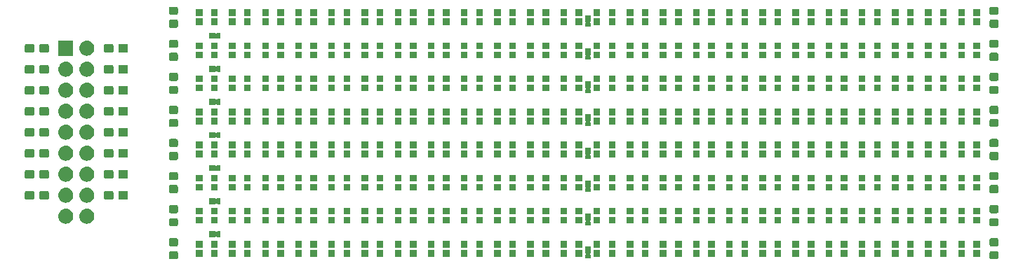
<source format=gbr>
G04 #@! TF.GenerationSoftware,KiCad,Pcbnew,5.1.4*
G04 #@! TF.CreationDate,2019-08-22T23:24:25+12:00*
G04 #@! TF.ProjectId,phloxleds,70686c6f-786c-4656-9473-2e6b69636164,rev?*
G04 #@! TF.SameCoordinates,Original*
G04 #@! TF.FileFunction,Soldermask,Top*
G04 #@! TF.FilePolarity,Negative*
%FSLAX46Y46*%
G04 Gerber Fmt 4.6, Leading zero omitted, Abs format (unit mm)*
G04 Created by KiCad (PCBNEW 5.1.4) date 2019-08-22 23:24:25*
%MOMM*%
%LPD*%
G04 APERTURE LIST*
%ADD10C,0.100000*%
G04 APERTURE END LIST*
D10*
G36*
X176294591Y-51803085D02*
G01*
X176328569Y-51813393D01*
X176359890Y-51830134D01*
X176387339Y-51852661D01*
X176409866Y-51880110D01*
X176426607Y-51911431D01*
X176436915Y-51945409D01*
X176441000Y-51986890D01*
X176441000Y-52588110D01*
X176436915Y-52629591D01*
X176426607Y-52663569D01*
X176409866Y-52694890D01*
X176387339Y-52722339D01*
X176359890Y-52744866D01*
X176328569Y-52761607D01*
X176294591Y-52771915D01*
X176253110Y-52776000D01*
X175576890Y-52776000D01*
X175535409Y-52771915D01*
X175501431Y-52761607D01*
X175470110Y-52744866D01*
X175442661Y-52722339D01*
X175420134Y-52694890D01*
X175403393Y-52663569D01*
X175393085Y-52629591D01*
X175389000Y-52588110D01*
X175389000Y-51986890D01*
X175393085Y-51945409D01*
X175403393Y-51911431D01*
X175420134Y-51880110D01*
X175442661Y-51852661D01*
X175470110Y-51830134D01*
X175501431Y-51813393D01*
X175535409Y-51803085D01*
X175576890Y-51799000D01*
X176253110Y-51799000D01*
X176294591Y-51803085D01*
X176294591Y-51803085D01*
G37*
G36*
X77294591Y-51803085D02*
G01*
X77328569Y-51813393D01*
X77359890Y-51830134D01*
X77387339Y-51852661D01*
X77409866Y-51880110D01*
X77426607Y-51911431D01*
X77436915Y-51945409D01*
X77441000Y-51986890D01*
X77441000Y-52588110D01*
X77436915Y-52629591D01*
X77426607Y-52663569D01*
X77409866Y-52694890D01*
X77387339Y-52722339D01*
X77359890Y-52744866D01*
X77328569Y-52761607D01*
X77294591Y-52771915D01*
X77253110Y-52776000D01*
X76576890Y-52776000D01*
X76535409Y-52771915D01*
X76501431Y-52761607D01*
X76470110Y-52744866D01*
X76442661Y-52722339D01*
X76420134Y-52694890D01*
X76403393Y-52663569D01*
X76393085Y-52629591D01*
X76389000Y-52588110D01*
X76389000Y-51986890D01*
X76393085Y-51945409D01*
X76403393Y-51911431D01*
X76420134Y-51880110D01*
X76442661Y-51852661D01*
X76470110Y-51830134D01*
X76501431Y-51813393D01*
X76535409Y-51803085D01*
X76576890Y-51799000D01*
X77253110Y-51799000D01*
X77294591Y-51803085D01*
X77294591Y-51803085D01*
G37*
G36*
X127224999Y-51249737D02*
G01*
X127234608Y-51252652D01*
X127243472Y-51257390D01*
X127251237Y-51263763D01*
X127257610Y-51271528D01*
X127262348Y-51280392D01*
X127265263Y-51290001D01*
X127266852Y-51306140D01*
X127266852Y-51993860D01*
X127265263Y-52009999D01*
X127262348Y-52019608D01*
X127257610Y-52028472D01*
X127251237Y-52036237D01*
X127234511Y-52049964D01*
X127233158Y-52050869D01*
X127215846Y-52068211D01*
X127202248Y-52088596D01*
X127192890Y-52111243D01*
X127188129Y-52135280D01*
X127188149Y-52159784D01*
X127192949Y-52183813D01*
X127202345Y-52206444D01*
X127224148Y-52235818D01*
X127247323Y-52258993D01*
X127257610Y-52271528D01*
X127262348Y-52280392D01*
X127265263Y-52290001D01*
X127266852Y-52306140D01*
X127266852Y-52593860D01*
X127265263Y-52609999D01*
X127262348Y-52619608D01*
X127257610Y-52628472D01*
X127251237Y-52636237D01*
X127243472Y-52642610D01*
X127234608Y-52647348D01*
X127224999Y-52650263D01*
X127208860Y-52651852D01*
X126621140Y-52651852D01*
X126605001Y-52650263D01*
X126595392Y-52647348D01*
X126586528Y-52642610D01*
X126578763Y-52636237D01*
X126572390Y-52628472D01*
X126567652Y-52619608D01*
X126564737Y-52609999D01*
X126563148Y-52593860D01*
X126563148Y-52306140D01*
X126564737Y-52290001D01*
X126567652Y-52280392D01*
X126572390Y-52271528D01*
X126582677Y-52258993D01*
X126605852Y-52235818D01*
X126621397Y-52216876D01*
X126632948Y-52195265D01*
X126640061Y-52171816D01*
X126642463Y-52147430D01*
X126640061Y-52123044D01*
X126632948Y-52099595D01*
X126621397Y-52077984D01*
X126605852Y-52059042D01*
X126595358Y-52051253D01*
X126596043Y-52050418D01*
X126578763Y-52036237D01*
X126572390Y-52028472D01*
X126567652Y-52019608D01*
X126564737Y-52009999D01*
X126563148Y-51993860D01*
X126563148Y-51306140D01*
X126564737Y-51290001D01*
X126567652Y-51280392D01*
X126572390Y-51271528D01*
X126578763Y-51263763D01*
X126586528Y-51257390D01*
X126595392Y-51252652D01*
X126605001Y-51249737D01*
X126621140Y-51248148D01*
X127208860Y-51248148D01*
X127224999Y-51249737D01*
X127224999Y-51249737D01*
G37*
G36*
X156401000Y-52451000D02*
G01*
X155599000Y-52451000D01*
X155599000Y-51649000D01*
X156401000Y-51649000D01*
X156401000Y-52451000D01*
X156401000Y-52451000D01*
G37*
G36*
X86231000Y-52451000D02*
G01*
X85429000Y-52451000D01*
X85429000Y-51649000D01*
X86231000Y-51649000D01*
X86231000Y-52451000D01*
X86231000Y-52451000D01*
G37*
G36*
X158231000Y-52451000D02*
G01*
X157429000Y-52451000D01*
X157429000Y-51649000D01*
X158231000Y-51649000D01*
X158231000Y-52451000D01*
X158231000Y-52451000D01*
G37*
G36*
X152401000Y-52451000D02*
G01*
X151599000Y-52451000D01*
X151599000Y-51649000D01*
X152401000Y-51649000D01*
X152401000Y-52451000D01*
X152401000Y-52451000D01*
G37*
G36*
X154231000Y-52451000D02*
G01*
X153429000Y-52451000D01*
X153429000Y-51649000D01*
X154231000Y-51649000D01*
X154231000Y-52451000D01*
X154231000Y-52451000D01*
G37*
G36*
X148401000Y-52451000D02*
G01*
X147599000Y-52451000D01*
X147599000Y-51649000D01*
X148401000Y-51649000D01*
X148401000Y-52451000D01*
X148401000Y-52451000D01*
G37*
G36*
X150231000Y-52451000D02*
G01*
X149429000Y-52451000D01*
X149429000Y-51649000D01*
X150231000Y-51649000D01*
X150231000Y-52451000D01*
X150231000Y-52451000D01*
G37*
G36*
X144401000Y-52451000D02*
G01*
X143599000Y-52451000D01*
X143599000Y-51649000D01*
X144401000Y-51649000D01*
X144401000Y-52451000D01*
X144401000Y-52451000D01*
G37*
G36*
X146231000Y-52451000D02*
G01*
X145429000Y-52451000D01*
X145429000Y-51649000D01*
X146231000Y-51649000D01*
X146231000Y-52451000D01*
X146231000Y-52451000D01*
G37*
G36*
X140401000Y-52451000D02*
G01*
X139599000Y-52451000D01*
X139599000Y-51649000D01*
X140401000Y-51649000D01*
X140401000Y-52451000D01*
X140401000Y-52451000D01*
G37*
G36*
X142231000Y-52451000D02*
G01*
X141429000Y-52451000D01*
X141429000Y-51649000D01*
X142231000Y-51649000D01*
X142231000Y-52451000D01*
X142231000Y-52451000D01*
G37*
G36*
X136401000Y-52451000D02*
G01*
X135599000Y-52451000D01*
X135599000Y-51649000D01*
X136401000Y-51649000D01*
X136401000Y-52451000D01*
X136401000Y-52451000D01*
G37*
G36*
X160401000Y-52451000D02*
G01*
X159599000Y-52451000D01*
X159599000Y-51649000D01*
X160401000Y-51649000D01*
X160401000Y-52451000D01*
X160401000Y-52451000D01*
G37*
G36*
X132401000Y-52451000D02*
G01*
X131599000Y-52451000D01*
X131599000Y-51649000D01*
X132401000Y-51649000D01*
X132401000Y-52451000D01*
X132401000Y-52451000D01*
G37*
G36*
X134231000Y-52451000D02*
G01*
X133429000Y-52451000D01*
X133429000Y-51649000D01*
X134231000Y-51649000D01*
X134231000Y-52451000D01*
X134231000Y-52451000D01*
G37*
G36*
X128401000Y-52451000D02*
G01*
X127599000Y-52451000D01*
X127599000Y-51649000D01*
X128401000Y-51649000D01*
X128401000Y-52451000D01*
X128401000Y-52451000D01*
G37*
G36*
X130231000Y-52451000D02*
G01*
X129429000Y-52451000D01*
X129429000Y-51649000D01*
X130231000Y-51649000D01*
X130231000Y-52451000D01*
X130231000Y-52451000D01*
G37*
G36*
X126231000Y-52451000D02*
G01*
X125429000Y-52451000D01*
X125429000Y-51649000D01*
X126231000Y-51649000D01*
X126231000Y-52451000D01*
X126231000Y-52451000D01*
G37*
G36*
X124401000Y-52451000D02*
G01*
X123599000Y-52451000D01*
X123599000Y-51649000D01*
X124401000Y-51649000D01*
X124401000Y-52451000D01*
X124401000Y-52451000D01*
G37*
G36*
X122231000Y-52451000D02*
G01*
X121429000Y-52451000D01*
X121429000Y-51649000D01*
X122231000Y-51649000D01*
X122231000Y-52451000D01*
X122231000Y-52451000D01*
G37*
G36*
X120401000Y-52451000D02*
G01*
X119599000Y-52451000D01*
X119599000Y-51649000D01*
X120401000Y-51649000D01*
X120401000Y-52451000D01*
X120401000Y-52451000D01*
G37*
G36*
X118231000Y-52451000D02*
G01*
X117429000Y-52451000D01*
X117429000Y-51649000D01*
X118231000Y-51649000D01*
X118231000Y-52451000D01*
X118231000Y-52451000D01*
G37*
G36*
X116401000Y-52451000D02*
G01*
X115599000Y-52451000D01*
X115599000Y-51649000D01*
X116401000Y-51649000D01*
X116401000Y-52451000D01*
X116401000Y-52451000D01*
G37*
G36*
X114231000Y-52451000D02*
G01*
X113429000Y-52451000D01*
X113429000Y-51649000D01*
X114231000Y-51649000D01*
X114231000Y-52451000D01*
X114231000Y-52451000D01*
G37*
G36*
X138231000Y-52451000D02*
G01*
X137429000Y-52451000D01*
X137429000Y-51649000D01*
X138231000Y-51649000D01*
X138231000Y-52451000D01*
X138231000Y-52451000D01*
G37*
G36*
X162231000Y-52451000D02*
G01*
X161429000Y-52451000D01*
X161429000Y-51649000D01*
X162231000Y-51649000D01*
X162231000Y-52451000D01*
X162231000Y-52451000D01*
G37*
G36*
X110231000Y-52451000D02*
G01*
X109429000Y-52451000D01*
X109429000Y-51649000D01*
X110231000Y-51649000D01*
X110231000Y-52451000D01*
X110231000Y-52451000D01*
G37*
G36*
X108401000Y-52451000D02*
G01*
X107599000Y-52451000D01*
X107599000Y-51649000D01*
X108401000Y-51649000D01*
X108401000Y-52451000D01*
X108401000Y-52451000D01*
G37*
G36*
X106231000Y-52451000D02*
G01*
X105429000Y-52451000D01*
X105429000Y-51649000D01*
X106231000Y-51649000D01*
X106231000Y-52451000D01*
X106231000Y-52451000D01*
G37*
G36*
X104401000Y-52451000D02*
G01*
X103599000Y-52451000D01*
X103599000Y-51649000D01*
X104401000Y-51649000D01*
X104401000Y-52451000D01*
X104401000Y-52451000D01*
G37*
G36*
X102231000Y-52451000D02*
G01*
X101429000Y-52451000D01*
X101429000Y-51649000D01*
X102231000Y-51649000D01*
X102231000Y-52451000D01*
X102231000Y-52451000D01*
G37*
G36*
X100401000Y-52451000D02*
G01*
X99599000Y-52451000D01*
X99599000Y-51649000D01*
X100401000Y-51649000D01*
X100401000Y-52451000D01*
X100401000Y-52451000D01*
G37*
G36*
X98231000Y-52451000D02*
G01*
X97429000Y-52451000D01*
X97429000Y-51649000D01*
X98231000Y-51649000D01*
X98231000Y-52451000D01*
X98231000Y-52451000D01*
G37*
G36*
X96401000Y-52451000D02*
G01*
X95599000Y-52451000D01*
X95599000Y-51649000D01*
X96401000Y-51649000D01*
X96401000Y-52451000D01*
X96401000Y-52451000D01*
G37*
G36*
X94231000Y-52451000D02*
G01*
X93429000Y-52451000D01*
X93429000Y-51649000D01*
X94231000Y-51649000D01*
X94231000Y-52451000D01*
X94231000Y-52451000D01*
G37*
G36*
X92401000Y-52451000D02*
G01*
X91599000Y-52451000D01*
X91599000Y-51649000D01*
X92401000Y-51649000D01*
X92401000Y-52451000D01*
X92401000Y-52451000D01*
G37*
G36*
X90231000Y-52451000D02*
G01*
X89429000Y-52451000D01*
X89429000Y-51649000D01*
X90231000Y-51649000D01*
X90231000Y-52451000D01*
X90231000Y-52451000D01*
G37*
G36*
X112401000Y-52451000D02*
G01*
X111599000Y-52451000D01*
X111599000Y-51649000D01*
X112401000Y-51649000D01*
X112401000Y-52451000D01*
X112401000Y-52451000D01*
G37*
G36*
X88401000Y-52451000D02*
G01*
X87599000Y-52451000D01*
X87599000Y-51649000D01*
X88401000Y-51649000D01*
X88401000Y-52451000D01*
X88401000Y-52451000D01*
G37*
G36*
X164401000Y-52451000D02*
G01*
X163599000Y-52451000D01*
X163599000Y-51649000D01*
X164401000Y-51649000D01*
X164401000Y-52451000D01*
X164401000Y-52451000D01*
G37*
G36*
X172401000Y-52451000D02*
G01*
X171599000Y-52451000D01*
X171599000Y-51649000D01*
X172401000Y-51649000D01*
X172401000Y-52451000D01*
X172401000Y-52451000D01*
G37*
G36*
X174231000Y-52451000D02*
G01*
X173429000Y-52451000D01*
X173429000Y-51649000D01*
X174231000Y-51649000D01*
X174231000Y-52451000D01*
X174231000Y-52451000D01*
G37*
G36*
X168401000Y-52451000D02*
G01*
X167599000Y-52451000D01*
X167599000Y-51649000D01*
X168401000Y-51649000D01*
X168401000Y-52451000D01*
X168401000Y-52451000D01*
G37*
G36*
X170231000Y-52451000D02*
G01*
X169429000Y-52451000D01*
X169429000Y-51649000D01*
X170231000Y-51649000D01*
X170231000Y-52451000D01*
X170231000Y-52451000D01*
G37*
G36*
X166231000Y-52451000D02*
G01*
X165429000Y-52451000D01*
X165429000Y-51649000D01*
X166231000Y-51649000D01*
X166231000Y-52451000D01*
X166231000Y-52451000D01*
G37*
G36*
X80401000Y-52451000D02*
G01*
X79599000Y-52451000D01*
X79599000Y-51649000D01*
X80401000Y-51649000D01*
X80401000Y-52451000D01*
X80401000Y-52451000D01*
G37*
G36*
X82231000Y-52451000D02*
G01*
X81429000Y-52451000D01*
X81429000Y-51649000D01*
X82231000Y-51649000D01*
X82231000Y-52451000D01*
X82231000Y-52451000D01*
G37*
G36*
X84401000Y-52451000D02*
G01*
X83599000Y-52451000D01*
X83599000Y-51649000D01*
X84401000Y-51649000D01*
X84401000Y-52451000D01*
X84401000Y-52451000D01*
G37*
G36*
X98231000Y-51351000D02*
G01*
X97429000Y-51351000D01*
X97429000Y-50549000D01*
X98231000Y-50549000D01*
X98231000Y-51351000D01*
X98231000Y-51351000D01*
G37*
G36*
X96401000Y-51351000D02*
G01*
X95599000Y-51351000D01*
X95599000Y-50549000D01*
X96401000Y-50549000D01*
X96401000Y-51351000D01*
X96401000Y-51351000D01*
G37*
G36*
X100401000Y-51351000D02*
G01*
X99599000Y-51351000D01*
X99599000Y-50549000D01*
X100401000Y-50549000D01*
X100401000Y-51351000D01*
X100401000Y-51351000D01*
G37*
G36*
X168401000Y-51351000D02*
G01*
X167599000Y-51351000D01*
X167599000Y-50549000D01*
X168401000Y-50549000D01*
X168401000Y-51351000D01*
X168401000Y-51351000D01*
G37*
G36*
X102231000Y-51351000D02*
G01*
X101429000Y-51351000D01*
X101429000Y-50549000D01*
X102231000Y-50549000D01*
X102231000Y-51351000D01*
X102231000Y-51351000D01*
G37*
G36*
X148401000Y-51351000D02*
G01*
X147599000Y-51351000D01*
X147599000Y-50549000D01*
X148401000Y-50549000D01*
X148401000Y-51351000D01*
X148401000Y-51351000D01*
G37*
G36*
X112401000Y-51351000D02*
G01*
X111599000Y-51351000D01*
X111599000Y-50549000D01*
X112401000Y-50549000D01*
X112401000Y-51351000D01*
X112401000Y-51351000D01*
G37*
G36*
X144401000Y-51351000D02*
G01*
X143599000Y-51351000D01*
X143599000Y-50549000D01*
X144401000Y-50549000D01*
X144401000Y-51351000D01*
X144401000Y-51351000D01*
G37*
G36*
X118231000Y-51351000D02*
G01*
X117429000Y-51351000D01*
X117429000Y-50549000D01*
X118231000Y-50549000D01*
X118231000Y-51351000D01*
X118231000Y-51351000D01*
G37*
G36*
X142231000Y-51351000D02*
G01*
X141429000Y-51351000D01*
X141429000Y-50549000D01*
X142231000Y-50549000D01*
X142231000Y-51351000D01*
X142231000Y-51351000D01*
G37*
G36*
X116401000Y-51351000D02*
G01*
X115599000Y-51351000D01*
X115599000Y-50549000D01*
X116401000Y-50549000D01*
X116401000Y-51351000D01*
X116401000Y-51351000D01*
G37*
G36*
X140401000Y-51351000D02*
G01*
X139599000Y-51351000D01*
X139599000Y-50549000D01*
X140401000Y-50549000D01*
X140401000Y-51351000D01*
X140401000Y-51351000D01*
G37*
G36*
X92401000Y-51351000D02*
G01*
X91599000Y-51351000D01*
X91599000Y-50549000D01*
X92401000Y-50549000D01*
X92401000Y-51351000D01*
X92401000Y-51351000D01*
G37*
G36*
X94231000Y-51351000D02*
G01*
X93429000Y-51351000D01*
X93429000Y-50549000D01*
X94231000Y-50549000D01*
X94231000Y-51351000D01*
X94231000Y-51351000D01*
G37*
G36*
X88401000Y-51351000D02*
G01*
X87599000Y-51351000D01*
X87599000Y-50549000D01*
X88401000Y-50549000D01*
X88401000Y-51351000D01*
X88401000Y-51351000D01*
G37*
G36*
X90231000Y-51351000D02*
G01*
X89429000Y-51351000D01*
X89429000Y-50549000D01*
X90231000Y-50549000D01*
X90231000Y-51351000D01*
X90231000Y-51351000D01*
G37*
G36*
X84401000Y-51351000D02*
G01*
X83599000Y-51351000D01*
X83599000Y-50549000D01*
X84401000Y-50549000D01*
X84401000Y-51351000D01*
X84401000Y-51351000D01*
G37*
G36*
X86231000Y-51351000D02*
G01*
X85429000Y-51351000D01*
X85429000Y-50549000D01*
X86231000Y-50549000D01*
X86231000Y-51351000D01*
X86231000Y-51351000D01*
G37*
G36*
X80401000Y-51351000D02*
G01*
X79599000Y-51351000D01*
X79599000Y-50549000D01*
X80401000Y-50549000D01*
X80401000Y-51351000D01*
X80401000Y-51351000D01*
G37*
G36*
X82231000Y-51351000D02*
G01*
X81429000Y-51351000D01*
X81429000Y-50549000D01*
X82231000Y-50549000D01*
X82231000Y-51351000D01*
X82231000Y-51351000D01*
G37*
G36*
X170231000Y-51351000D02*
G01*
X169429000Y-51351000D01*
X169429000Y-50549000D01*
X170231000Y-50549000D01*
X170231000Y-51351000D01*
X170231000Y-51351000D01*
G37*
G36*
X172401000Y-51351000D02*
G01*
X171599000Y-51351000D01*
X171599000Y-50549000D01*
X172401000Y-50549000D01*
X172401000Y-51351000D01*
X172401000Y-51351000D01*
G37*
G36*
X174231000Y-51351000D02*
G01*
X173429000Y-51351000D01*
X173429000Y-50549000D01*
X174231000Y-50549000D01*
X174231000Y-51351000D01*
X174231000Y-51351000D01*
G37*
G36*
X128401000Y-51351000D02*
G01*
X127599000Y-51351000D01*
X127599000Y-50549000D01*
X128401000Y-50549000D01*
X128401000Y-51351000D01*
X128401000Y-51351000D01*
G37*
G36*
X162231000Y-51351000D02*
G01*
X161429000Y-51351000D01*
X161429000Y-50549000D01*
X162231000Y-50549000D01*
X162231000Y-51351000D01*
X162231000Y-51351000D01*
G37*
G36*
X122231000Y-51351000D02*
G01*
X121429000Y-51351000D01*
X121429000Y-50549000D01*
X122231000Y-50549000D01*
X122231000Y-51351000D01*
X122231000Y-51351000D01*
G37*
G36*
X150231000Y-51351000D02*
G01*
X149429000Y-51351000D01*
X149429000Y-50549000D01*
X150231000Y-50549000D01*
X150231000Y-51351000D01*
X150231000Y-51351000D01*
G37*
G36*
X108401000Y-51351000D02*
G01*
X107599000Y-51351000D01*
X107599000Y-50549000D01*
X108401000Y-50549000D01*
X108401000Y-51351000D01*
X108401000Y-51351000D01*
G37*
G36*
X146231000Y-51351000D02*
G01*
X145429000Y-51351000D01*
X145429000Y-50549000D01*
X146231000Y-50549000D01*
X146231000Y-51351000D01*
X146231000Y-51351000D01*
G37*
G36*
X154231000Y-51351000D02*
G01*
X153429000Y-51351000D01*
X153429000Y-50549000D01*
X154231000Y-50549000D01*
X154231000Y-51351000D01*
X154231000Y-51351000D01*
G37*
G36*
X110231000Y-51351000D02*
G01*
X109429000Y-51351000D01*
X109429000Y-50549000D01*
X110231000Y-50549000D01*
X110231000Y-51351000D01*
X110231000Y-51351000D01*
G37*
G36*
X156401000Y-51351000D02*
G01*
X155599000Y-51351000D01*
X155599000Y-50549000D01*
X156401000Y-50549000D01*
X156401000Y-51351000D01*
X156401000Y-51351000D01*
G37*
G36*
X158231000Y-51351000D02*
G01*
X157429000Y-51351000D01*
X157429000Y-50549000D01*
X158231000Y-50549000D01*
X158231000Y-51351000D01*
X158231000Y-51351000D01*
G37*
G36*
X104401000Y-51351000D02*
G01*
X103599000Y-51351000D01*
X103599000Y-50549000D01*
X104401000Y-50549000D01*
X104401000Y-51351000D01*
X104401000Y-51351000D01*
G37*
G36*
X160401000Y-51351000D02*
G01*
X159599000Y-51351000D01*
X159599000Y-50549000D01*
X160401000Y-50549000D01*
X160401000Y-51351000D01*
X160401000Y-51351000D01*
G37*
G36*
X106231000Y-51351000D02*
G01*
X105429000Y-51351000D01*
X105429000Y-50549000D01*
X106231000Y-50549000D01*
X106231000Y-51351000D01*
X106231000Y-51351000D01*
G37*
G36*
X164401000Y-51351000D02*
G01*
X163599000Y-51351000D01*
X163599000Y-50549000D01*
X164401000Y-50549000D01*
X164401000Y-51351000D01*
X164401000Y-51351000D01*
G37*
G36*
X120401000Y-51351000D02*
G01*
X119599000Y-51351000D01*
X119599000Y-50549000D01*
X120401000Y-50549000D01*
X120401000Y-51351000D01*
X120401000Y-51351000D01*
G37*
G36*
X132401000Y-51351000D02*
G01*
X131599000Y-51351000D01*
X131599000Y-50549000D01*
X132401000Y-50549000D01*
X132401000Y-51351000D01*
X132401000Y-51351000D01*
G37*
G36*
X134231000Y-51351000D02*
G01*
X133429000Y-51351000D01*
X133429000Y-50549000D01*
X134231000Y-50549000D01*
X134231000Y-51351000D01*
X134231000Y-51351000D01*
G37*
G36*
X130231000Y-51351000D02*
G01*
X129429000Y-51351000D01*
X129429000Y-50549000D01*
X130231000Y-50549000D01*
X130231000Y-51351000D01*
X130231000Y-51351000D01*
G37*
G36*
X152401000Y-51351000D02*
G01*
X151599000Y-51351000D01*
X151599000Y-50549000D01*
X152401000Y-50549000D01*
X152401000Y-51351000D01*
X152401000Y-51351000D01*
G37*
G36*
X136401000Y-51351000D02*
G01*
X135599000Y-51351000D01*
X135599000Y-50549000D01*
X136401000Y-50549000D01*
X136401000Y-51351000D01*
X136401000Y-51351000D01*
G37*
G36*
X124401000Y-51351000D02*
G01*
X123599000Y-51351000D01*
X123599000Y-50549000D01*
X124401000Y-50549000D01*
X124401000Y-51351000D01*
X124401000Y-51351000D01*
G37*
G36*
X166231000Y-51351000D02*
G01*
X165429000Y-51351000D01*
X165429000Y-50549000D01*
X166231000Y-50549000D01*
X166231000Y-51351000D01*
X166231000Y-51351000D01*
G37*
G36*
X126231000Y-51351000D02*
G01*
X125429000Y-51351000D01*
X125429000Y-50549000D01*
X126231000Y-50549000D01*
X126231000Y-51351000D01*
X126231000Y-51351000D01*
G37*
G36*
X138231000Y-51351000D02*
G01*
X137429000Y-51351000D01*
X137429000Y-50549000D01*
X138231000Y-50549000D01*
X138231000Y-51351000D01*
X138231000Y-51351000D01*
G37*
G36*
X114231000Y-51351000D02*
G01*
X113429000Y-51351000D01*
X113429000Y-50549000D01*
X114231000Y-50549000D01*
X114231000Y-51351000D01*
X114231000Y-51351000D01*
G37*
G36*
X176294591Y-50228085D02*
G01*
X176328569Y-50238393D01*
X176359890Y-50255134D01*
X176387339Y-50277661D01*
X176409866Y-50305110D01*
X176426607Y-50336431D01*
X176436915Y-50370409D01*
X176441000Y-50411890D01*
X176441000Y-51013110D01*
X176436915Y-51054591D01*
X176426607Y-51088569D01*
X176409866Y-51119890D01*
X176387339Y-51147339D01*
X176359890Y-51169866D01*
X176328569Y-51186607D01*
X176294591Y-51196915D01*
X176253110Y-51201000D01*
X175576890Y-51201000D01*
X175535409Y-51196915D01*
X175501431Y-51186607D01*
X175470110Y-51169866D01*
X175442661Y-51147339D01*
X175420134Y-51119890D01*
X175403393Y-51088569D01*
X175393085Y-51054591D01*
X175389000Y-51013110D01*
X175389000Y-50411890D01*
X175393085Y-50370409D01*
X175403393Y-50336431D01*
X175420134Y-50305110D01*
X175442661Y-50277661D01*
X175470110Y-50255134D01*
X175501431Y-50238393D01*
X175535409Y-50228085D01*
X175576890Y-50224000D01*
X176253110Y-50224000D01*
X176294591Y-50228085D01*
X176294591Y-50228085D01*
G37*
G36*
X77294591Y-50228085D02*
G01*
X77328569Y-50238393D01*
X77359890Y-50255134D01*
X77387339Y-50277661D01*
X77409866Y-50305110D01*
X77426607Y-50336431D01*
X77436915Y-50370409D01*
X77441000Y-50411890D01*
X77441000Y-51013110D01*
X77436915Y-51054591D01*
X77426607Y-51088569D01*
X77409866Y-51119890D01*
X77387339Y-51147339D01*
X77359890Y-51169866D01*
X77328569Y-51186607D01*
X77294591Y-51196915D01*
X77253110Y-51201000D01*
X76576890Y-51201000D01*
X76535409Y-51196915D01*
X76501431Y-51186607D01*
X76470110Y-51169866D01*
X76442661Y-51147339D01*
X76420134Y-51119890D01*
X76403393Y-51088569D01*
X76393085Y-51054591D01*
X76389000Y-51013110D01*
X76389000Y-50411890D01*
X76393085Y-50370409D01*
X76403393Y-50336431D01*
X76420134Y-50305110D01*
X76442661Y-50277661D01*
X76470110Y-50255134D01*
X76501431Y-50238393D01*
X76535409Y-50228085D01*
X76576890Y-50224000D01*
X77253110Y-50224000D01*
X77294591Y-50228085D01*
X77294591Y-50228085D01*
G37*
G36*
X81924999Y-49399737D02*
G01*
X81934608Y-49402652D01*
X81943472Y-49407390D01*
X81951237Y-49413763D01*
X81964964Y-49430489D01*
X81965869Y-49431842D01*
X81983211Y-49449154D01*
X82003596Y-49462752D01*
X82026243Y-49472110D01*
X82050280Y-49476871D01*
X82074784Y-49476851D01*
X82098813Y-49472051D01*
X82121444Y-49462655D01*
X82150818Y-49440852D01*
X82173993Y-49417677D01*
X82186528Y-49407390D01*
X82195392Y-49402652D01*
X82205001Y-49399737D01*
X82221140Y-49398148D01*
X82508860Y-49398148D01*
X82524999Y-49399737D01*
X82534608Y-49402652D01*
X82543472Y-49407390D01*
X82551237Y-49413763D01*
X82557610Y-49421528D01*
X82562348Y-49430392D01*
X82565263Y-49440001D01*
X82566852Y-49456140D01*
X82566852Y-50043860D01*
X82565263Y-50059999D01*
X82562348Y-50069608D01*
X82557610Y-50078472D01*
X82551237Y-50086237D01*
X82543472Y-50092610D01*
X82534608Y-50097348D01*
X82524999Y-50100263D01*
X82508860Y-50101852D01*
X82221140Y-50101852D01*
X82205001Y-50100263D01*
X82195392Y-50097348D01*
X82186528Y-50092610D01*
X82173993Y-50082323D01*
X82150818Y-50059148D01*
X82131876Y-50043603D01*
X82110265Y-50032052D01*
X82086816Y-50024939D01*
X82062430Y-50022537D01*
X82038044Y-50024939D01*
X82014595Y-50032052D01*
X81992984Y-50043603D01*
X81974042Y-50059148D01*
X81966253Y-50069642D01*
X81965418Y-50068957D01*
X81951237Y-50086237D01*
X81943472Y-50092610D01*
X81934608Y-50097348D01*
X81924999Y-50100263D01*
X81908860Y-50101852D01*
X81221140Y-50101852D01*
X81205001Y-50100263D01*
X81195392Y-50097348D01*
X81186528Y-50092610D01*
X81178763Y-50086237D01*
X81172390Y-50078472D01*
X81167652Y-50069608D01*
X81164737Y-50059999D01*
X81163148Y-50043860D01*
X81163148Y-49456140D01*
X81164737Y-49440001D01*
X81167652Y-49430392D01*
X81172390Y-49421528D01*
X81178763Y-49413763D01*
X81186528Y-49407390D01*
X81195392Y-49402652D01*
X81205001Y-49399737D01*
X81221140Y-49398148D01*
X81908860Y-49398148D01*
X81924999Y-49399737D01*
X81924999Y-49399737D01*
G37*
G36*
X77294591Y-47803085D02*
G01*
X77328569Y-47813393D01*
X77359890Y-47830134D01*
X77387339Y-47852661D01*
X77409866Y-47880110D01*
X77426607Y-47911431D01*
X77436915Y-47945409D01*
X77441000Y-47986890D01*
X77441000Y-48588110D01*
X77436915Y-48629591D01*
X77426607Y-48663569D01*
X77409866Y-48694890D01*
X77387339Y-48722339D01*
X77359890Y-48744866D01*
X77328569Y-48761607D01*
X77294591Y-48771915D01*
X77253110Y-48776000D01*
X76576890Y-48776000D01*
X76535409Y-48771915D01*
X76501431Y-48761607D01*
X76470110Y-48744866D01*
X76442661Y-48722339D01*
X76420134Y-48694890D01*
X76403393Y-48663569D01*
X76393085Y-48629591D01*
X76389000Y-48588110D01*
X76389000Y-47986890D01*
X76393085Y-47945409D01*
X76403393Y-47911431D01*
X76420134Y-47880110D01*
X76442661Y-47852661D01*
X76470110Y-47830134D01*
X76501431Y-47813393D01*
X76535409Y-47803085D01*
X76576890Y-47799000D01*
X77253110Y-47799000D01*
X77294591Y-47803085D01*
X77294591Y-47803085D01*
G37*
G36*
X176294591Y-47803085D02*
G01*
X176328569Y-47813393D01*
X176359890Y-47830134D01*
X176387339Y-47852661D01*
X176409866Y-47880110D01*
X176426607Y-47911431D01*
X176436915Y-47945409D01*
X176441000Y-47986890D01*
X176441000Y-48588110D01*
X176436915Y-48629591D01*
X176426607Y-48663569D01*
X176409866Y-48694890D01*
X176387339Y-48722339D01*
X176359890Y-48744866D01*
X176328569Y-48761607D01*
X176294591Y-48771915D01*
X176253110Y-48776000D01*
X175576890Y-48776000D01*
X175535409Y-48771915D01*
X175501431Y-48761607D01*
X175470110Y-48744866D01*
X175442661Y-48722339D01*
X175420134Y-48694890D01*
X175403393Y-48663569D01*
X175393085Y-48629591D01*
X175389000Y-48588110D01*
X175389000Y-47986890D01*
X175393085Y-47945409D01*
X175403393Y-47911431D01*
X175420134Y-47880110D01*
X175442661Y-47852661D01*
X175470110Y-47830134D01*
X175501431Y-47813393D01*
X175535409Y-47803085D01*
X175576890Y-47799000D01*
X176253110Y-47799000D01*
X176294591Y-47803085D01*
X176294591Y-47803085D01*
G37*
G36*
X127224999Y-47249737D02*
G01*
X127234608Y-47252652D01*
X127243472Y-47257390D01*
X127251237Y-47263763D01*
X127257610Y-47271528D01*
X127262348Y-47280392D01*
X127265263Y-47290001D01*
X127266852Y-47306140D01*
X127266852Y-47993860D01*
X127265263Y-48009999D01*
X127262348Y-48019608D01*
X127257610Y-48028472D01*
X127251237Y-48036237D01*
X127234511Y-48049964D01*
X127233158Y-48050869D01*
X127215846Y-48068211D01*
X127202248Y-48088596D01*
X127192890Y-48111243D01*
X127188129Y-48135280D01*
X127188149Y-48159784D01*
X127192949Y-48183813D01*
X127202345Y-48206444D01*
X127224148Y-48235818D01*
X127247323Y-48258993D01*
X127257610Y-48271528D01*
X127262348Y-48280392D01*
X127265263Y-48290001D01*
X127266852Y-48306140D01*
X127266852Y-48593860D01*
X127265263Y-48609999D01*
X127262348Y-48619608D01*
X127257610Y-48628472D01*
X127251237Y-48636237D01*
X127243472Y-48642610D01*
X127234608Y-48647348D01*
X127224999Y-48650263D01*
X127208860Y-48651852D01*
X126621140Y-48651852D01*
X126605001Y-48650263D01*
X126595392Y-48647348D01*
X126586528Y-48642610D01*
X126578763Y-48636237D01*
X126572390Y-48628472D01*
X126567652Y-48619608D01*
X126564737Y-48609999D01*
X126563148Y-48593860D01*
X126563148Y-48306140D01*
X126564737Y-48290001D01*
X126567652Y-48280392D01*
X126572390Y-48271528D01*
X126582677Y-48258993D01*
X126605852Y-48235818D01*
X126621397Y-48216876D01*
X126632948Y-48195265D01*
X126640061Y-48171816D01*
X126642463Y-48147430D01*
X126640061Y-48123044D01*
X126632948Y-48099595D01*
X126621397Y-48077984D01*
X126605852Y-48059042D01*
X126595358Y-48051253D01*
X126596043Y-48050418D01*
X126578763Y-48036237D01*
X126572390Y-48028472D01*
X126567652Y-48019608D01*
X126564737Y-48009999D01*
X126563148Y-47993860D01*
X126563148Y-47306140D01*
X126564737Y-47290001D01*
X126567652Y-47280392D01*
X126572390Y-47271528D01*
X126578763Y-47263763D01*
X126586528Y-47257390D01*
X126595392Y-47252652D01*
X126605001Y-47249737D01*
X126621140Y-47248148D01*
X127208860Y-47248148D01*
X127224999Y-47249737D01*
X127224999Y-47249737D01*
G37*
G36*
X64025442Y-46675518D02*
G01*
X64091627Y-46682037D01*
X64261466Y-46733557D01*
X64417991Y-46817222D01*
X64453729Y-46846552D01*
X64555186Y-46929814D01*
X64616397Y-47004401D01*
X64667778Y-47067009D01*
X64751443Y-47223534D01*
X64802963Y-47393373D01*
X64820359Y-47570000D01*
X64802963Y-47746627D01*
X64762471Y-47880110D01*
X64751442Y-47916468D01*
X64726162Y-47963763D01*
X64667778Y-48072991D01*
X64638448Y-48108729D01*
X64555186Y-48210186D01*
X64480439Y-48271528D01*
X64417991Y-48322778D01*
X64261466Y-48406443D01*
X64091627Y-48457963D01*
X64025442Y-48464482D01*
X63959260Y-48471000D01*
X63870740Y-48471000D01*
X63804558Y-48464482D01*
X63738373Y-48457963D01*
X63568534Y-48406443D01*
X63412009Y-48322778D01*
X63349561Y-48271528D01*
X63274814Y-48210186D01*
X63191552Y-48108729D01*
X63162222Y-48072991D01*
X63103838Y-47963763D01*
X63078558Y-47916468D01*
X63067529Y-47880110D01*
X63027037Y-47746627D01*
X63009641Y-47570000D01*
X63027037Y-47393373D01*
X63078557Y-47223534D01*
X63162222Y-47067009D01*
X63213603Y-47004401D01*
X63274814Y-46929814D01*
X63376271Y-46846552D01*
X63412009Y-46817222D01*
X63568534Y-46733557D01*
X63738373Y-46682037D01*
X63804558Y-46675518D01*
X63870740Y-46669000D01*
X63959260Y-46669000D01*
X64025442Y-46675518D01*
X64025442Y-46675518D01*
G37*
G36*
X66565442Y-46675518D02*
G01*
X66631627Y-46682037D01*
X66801466Y-46733557D01*
X66957991Y-46817222D01*
X66993729Y-46846552D01*
X67095186Y-46929814D01*
X67156397Y-47004401D01*
X67207778Y-47067009D01*
X67291443Y-47223534D01*
X67342963Y-47393373D01*
X67360359Y-47570000D01*
X67342963Y-47746627D01*
X67302471Y-47880110D01*
X67291442Y-47916468D01*
X67266162Y-47963763D01*
X67207778Y-48072991D01*
X67178448Y-48108729D01*
X67095186Y-48210186D01*
X67020439Y-48271528D01*
X66957991Y-48322778D01*
X66801466Y-48406443D01*
X66631627Y-48457963D01*
X66565442Y-48464482D01*
X66499260Y-48471000D01*
X66410740Y-48471000D01*
X66344558Y-48464482D01*
X66278373Y-48457963D01*
X66108534Y-48406443D01*
X65952009Y-48322778D01*
X65889561Y-48271528D01*
X65814814Y-48210186D01*
X65731552Y-48108729D01*
X65702222Y-48072991D01*
X65643838Y-47963763D01*
X65618558Y-47916468D01*
X65607529Y-47880110D01*
X65567037Y-47746627D01*
X65549641Y-47570000D01*
X65567037Y-47393373D01*
X65618557Y-47223534D01*
X65702222Y-47067009D01*
X65753603Y-47004401D01*
X65814814Y-46929814D01*
X65916271Y-46846552D01*
X65952009Y-46817222D01*
X66108534Y-46733557D01*
X66278373Y-46682037D01*
X66344558Y-46675518D01*
X66410740Y-46669000D01*
X66499260Y-46669000D01*
X66565442Y-46675518D01*
X66565442Y-46675518D01*
G37*
G36*
X170231000Y-48451000D02*
G01*
X169429000Y-48451000D01*
X169429000Y-47649000D01*
X170231000Y-47649000D01*
X170231000Y-48451000D01*
X170231000Y-48451000D01*
G37*
G36*
X146231000Y-48451000D02*
G01*
X145429000Y-48451000D01*
X145429000Y-47649000D01*
X146231000Y-47649000D01*
X146231000Y-48451000D01*
X146231000Y-48451000D01*
G37*
G36*
X162231000Y-48451000D02*
G01*
X161429000Y-48451000D01*
X161429000Y-47649000D01*
X162231000Y-47649000D01*
X162231000Y-48451000D01*
X162231000Y-48451000D01*
G37*
G36*
X164401000Y-48451000D02*
G01*
X163599000Y-48451000D01*
X163599000Y-47649000D01*
X164401000Y-47649000D01*
X164401000Y-48451000D01*
X164401000Y-48451000D01*
G37*
G36*
X160401000Y-48451000D02*
G01*
X159599000Y-48451000D01*
X159599000Y-47649000D01*
X160401000Y-47649000D01*
X160401000Y-48451000D01*
X160401000Y-48451000D01*
G37*
G36*
X166231000Y-48451000D02*
G01*
X165429000Y-48451000D01*
X165429000Y-47649000D01*
X166231000Y-47649000D01*
X166231000Y-48451000D01*
X166231000Y-48451000D01*
G37*
G36*
X158231000Y-48451000D02*
G01*
X157429000Y-48451000D01*
X157429000Y-47649000D01*
X158231000Y-47649000D01*
X158231000Y-48451000D01*
X158231000Y-48451000D01*
G37*
G36*
X156401000Y-48451000D02*
G01*
X155599000Y-48451000D01*
X155599000Y-47649000D01*
X156401000Y-47649000D01*
X156401000Y-48451000D01*
X156401000Y-48451000D01*
G37*
G36*
X154231000Y-48451000D02*
G01*
X153429000Y-48451000D01*
X153429000Y-47649000D01*
X154231000Y-47649000D01*
X154231000Y-48451000D01*
X154231000Y-48451000D01*
G37*
G36*
X152401000Y-48451000D02*
G01*
X151599000Y-48451000D01*
X151599000Y-47649000D01*
X152401000Y-47649000D01*
X152401000Y-48451000D01*
X152401000Y-48451000D01*
G37*
G36*
X150231000Y-48451000D02*
G01*
X149429000Y-48451000D01*
X149429000Y-47649000D01*
X150231000Y-47649000D01*
X150231000Y-48451000D01*
X150231000Y-48451000D01*
G37*
G36*
X148401000Y-48451000D02*
G01*
X147599000Y-48451000D01*
X147599000Y-47649000D01*
X148401000Y-47649000D01*
X148401000Y-48451000D01*
X148401000Y-48451000D01*
G37*
G36*
X168401000Y-48451000D02*
G01*
X167599000Y-48451000D01*
X167599000Y-47649000D01*
X168401000Y-47649000D01*
X168401000Y-48451000D01*
X168401000Y-48451000D01*
G37*
G36*
X174231000Y-48451000D02*
G01*
X173429000Y-48451000D01*
X173429000Y-47649000D01*
X174231000Y-47649000D01*
X174231000Y-48451000D01*
X174231000Y-48451000D01*
G37*
G36*
X144401000Y-48451000D02*
G01*
X143599000Y-48451000D01*
X143599000Y-47649000D01*
X144401000Y-47649000D01*
X144401000Y-48451000D01*
X144401000Y-48451000D01*
G37*
G36*
X172401000Y-48451000D02*
G01*
X171599000Y-48451000D01*
X171599000Y-47649000D01*
X172401000Y-47649000D01*
X172401000Y-48451000D01*
X172401000Y-48451000D01*
G37*
G36*
X94231000Y-48451000D02*
G01*
X93429000Y-48451000D01*
X93429000Y-47649000D01*
X94231000Y-47649000D01*
X94231000Y-48451000D01*
X94231000Y-48451000D01*
G37*
G36*
X80401000Y-48451000D02*
G01*
X79599000Y-48451000D01*
X79599000Y-47649000D01*
X80401000Y-47649000D01*
X80401000Y-48451000D01*
X80401000Y-48451000D01*
G37*
G36*
X82231000Y-48451000D02*
G01*
X81429000Y-48451000D01*
X81429000Y-47649000D01*
X82231000Y-47649000D01*
X82231000Y-48451000D01*
X82231000Y-48451000D01*
G37*
G36*
X84401000Y-48451000D02*
G01*
X83599000Y-48451000D01*
X83599000Y-47649000D01*
X84401000Y-47649000D01*
X84401000Y-48451000D01*
X84401000Y-48451000D01*
G37*
G36*
X86231000Y-48451000D02*
G01*
X85429000Y-48451000D01*
X85429000Y-47649000D01*
X86231000Y-47649000D01*
X86231000Y-48451000D01*
X86231000Y-48451000D01*
G37*
G36*
X88401000Y-48451000D02*
G01*
X87599000Y-48451000D01*
X87599000Y-47649000D01*
X88401000Y-47649000D01*
X88401000Y-48451000D01*
X88401000Y-48451000D01*
G37*
G36*
X90231000Y-48451000D02*
G01*
X89429000Y-48451000D01*
X89429000Y-47649000D01*
X90231000Y-47649000D01*
X90231000Y-48451000D01*
X90231000Y-48451000D01*
G37*
G36*
X100401000Y-48451000D02*
G01*
X99599000Y-48451000D01*
X99599000Y-47649000D01*
X100401000Y-47649000D01*
X100401000Y-48451000D01*
X100401000Y-48451000D01*
G37*
G36*
X140401000Y-48451000D02*
G01*
X139599000Y-48451000D01*
X139599000Y-47649000D01*
X140401000Y-47649000D01*
X140401000Y-48451000D01*
X140401000Y-48451000D01*
G37*
G36*
X142231000Y-48451000D02*
G01*
X141429000Y-48451000D01*
X141429000Y-47649000D01*
X142231000Y-47649000D01*
X142231000Y-48451000D01*
X142231000Y-48451000D01*
G37*
G36*
X124401000Y-48451000D02*
G01*
X123599000Y-48451000D01*
X123599000Y-47649000D01*
X124401000Y-47649000D01*
X124401000Y-48451000D01*
X124401000Y-48451000D01*
G37*
G36*
X122231000Y-48451000D02*
G01*
X121429000Y-48451000D01*
X121429000Y-47649000D01*
X122231000Y-47649000D01*
X122231000Y-48451000D01*
X122231000Y-48451000D01*
G37*
G36*
X120401000Y-48451000D02*
G01*
X119599000Y-48451000D01*
X119599000Y-47649000D01*
X120401000Y-47649000D01*
X120401000Y-48451000D01*
X120401000Y-48451000D01*
G37*
G36*
X118231000Y-48451000D02*
G01*
X117429000Y-48451000D01*
X117429000Y-47649000D01*
X118231000Y-47649000D01*
X118231000Y-48451000D01*
X118231000Y-48451000D01*
G37*
G36*
X116401000Y-48451000D02*
G01*
X115599000Y-48451000D01*
X115599000Y-47649000D01*
X116401000Y-47649000D01*
X116401000Y-48451000D01*
X116401000Y-48451000D01*
G37*
G36*
X114231000Y-48451000D02*
G01*
X113429000Y-48451000D01*
X113429000Y-47649000D01*
X114231000Y-47649000D01*
X114231000Y-48451000D01*
X114231000Y-48451000D01*
G37*
G36*
X112401000Y-48451000D02*
G01*
X111599000Y-48451000D01*
X111599000Y-47649000D01*
X112401000Y-47649000D01*
X112401000Y-48451000D01*
X112401000Y-48451000D01*
G37*
G36*
X110231000Y-48451000D02*
G01*
X109429000Y-48451000D01*
X109429000Y-47649000D01*
X110231000Y-47649000D01*
X110231000Y-48451000D01*
X110231000Y-48451000D01*
G37*
G36*
X128401000Y-48451000D02*
G01*
X127599000Y-48451000D01*
X127599000Y-47649000D01*
X128401000Y-47649000D01*
X128401000Y-48451000D01*
X128401000Y-48451000D01*
G37*
G36*
X106231000Y-48451000D02*
G01*
X105429000Y-48451000D01*
X105429000Y-47649000D01*
X106231000Y-47649000D01*
X106231000Y-48451000D01*
X106231000Y-48451000D01*
G37*
G36*
X104401000Y-48451000D02*
G01*
X103599000Y-48451000D01*
X103599000Y-47649000D01*
X104401000Y-47649000D01*
X104401000Y-48451000D01*
X104401000Y-48451000D01*
G37*
G36*
X108401000Y-48451000D02*
G01*
X107599000Y-48451000D01*
X107599000Y-47649000D01*
X108401000Y-47649000D01*
X108401000Y-48451000D01*
X108401000Y-48451000D01*
G37*
G36*
X102231000Y-48451000D02*
G01*
X101429000Y-48451000D01*
X101429000Y-47649000D01*
X102231000Y-47649000D01*
X102231000Y-48451000D01*
X102231000Y-48451000D01*
G37*
G36*
X138231000Y-48451000D02*
G01*
X137429000Y-48451000D01*
X137429000Y-47649000D01*
X138231000Y-47649000D01*
X138231000Y-48451000D01*
X138231000Y-48451000D01*
G37*
G36*
X136401000Y-48451000D02*
G01*
X135599000Y-48451000D01*
X135599000Y-47649000D01*
X136401000Y-47649000D01*
X136401000Y-48451000D01*
X136401000Y-48451000D01*
G37*
G36*
X134231000Y-48451000D02*
G01*
X133429000Y-48451000D01*
X133429000Y-47649000D01*
X134231000Y-47649000D01*
X134231000Y-48451000D01*
X134231000Y-48451000D01*
G37*
G36*
X132401000Y-48451000D02*
G01*
X131599000Y-48451000D01*
X131599000Y-47649000D01*
X132401000Y-47649000D01*
X132401000Y-48451000D01*
X132401000Y-48451000D01*
G37*
G36*
X130231000Y-48451000D02*
G01*
X129429000Y-48451000D01*
X129429000Y-47649000D01*
X130231000Y-47649000D01*
X130231000Y-48451000D01*
X130231000Y-48451000D01*
G37*
G36*
X92401000Y-48451000D02*
G01*
X91599000Y-48451000D01*
X91599000Y-47649000D01*
X92401000Y-47649000D01*
X92401000Y-48451000D01*
X92401000Y-48451000D01*
G37*
G36*
X126231000Y-48451000D02*
G01*
X125429000Y-48451000D01*
X125429000Y-47649000D01*
X126231000Y-47649000D01*
X126231000Y-48451000D01*
X126231000Y-48451000D01*
G37*
G36*
X96401000Y-48451000D02*
G01*
X95599000Y-48451000D01*
X95599000Y-47649000D01*
X96401000Y-47649000D01*
X96401000Y-48451000D01*
X96401000Y-48451000D01*
G37*
G36*
X98231000Y-48451000D02*
G01*
X97429000Y-48451000D01*
X97429000Y-47649000D01*
X98231000Y-47649000D01*
X98231000Y-48451000D01*
X98231000Y-48451000D01*
G37*
G36*
X112401000Y-47351000D02*
G01*
X111599000Y-47351000D01*
X111599000Y-46549000D01*
X112401000Y-46549000D01*
X112401000Y-47351000D01*
X112401000Y-47351000D01*
G37*
G36*
X114231000Y-47351000D02*
G01*
X113429000Y-47351000D01*
X113429000Y-46549000D01*
X114231000Y-46549000D01*
X114231000Y-47351000D01*
X114231000Y-47351000D01*
G37*
G36*
X116401000Y-47351000D02*
G01*
X115599000Y-47351000D01*
X115599000Y-46549000D01*
X116401000Y-46549000D01*
X116401000Y-47351000D01*
X116401000Y-47351000D01*
G37*
G36*
X160401000Y-47351000D02*
G01*
X159599000Y-47351000D01*
X159599000Y-46549000D01*
X160401000Y-46549000D01*
X160401000Y-47351000D01*
X160401000Y-47351000D01*
G37*
G36*
X134231000Y-47351000D02*
G01*
X133429000Y-47351000D01*
X133429000Y-46549000D01*
X134231000Y-46549000D01*
X134231000Y-47351000D01*
X134231000Y-47351000D01*
G37*
G36*
X122231000Y-47351000D02*
G01*
X121429000Y-47351000D01*
X121429000Y-46549000D01*
X122231000Y-46549000D01*
X122231000Y-47351000D01*
X122231000Y-47351000D01*
G37*
G36*
X124401000Y-47351000D02*
G01*
X123599000Y-47351000D01*
X123599000Y-46549000D01*
X124401000Y-46549000D01*
X124401000Y-47351000D01*
X124401000Y-47351000D01*
G37*
G36*
X126231000Y-47351000D02*
G01*
X125429000Y-47351000D01*
X125429000Y-46549000D01*
X126231000Y-46549000D01*
X126231000Y-47351000D01*
X126231000Y-47351000D01*
G37*
G36*
X128401000Y-47351000D02*
G01*
X127599000Y-47351000D01*
X127599000Y-46549000D01*
X128401000Y-46549000D01*
X128401000Y-47351000D01*
X128401000Y-47351000D01*
G37*
G36*
X130231000Y-47351000D02*
G01*
X129429000Y-47351000D01*
X129429000Y-46549000D01*
X130231000Y-46549000D01*
X130231000Y-47351000D01*
X130231000Y-47351000D01*
G37*
G36*
X132401000Y-47351000D02*
G01*
X131599000Y-47351000D01*
X131599000Y-46549000D01*
X132401000Y-46549000D01*
X132401000Y-47351000D01*
X132401000Y-47351000D01*
G37*
G36*
X120401000Y-47351000D02*
G01*
X119599000Y-47351000D01*
X119599000Y-46549000D01*
X120401000Y-46549000D01*
X120401000Y-47351000D01*
X120401000Y-47351000D01*
G37*
G36*
X110231000Y-47351000D02*
G01*
X109429000Y-47351000D01*
X109429000Y-46549000D01*
X110231000Y-46549000D01*
X110231000Y-47351000D01*
X110231000Y-47351000D01*
G37*
G36*
X146231000Y-47351000D02*
G01*
X145429000Y-47351000D01*
X145429000Y-46549000D01*
X146231000Y-46549000D01*
X146231000Y-47351000D01*
X146231000Y-47351000D01*
G37*
G36*
X148401000Y-47351000D02*
G01*
X147599000Y-47351000D01*
X147599000Y-46549000D01*
X148401000Y-46549000D01*
X148401000Y-47351000D01*
X148401000Y-47351000D01*
G37*
G36*
X150231000Y-47351000D02*
G01*
X149429000Y-47351000D01*
X149429000Y-46549000D01*
X150231000Y-46549000D01*
X150231000Y-47351000D01*
X150231000Y-47351000D01*
G37*
G36*
X152401000Y-47351000D02*
G01*
X151599000Y-47351000D01*
X151599000Y-46549000D01*
X152401000Y-46549000D01*
X152401000Y-47351000D01*
X152401000Y-47351000D01*
G37*
G36*
X154231000Y-47351000D02*
G01*
X153429000Y-47351000D01*
X153429000Y-46549000D01*
X154231000Y-46549000D01*
X154231000Y-47351000D01*
X154231000Y-47351000D01*
G37*
G36*
X108401000Y-47351000D02*
G01*
X107599000Y-47351000D01*
X107599000Y-46549000D01*
X108401000Y-46549000D01*
X108401000Y-47351000D01*
X108401000Y-47351000D01*
G37*
G36*
X156401000Y-47351000D02*
G01*
X155599000Y-47351000D01*
X155599000Y-46549000D01*
X156401000Y-46549000D01*
X156401000Y-47351000D01*
X156401000Y-47351000D01*
G37*
G36*
X158231000Y-47351000D02*
G01*
X157429000Y-47351000D01*
X157429000Y-46549000D01*
X158231000Y-46549000D01*
X158231000Y-47351000D01*
X158231000Y-47351000D01*
G37*
G36*
X106231000Y-47351000D02*
G01*
X105429000Y-47351000D01*
X105429000Y-46549000D01*
X106231000Y-46549000D01*
X106231000Y-47351000D01*
X106231000Y-47351000D01*
G37*
G36*
X80401000Y-47351000D02*
G01*
X79599000Y-47351000D01*
X79599000Y-46549000D01*
X80401000Y-46549000D01*
X80401000Y-47351000D01*
X80401000Y-47351000D01*
G37*
G36*
X82231000Y-47351000D02*
G01*
X81429000Y-47351000D01*
X81429000Y-46549000D01*
X82231000Y-46549000D01*
X82231000Y-47351000D01*
X82231000Y-47351000D01*
G37*
G36*
X138231000Y-47351000D02*
G01*
X137429000Y-47351000D01*
X137429000Y-46549000D01*
X138231000Y-46549000D01*
X138231000Y-47351000D01*
X138231000Y-47351000D01*
G37*
G36*
X136401000Y-47351000D02*
G01*
X135599000Y-47351000D01*
X135599000Y-46549000D01*
X136401000Y-46549000D01*
X136401000Y-47351000D01*
X136401000Y-47351000D01*
G37*
G36*
X166231000Y-47351000D02*
G01*
X165429000Y-47351000D01*
X165429000Y-46549000D01*
X166231000Y-46549000D01*
X166231000Y-47351000D01*
X166231000Y-47351000D01*
G37*
G36*
X98231000Y-47351000D02*
G01*
X97429000Y-47351000D01*
X97429000Y-46549000D01*
X98231000Y-46549000D01*
X98231000Y-47351000D01*
X98231000Y-47351000D01*
G37*
G36*
X164401000Y-47351000D02*
G01*
X163599000Y-47351000D01*
X163599000Y-46549000D01*
X164401000Y-46549000D01*
X164401000Y-47351000D01*
X164401000Y-47351000D01*
G37*
G36*
X104401000Y-47351000D02*
G01*
X103599000Y-47351000D01*
X103599000Y-46549000D01*
X104401000Y-46549000D01*
X104401000Y-47351000D01*
X104401000Y-47351000D01*
G37*
G36*
X102231000Y-47351000D02*
G01*
X101429000Y-47351000D01*
X101429000Y-46549000D01*
X102231000Y-46549000D01*
X102231000Y-47351000D01*
X102231000Y-47351000D01*
G37*
G36*
X174231000Y-47351000D02*
G01*
X173429000Y-47351000D01*
X173429000Y-46549000D01*
X174231000Y-46549000D01*
X174231000Y-47351000D01*
X174231000Y-47351000D01*
G37*
G36*
X162231000Y-47351000D02*
G01*
X161429000Y-47351000D01*
X161429000Y-46549000D01*
X162231000Y-46549000D01*
X162231000Y-47351000D01*
X162231000Y-47351000D01*
G37*
G36*
X100401000Y-47351000D02*
G01*
X99599000Y-47351000D01*
X99599000Y-46549000D01*
X100401000Y-46549000D01*
X100401000Y-47351000D01*
X100401000Y-47351000D01*
G37*
G36*
X172401000Y-47351000D02*
G01*
X171599000Y-47351000D01*
X171599000Y-46549000D01*
X172401000Y-46549000D01*
X172401000Y-47351000D01*
X172401000Y-47351000D01*
G37*
G36*
X88401000Y-47351000D02*
G01*
X87599000Y-47351000D01*
X87599000Y-46549000D01*
X88401000Y-46549000D01*
X88401000Y-47351000D01*
X88401000Y-47351000D01*
G37*
G36*
X170231000Y-47351000D02*
G01*
X169429000Y-47351000D01*
X169429000Y-46549000D01*
X170231000Y-46549000D01*
X170231000Y-47351000D01*
X170231000Y-47351000D01*
G37*
G36*
X86231000Y-47351000D02*
G01*
X85429000Y-47351000D01*
X85429000Y-46549000D01*
X86231000Y-46549000D01*
X86231000Y-47351000D01*
X86231000Y-47351000D01*
G37*
G36*
X140401000Y-47351000D02*
G01*
X139599000Y-47351000D01*
X139599000Y-46549000D01*
X140401000Y-46549000D01*
X140401000Y-47351000D01*
X140401000Y-47351000D01*
G37*
G36*
X84401000Y-47351000D02*
G01*
X83599000Y-47351000D01*
X83599000Y-46549000D01*
X84401000Y-46549000D01*
X84401000Y-47351000D01*
X84401000Y-47351000D01*
G37*
G36*
X142231000Y-47351000D02*
G01*
X141429000Y-47351000D01*
X141429000Y-46549000D01*
X142231000Y-46549000D01*
X142231000Y-47351000D01*
X142231000Y-47351000D01*
G37*
G36*
X144401000Y-47351000D02*
G01*
X143599000Y-47351000D01*
X143599000Y-46549000D01*
X144401000Y-46549000D01*
X144401000Y-47351000D01*
X144401000Y-47351000D01*
G37*
G36*
X118231000Y-47351000D02*
G01*
X117429000Y-47351000D01*
X117429000Y-46549000D01*
X118231000Y-46549000D01*
X118231000Y-47351000D01*
X118231000Y-47351000D01*
G37*
G36*
X92401000Y-47351000D02*
G01*
X91599000Y-47351000D01*
X91599000Y-46549000D01*
X92401000Y-46549000D01*
X92401000Y-47351000D01*
X92401000Y-47351000D01*
G37*
G36*
X168401000Y-47351000D02*
G01*
X167599000Y-47351000D01*
X167599000Y-46549000D01*
X168401000Y-46549000D01*
X168401000Y-47351000D01*
X168401000Y-47351000D01*
G37*
G36*
X94231000Y-47351000D02*
G01*
X93429000Y-47351000D01*
X93429000Y-46549000D01*
X94231000Y-46549000D01*
X94231000Y-47351000D01*
X94231000Y-47351000D01*
G37*
G36*
X90231000Y-47351000D02*
G01*
X89429000Y-47351000D01*
X89429000Y-46549000D01*
X90231000Y-46549000D01*
X90231000Y-47351000D01*
X90231000Y-47351000D01*
G37*
G36*
X96401000Y-47351000D02*
G01*
X95599000Y-47351000D01*
X95599000Y-46549000D01*
X96401000Y-46549000D01*
X96401000Y-47351000D01*
X96401000Y-47351000D01*
G37*
G36*
X77294591Y-46228085D02*
G01*
X77328569Y-46238393D01*
X77359890Y-46255134D01*
X77387339Y-46277661D01*
X77409866Y-46305110D01*
X77426607Y-46336431D01*
X77436915Y-46370409D01*
X77441000Y-46411890D01*
X77441000Y-47013110D01*
X77436915Y-47054591D01*
X77426607Y-47088569D01*
X77409866Y-47119890D01*
X77387339Y-47147339D01*
X77359890Y-47169866D01*
X77328569Y-47186607D01*
X77294591Y-47196915D01*
X77253110Y-47201000D01*
X76576890Y-47201000D01*
X76535409Y-47196915D01*
X76501431Y-47186607D01*
X76470110Y-47169866D01*
X76442661Y-47147339D01*
X76420134Y-47119890D01*
X76403393Y-47088569D01*
X76393085Y-47054591D01*
X76389000Y-47013110D01*
X76389000Y-46411890D01*
X76393085Y-46370409D01*
X76403393Y-46336431D01*
X76420134Y-46305110D01*
X76442661Y-46277661D01*
X76470110Y-46255134D01*
X76501431Y-46238393D01*
X76535409Y-46228085D01*
X76576890Y-46224000D01*
X77253110Y-46224000D01*
X77294591Y-46228085D01*
X77294591Y-46228085D01*
G37*
G36*
X176294591Y-46228085D02*
G01*
X176328569Y-46238393D01*
X176359890Y-46255134D01*
X176387339Y-46277661D01*
X176409866Y-46305110D01*
X176426607Y-46336431D01*
X176436915Y-46370409D01*
X176441000Y-46411890D01*
X176441000Y-47013110D01*
X176436915Y-47054591D01*
X176426607Y-47088569D01*
X176409866Y-47119890D01*
X176387339Y-47147339D01*
X176359890Y-47169866D01*
X176328569Y-47186607D01*
X176294591Y-47196915D01*
X176253110Y-47201000D01*
X175576890Y-47201000D01*
X175535409Y-47196915D01*
X175501431Y-47186607D01*
X175470110Y-47169866D01*
X175442661Y-47147339D01*
X175420134Y-47119890D01*
X175403393Y-47088569D01*
X175393085Y-47054591D01*
X175389000Y-47013110D01*
X175389000Y-46411890D01*
X175393085Y-46370409D01*
X175403393Y-46336431D01*
X175420134Y-46305110D01*
X175442661Y-46277661D01*
X175470110Y-46255134D01*
X175501431Y-46238393D01*
X175535409Y-46228085D01*
X175576890Y-46224000D01*
X176253110Y-46224000D01*
X176294591Y-46228085D01*
X176294591Y-46228085D01*
G37*
G36*
X81924999Y-45399737D02*
G01*
X81934608Y-45402652D01*
X81943472Y-45407390D01*
X81951237Y-45413763D01*
X81964964Y-45430489D01*
X81965869Y-45431842D01*
X81983211Y-45449154D01*
X82003596Y-45462752D01*
X82026243Y-45472110D01*
X82050280Y-45476871D01*
X82074784Y-45476851D01*
X82098813Y-45472051D01*
X82121444Y-45462655D01*
X82150818Y-45440852D01*
X82173993Y-45417677D01*
X82186528Y-45407390D01*
X82195392Y-45402652D01*
X82205001Y-45399737D01*
X82221140Y-45398148D01*
X82508860Y-45398148D01*
X82524999Y-45399737D01*
X82534608Y-45402652D01*
X82543472Y-45407390D01*
X82551237Y-45413763D01*
X82557610Y-45421528D01*
X82562348Y-45430392D01*
X82565263Y-45440001D01*
X82566852Y-45456140D01*
X82566852Y-46043860D01*
X82565263Y-46059999D01*
X82562348Y-46069608D01*
X82557610Y-46078472D01*
X82551237Y-46086237D01*
X82543472Y-46092610D01*
X82534608Y-46097348D01*
X82524999Y-46100263D01*
X82508860Y-46101852D01*
X82221140Y-46101852D01*
X82205001Y-46100263D01*
X82195392Y-46097348D01*
X82186528Y-46092610D01*
X82173993Y-46082323D01*
X82150818Y-46059148D01*
X82131876Y-46043603D01*
X82110265Y-46032052D01*
X82086816Y-46024939D01*
X82062430Y-46022537D01*
X82038044Y-46024939D01*
X82014595Y-46032052D01*
X81992984Y-46043603D01*
X81974042Y-46059148D01*
X81966253Y-46069642D01*
X81965418Y-46068957D01*
X81951237Y-46086237D01*
X81943472Y-46092610D01*
X81934608Y-46097348D01*
X81924999Y-46100263D01*
X81908860Y-46101852D01*
X81221140Y-46101852D01*
X81205001Y-46100263D01*
X81195392Y-46097348D01*
X81186528Y-46092610D01*
X81178763Y-46086237D01*
X81172390Y-46078472D01*
X81167652Y-46069608D01*
X81164737Y-46059999D01*
X81163148Y-46043860D01*
X81163148Y-45456140D01*
X81164737Y-45440001D01*
X81167652Y-45430392D01*
X81172390Y-45421528D01*
X81178763Y-45413763D01*
X81186528Y-45407390D01*
X81195392Y-45402652D01*
X81205001Y-45399737D01*
X81221140Y-45398148D01*
X81908860Y-45398148D01*
X81924999Y-45399737D01*
X81924999Y-45399737D01*
G37*
G36*
X64023021Y-44135280D02*
G01*
X64091627Y-44142037D01*
X64261466Y-44193557D01*
X64261468Y-44193558D01*
X64339728Y-44235389D01*
X64417991Y-44277222D01*
X64433562Y-44290001D01*
X64555186Y-44389814D01*
X64605399Y-44451000D01*
X64667778Y-44527009D01*
X64695782Y-44579401D01*
X64734509Y-44651852D01*
X64751443Y-44683534D01*
X64802963Y-44853373D01*
X64820359Y-45030000D01*
X64802963Y-45206627D01*
X64751443Y-45376466D01*
X64667778Y-45532991D01*
X64652543Y-45551555D01*
X64555186Y-45670186D01*
X64457931Y-45750000D01*
X64417991Y-45782778D01*
X64261466Y-45866443D01*
X64091627Y-45917963D01*
X64025442Y-45924482D01*
X63959260Y-45931000D01*
X63870740Y-45931000D01*
X63804558Y-45924482D01*
X63738373Y-45917963D01*
X63568534Y-45866443D01*
X63412009Y-45782778D01*
X63372069Y-45750000D01*
X63274814Y-45670186D01*
X63177457Y-45551555D01*
X63162222Y-45532991D01*
X63078557Y-45376466D01*
X63027037Y-45206627D01*
X63009641Y-45030000D01*
X63027037Y-44853373D01*
X63078557Y-44683534D01*
X63095492Y-44651852D01*
X63134218Y-44579401D01*
X63162222Y-44527009D01*
X63224601Y-44451000D01*
X63274814Y-44389814D01*
X63396438Y-44290001D01*
X63412009Y-44277222D01*
X63490272Y-44235389D01*
X63568532Y-44193558D01*
X63568534Y-44193557D01*
X63738373Y-44142037D01*
X63806979Y-44135280D01*
X63870740Y-44129000D01*
X63959260Y-44129000D01*
X64023021Y-44135280D01*
X64023021Y-44135280D01*
G37*
G36*
X66563021Y-44135280D02*
G01*
X66631627Y-44142037D01*
X66801466Y-44193557D01*
X66801468Y-44193558D01*
X66879728Y-44235389D01*
X66957991Y-44277222D01*
X66973562Y-44290001D01*
X67095186Y-44389814D01*
X67145399Y-44451000D01*
X67207778Y-44527009D01*
X67235782Y-44579401D01*
X67274509Y-44651852D01*
X67291443Y-44683534D01*
X67342963Y-44853373D01*
X67360359Y-45030000D01*
X67342963Y-45206627D01*
X67291443Y-45376466D01*
X67207778Y-45532991D01*
X67192543Y-45551555D01*
X67095186Y-45670186D01*
X66997931Y-45750000D01*
X66957991Y-45782778D01*
X66801466Y-45866443D01*
X66631627Y-45917963D01*
X66565442Y-45924482D01*
X66499260Y-45931000D01*
X66410740Y-45931000D01*
X66344558Y-45924482D01*
X66278373Y-45917963D01*
X66108534Y-45866443D01*
X65952009Y-45782778D01*
X65912069Y-45750000D01*
X65814814Y-45670186D01*
X65717457Y-45551555D01*
X65702222Y-45532991D01*
X65618557Y-45376466D01*
X65567037Y-45206627D01*
X65549641Y-45030000D01*
X65567037Y-44853373D01*
X65618557Y-44683534D01*
X65635492Y-44651852D01*
X65674218Y-44579401D01*
X65702222Y-44527009D01*
X65764601Y-44451000D01*
X65814814Y-44389814D01*
X65936438Y-44290001D01*
X65952009Y-44277222D01*
X66030272Y-44235389D01*
X66108532Y-44193558D01*
X66108534Y-44193557D01*
X66278373Y-44142037D01*
X66346979Y-44135280D01*
X66410740Y-44129000D01*
X66499260Y-44129000D01*
X66563021Y-44135280D01*
X66563021Y-44135280D01*
G37*
G36*
X71244499Y-44508445D02*
G01*
X71281995Y-44519820D01*
X71316554Y-44538292D01*
X71346847Y-44563153D01*
X71371708Y-44593446D01*
X71390180Y-44628005D01*
X71401555Y-44665501D01*
X71406000Y-44710638D01*
X71406000Y-45349362D01*
X71401555Y-45394499D01*
X71390180Y-45431995D01*
X71371708Y-45466554D01*
X71346847Y-45496847D01*
X71316554Y-45521708D01*
X71281995Y-45540180D01*
X71244499Y-45551555D01*
X71199362Y-45556000D01*
X70460638Y-45556000D01*
X70415501Y-45551555D01*
X70378005Y-45540180D01*
X70343446Y-45521708D01*
X70313153Y-45496847D01*
X70288292Y-45466554D01*
X70269820Y-45431995D01*
X70258445Y-45394499D01*
X70254000Y-45349362D01*
X70254000Y-44710638D01*
X70258445Y-44665501D01*
X70269820Y-44628005D01*
X70288292Y-44593446D01*
X70313153Y-44563153D01*
X70343446Y-44538292D01*
X70378005Y-44519820D01*
X70415501Y-44508445D01*
X70460638Y-44504000D01*
X71199362Y-44504000D01*
X71244499Y-44508445D01*
X71244499Y-44508445D01*
G37*
G36*
X69494499Y-44508445D02*
G01*
X69531995Y-44519820D01*
X69566554Y-44538292D01*
X69596847Y-44563153D01*
X69621708Y-44593446D01*
X69640180Y-44628005D01*
X69651555Y-44665501D01*
X69656000Y-44710638D01*
X69656000Y-45349362D01*
X69651555Y-45394499D01*
X69640180Y-45431995D01*
X69621708Y-45466554D01*
X69596847Y-45496847D01*
X69566554Y-45521708D01*
X69531995Y-45540180D01*
X69494499Y-45551555D01*
X69449362Y-45556000D01*
X68710638Y-45556000D01*
X68665501Y-45551555D01*
X68628005Y-45540180D01*
X68593446Y-45521708D01*
X68563153Y-45496847D01*
X68538292Y-45466554D01*
X68519820Y-45431995D01*
X68508445Y-45394499D01*
X68504000Y-45349362D01*
X68504000Y-44710638D01*
X68508445Y-44665501D01*
X68519820Y-44628005D01*
X68538292Y-44593446D01*
X68563153Y-44563153D01*
X68593446Y-44538292D01*
X68628005Y-44519820D01*
X68665501Y-44508445D01*
X68710638Y-44504000D01*
X69449362Y-44504000D01*
X69494499Y-44508445D01*
X69494499Y-44508445D01*
G37*
G36*
X61704499Y-44508445D02*
G01*
X61741995Y-44519820D01*
X61776554Y-44538292D01*
X61806847Y-44563153D01*
X61831708Y-44593446D01*
X61850180Y-44628005D01*
X61861555Y-44665501D01*
X61866000Y-44710638D01*
X61866000Y-45349362D01*
X61861555Y-45394499D01*
X61850180Y-45431995D01*
X61831708Y-45466554D01*
X61806847Y-45496847D01*
X61776554Y-45521708D01*
X61741995Y-45540180D01*
X61704499Y-45551555D01*
X61659362Y-45556000D01*
X60920638Y-45556000D01*
X60875501Y-45551555D01*
X60838005Y-45540180D01*
X60803446Y-45521708D01*
X60773153Y-45496847D01*
X60748292Y-45466554D01*
X60729820Y-45431995D01*
X60718445Y-45394499D01*
X60714000Y-45349362D01*
X60714000Y-44710638D01*
X60718445Y-44665501D01*
X60729820Y-44628005D01*
X60748292Y-44593446D01*
X60773153Y-44563153D01*
X60803446Y-44538292D01*
X60838005Y-44519820D01*
X60875501Y-44508445D01*
X60920638Y-44504000D01*
X61659362Y-44504000D01*
X61704499Y-44508445D01*
X61704499Y-44508445D01*
G37*
G36*
X59954499Y-44508445D02*
G01*
X59991995Y-44519820D01*
X60026554Y-44538292D01*
X60056847Y-44563153D01*
X60081708Y-44593446D01*
X60100180Y-44628005D01*
X60111555Y-44665501D01*
X60116000Y-44710638D01*
X60116000Y-45349362D01*
X60111555Y-45394499D01*
X60100180Y-45431995D01*
X60081708Y-45466554D01*
X60056847Y-45496847D01*
X60026554Y-45521708D01*
X59991995Y-45540180D01*
X59954499Y-45551555D01*
X59909362Y-45556000D01*
X59170638Y-45556000D01*
X59125501Y-45551555D01*
X59088005Y-45540180D01*
X59053446Y-45521708D01*
X59023153Y-45496847D01*
X58998292Y-45466554D01*
X58979820Y-45431995D01*
X58968445Y-45394499D01*
X58964000Y-45349362D01*
X58964000Y-44710638D01*
X58968445Y-44665501D01*
X58979820Y-44628005D01*
X58998292Y-44593446D01*
X59023153Y-44563153D01*
X59053446Y-44538292D01*
X59088005Y-44519820D01*
X59125501Y-44508445D01*
X59170638Y-44504000D01*
X59909362Y-44504000D01*
X59954499Y-44508445D01*
X59954499Y-44508445D01*
G37*
G36*
X77294591Y-43803085D02*
G01*
X77328569Y-43813393D01*
X77359890Y-43830134D01*
X77387339Y-43852661D01*
X77409866Y-43880110D01*
X77426607Y-43911431D01*
X77436915Y-43945409D01*
X77441000Y-43986890D01*
X77441000Y-44588110D01*
X77436915Y-44629591D01*
X77426607Y-44663569D01*
X77409866Y-44694890D01*
X77387339Y-44722339D01*
X77359890Y-44744866D01*
X77328569Y-44761607D01*
X77294591Y-44771915D01*
X77253110Y-44776000D01*
X76576890Y-44776000D01*
X76535409Y-44771915D01*
X76501431Y-44761607D01*
X76470110Y-44744866D01*
X76442661Y-44722339D01*
X76420134Y-44694890D01*
X76403393Y-44663569D01*
X76393085Y-44629591D01*
X76389000Y-44588110D01*
X76389000Y-43986890D01*
X76393085Y-43945409D01*
X76403393Y-43911431D01*
X76420134Y-43880110D01*
X76442661Y-43852661D01*
X76470110Y-43830134D01*
X76501431Y-43813393D01*
X76535409Y-43803085D01*
X76576890Y-43799000D01*
X77253110Y-43799000D01*
X77294591Y-43803085D01*
X77294591Y-43803085D01*
G37*
G36*
X176294591Y-43803085D02*
G01*
X176328569Y-43813393D01*
X176359890Y-43830134D01*
X176387339Y-43852661D01*
X176409866Y-43880110D01*
X176426607Y-43911431D01*
X176436915Y-43945409D01*
X176441000Y-43986890D01*
X176441000Y-44588110D01*
X176436915Y-44629591D01*
X176426607Y-44663569D01*
X176409866Y-44694890D01*
X176387339Y-44722339D01*
X176359890Y-44744866D01*
X176328569Y-44761607D01*
X176294591Y-44771915D01*
X176253110Y-44776000D01*
X175576890Y-44776000D01*
X175535409Y-44771915D01*
X175501431Y-44761607D01*
X175470110Y-44744866D01*
X175442661Y-44722339D01*
X175420134Y-44694890D01*
X175403393Y-44663569D01*
X175393085Y-44629591D01*
X175389000Y-44588110D01*
X175389000Y-43986890D01*
X175393085Y-43945409D01*
X175403393Y-43911431D01*
X175420134Y-43880110D01*
X175442661Y-43852661D01*
X175470110Y-43830134D01*
X175501431Y-43813393D01*
X175535409Y-43803085D01*
X175576890Y-43799000D01*
X176253110Y-43799000D01*
X176294591Y-43803085D01*
X176294591Y-43803085D01*
G37*
G36*
X127224999Y-43249737D02*
G01*
X127234608Y-43252652D01*
X127243472Y-43257390D01*
X127251237Y-43263763D01*
X127257610Y-43271528D01*
X127262348Y-43280392D01*
X127265263Y-43290001D01*
X127266852Y-43306140D01*
X127266852Y-43993860D01*
X127265263Y-44009999D01*
X127262348Y-44019608D01*
X127257610Y-44028472D01*
X127251237Y-44036237D01*
X127234511Y-44049964D01*
X127233158Y-44050869D01*
X127215846Y-44068211D01*
X127202248Y-44088596D01*
X127192890Y-44111243D01*
X127188129Y-44135280D01*
X127188149Y-44159784D01*
X127192949Y-44183813D01*
X127202345Y-44206444D01*
X127224148Y-44235818D01*
X127247323Y-44258993D01*
X127257610Y-44271528D01*
X127262348Y-44280392D01*
X127265263Y-44290001D01*
X127266852Y-44306140D01*
X127266852Y-44593860D01*
X127265263Y-44609999D01*
X127262348Y-44619608D01*
X127257610Y-44628472D01*
X127251237Y-44636237D01*
X127243472Y-44642610D01*
X127234608Y-44647348D01*
X127224999Y-44650263D01*
X127208860Y-44651852D01*
X126621140Y-44651852D01*
X126605001Y-44650263D01*
X126595392Y-44647348D01*
X126586528Y-44642610D01*
X126578763Y-44636237D01*
X126572390Y-44628472D01*
X126567652Y-44619608D01*
X126564737Y-44609999D01*
X126563148Y-44593860D01*
X126563148Y-44306140D01*
X126564737Y-44290001D01*
X126567652Y-44280392D01*
X126572390Y-44271528D01*
X126582677Y-44258993D01*
X126605852Y-44235818D01*
X126621397Y-44216876D01*
X126632948Y-44195265D01*
X126640061Y-44171816D01*
X126642463Y-44147430D01*
X126640061Y-44123044D01*
X126632948Y-44099595D01*
X126621397Y-44077984D01*
X126605852Y-44059042D01*
X126595358Y-44051253D01*
X126596043Y-44050418D01*
X126578763Y-44036237D01*
X126572390Y-44028472D01*
X126567652Y-44019608D01*
X126564737Y-44009999D01*
X126563148Y-43993860D01*
X126563148Y-43306140D01*
X126564737Y-43290001D01*
X126567652Y-43280392D01*
X126572390Y-43271528D01*
X126578763Y-43263763D01*
X126586528Y-43257390D01*
X126595392Y-43252652D01*
X126605001Y-43249737D01*
X126621140Y-43248148D01*
X127208860Y-43248148D01*
X127224999Y-43249737D01*
X127224999Y-43249737D01*
G37*
G36*
X156401000Y-44451000D02*
G01*
X155599000Y-44451000D01*
X155599000Y-43649000D01*
X156401000Y-43649000D01*
X156401000Y-44451000D01*
X156401000Y-44451000D01*
G37*
G36*
X96401000Y-44451000D02*
G01*
X95599000Y-44451000D01*
X95599000Y-43649000D01*
X96401000Y-43649000D01*
X96401000Y-44451000D01*
X96401000Y-44451000D01*
G37*
G36*
X162231000Y-44451000D02*
G01*
X161429000Y-44451000D01*
X161429000Y-43649000D01*
X162231000Y-43649000D01*
X162231000Y-44451000D01*
X162231000Y-44451000D01*
G37*
G36*
X160401000Y-44451000D02*
G01*
X159599000Y-44451000D01*
X159599000Y-43649000D01*
X160401000Y-43649000D01*
X160401000Y-44451000D01*
X160401000Y-44451000D01*
G37*
G36*
X166231000Y-44451000D02*
G01*
X165429000Y-44451000D01*
X165429000Y-43649000D01*
X166231000Y-43649000D01*
X166231000Y-44451000D01*
X166231000Y-44451000D01*
G37*
G36*
X114231000Y-44451000D02*
G01*
X113429000Y-44451000D01*
X113429000Y-43649000D01*
X114231000Y-43649000D01*
X114231000Y-44451000D01*
X114231000Y-44451000D01*
G37*
G36*
X110231000Y-44451000D02*
G01*
X109429000Y-44451000D01*
X109429000Y-43649000D01*
X110231000Y-43649000D01*
X110231000Y-44451000D01*
X110231000Y-44451000D01*
G37*
G36*
X108401000Y-44451000D02*
G01*
X107599000Y-44451000D01*
X107599000Y-43649000D01*
X108401000Y-43649000D01*
X108401000Y-44451000D01*
X108401000Y-44451000D01*
G37*
G36*
X104401000Y-44451000D02*
G01*
X103599000Y-44451000D01*
X103599000Y-43649000D01*
X104401000Y-43649000D01*
X104401000Y-44451000D01*
X104401000Y-44451000D01*
G37*
G36*
X102231000Y-44451000D02*
G01*
X101429000Y-44451000D01*
X101429000Y-43649000D01*
X102231000Y-43649000D01*
X102231000Y-44451000D01*
X102231000Y-44451000D01*
G37*
G36*
X100401000Y-44451000D02*
G01*
X99599000Y-44451000D01*
X99599000Y-43649000D01*
X100401000Y-43649000D01*
X100401000Y-44451000D01*
X100401000Y-44451000D01*
G37*
G36*
X98231000Y-44451000D02*
G01*
X97429000Y-44451000D01*
X97429000Y-43649000D01*
X98231000Y-43649000D01*
X98231000Y-44451000D01*
X98231000Y-44451000D01*
G37*
G36*
X158231000Y-44451000D02*
G01*
X157429000Y-44451000D01*
X157429000Y-43649000D01*
X158231000Y-43649000D01*
X158231000Y-44451000D01*
X158231000Y-44451000D01*
G37*
G36*
X152401000Y-44451000D02*
G01*
X151599000Y-44451000D01*
X151599000Y-43649000D01*
X152401000Y-43649000D01*
X152401000Y-44451000D01*
X152401000Y-44451000D01*
G37*
G36*
X154231000Y-44451000D02*
G01*
X153429000Y-44451000D01*
X153429000Y-43649000D01*
X154231000Y-43649000D01*
X154231000Y-44451000D01*
X154231000Y-44451000D01*
G37*
G36*
X164401000Y-44451000D02*
G01*
X163599000Y-44451000D01*
X163599000Y-43649000D01*
X164401000Y-43649000D01*
X164401000Y-44451000D01*
X164401000Y-44451000D01*
G37*
G36*
X84401000Y-44451000D02*
G01*
X83599000Y-44451000D01*
X83599000Y-43649000D01*
X84401000Y-43649000D01*
X84401000Y-44451000D01*
X84401000Y-44451000D01*
G37*
G36*
X82231000Y-44451000D02*
G01*
X81429000Y-44451000D01*
X81429000Y-43649000D01*
X82231000Y-43649000D01*
X82231000Y-44451000D01*
X82231000Y-44451000D01*
G37*
G36*
X80401000Y-44451000D02*
G01*
X79599000Y-44451000D01*
X79599000Y-43649000D01*
X80401000Y-43649000D01*
X80401000Y-44451000D01*
X80401000Y-44451000D01*
G37*
G36*
X172401000Y-44451000D02*
G01*
X171599000Y-44451000D01*
X171599000Y-43649000D01*
X172401000Y-43649000D01*
X172401000Y-44451000D01*
X172401000Y-44451000D01*
G37*
G36*
X174231000Y-44451000D02*
G01*
X173429000Y-44451000D01*
X173429000Y-43649000D01*
X174231000Y-43649000D01*
X174231000Y-44451000D01*
X174231000Y-44451000D01*
G37*
G36*
X148401000Y-44451000D02*
G01*
X147599000Y-44451000D01*
X147599000Y-43649000D01*
X148401000Y-43649000D01*
X148401000Y-44451000D01*
X148401000Y-44451000D01*
G37*
G36*
X168401000Y-44451000D02*
G01*
X167599000Y-44451000D01*
X167599000Y-43649000D01*
X168401000Y-43649000D01*
X168401000Y-44451000D01*
X168401000Y-44451000D01*
G37*
G36*
X170231000Y-44451000D02*
G01*
X169429000Y-44451000D01*
X169429000Y-43649000D01*
X170231000Y-43649000D01*
X170231000Y-44451000D01*
X170231000Y-44451000D01*
G37*
G36*
X128401000Y-44451000D02*
G01*
X127599000Y-44451000D01*
X127599000Y-43649000D01*
X128401000Y-43649000D01*
X128401000Y-44451000D01*
X128401000Y-44451000D01*
G37*
G36*
X94231000Y-44451000D02*
G01*
X93429000Y-44451000D01*
X93429000Y-43649000D01*
X94231000Y-43649000D01*
X94231000Y-44451000D01*
X94231000Y-44451000D01*
G37*
G36*
X150231000Y-44451000D02*
G01*
X149429000Y-44451000D01*
X149429000Y-43649000D01*
X150231000Y-43649000D01*
X150231000Y-44451000D01*
X150231000Y-44451000D01*
G37*
G36*
X124401000Y-44451000D02*
G01*
X123599000Y-44451000D01*
X123599000Y-43649000D01*
X124401000Y-43649000D01*
X124401000Y-44451000D01*
X124401000Y-44451000D01*
G37*
G36*
X146231000Y-44451000D02*
G01*
X145429000Y-44451000D01*
X145429000Y-43649000D01*
X146231000Y-43649000D01*
X146231000Y-44451000D01*
X146231000Y-44451000D01*
G37*
G36*
X144401000Y-44451000D02*
G01*
X143599000Y-44451000D01*
X143599000Y-43649000D01*
X144401000Y-43649000D01*
X144401000Y-44451000D01*
X144401000Y-44451000D01*
G37*
G36*
X142231000Y-44451000D02*
G01*
X141429000Y-44451000D01*
X141429000Y-43649000D01*
X142231000Y-43649000D01*
X142231000Y-44451000D01*
X142231000Y-44451000D01*
G37*
G36*
X140401000Y-44451000D02*
G01*
X139599000Y-44451000D01*
X139599000Y-43649000D01*
X140401000Y-43649000D01*
X140401000Y-44451000D01*
X140401000Y-44451000D01*
G37*
G36*
X138231000Y-44451000D02*
G01*
X137429000Y-44451000D01*
X137429000Y-43649000D01*
X138231000Y-43649000D01*
X138231000Y-44451000D01*
X138231000Y-44451000D01*
G37*
G36*
X136401000Y-44451000D02*
G01*
X135599000Y-44451000D01*
X135599000Y-43649000D01*
X136401000Y-43649000D01*
X136401000Y-44451000D01*
X136401000Y-44451000D01*
G37*
G36*
X134231000Y-44451000D02*
G01*
X133429000Y-44451000D01*
X133429000Y-43649000D01*
X134231000Y-43649000D01*
X134231000Y-44451000D01*
X134231000Y-44451000D01*
G37*
G36*
X132401000Y-44451000D02*
G01*
X131599000Y-44451000D01*
X131599000Y-43649000D01*
X132401000Y-43649000D01*
X132401000Y-44451000D01*
X132401000Y-44451000D01*
G37*
G36*
X130231000Y-44451000D02*
G01*
X129429000Y-44451000D01*
X129429000Y-43649000D01*
X130231000Y-43649000D01*
X130231000Y-44451000D01*
X130231000Y-44451000D01*
G37*
G36*
X126231000Y-44451000D02*
G01*
X125429000Y-44451000D01*
X125429000Y-43649000D01*
X126231000Y-43649000D01*
X126231000Y-44451000D01*
X126231000Y-44451000D01*
G37*
G36*
X122231000Y-44451000D02*
G01*
X121429000Y-44451000D01*
X121429000Y-43649000D01*
X122231000Y-43649000D01*
X122231000Y-44451000D01*
X122231000Y-44451000D01*
G37*
G36*
X120401000Y-44451000D02*
G01*
X119599000Y-44451000D01*
X119599000Y-43649000D01*
X120401000Y-43649000D01*
X120401000Y-44451000D01*
X120401000Y-44451000D01*
G37*
G36*
X118231000Y-44451000D02*
G01*
X117429000Y-44451000D01*
X117429000Y-43649000D01*
X118231000Y-43649000D01*
X118231000Y-44451000D01*
X118231000Y-44451000D01*
G37*
G36*
X116401000Y-44451000D02*
G01*
X115599000Y-44451000D01*
X115599000Y-43649000D01*
X116401000Y-43649000D01*
X116401000Y-44451000D01*
X116401000Y-44451000D01*
G37*
G36*
X112401000Y-44451000D02*
G01*
X111599000Y-44451000D01*
X111599000Y-43649000D01*
X112401000Y-43649000D01*
X112401000Y-44451000D01*
X112401000Y-44451000D01*
G37*
G36*
X106231000Y-44451000D02*
G01*
X105429000Y-44451000D01*
X105429000Y-43649000D01*
X106231000Y-43649000D01*
X106231000Y-44451000D01*
X106231000Y-44451000D01*
G37*
G36*
X86231000Y-44451000D02*
G01*
X85429000Y-44451000D01*
X85429000Y-43649000D01*
X86231000Y-43649000D01*
X86231000Y-44451000D01*
X86231000Y-44451000D01*
G37*
G36*
X88401000Y-44451000D02*
G01*
X87599000Y-44451000D01*
X87599000Y-43649000D01*
X88401000Y-43649000D01*
X88401000Y-44451000D01*
X88401000Y-44451000D01*
G37*
G36*
X90231000Y-44451000D02*
G01*
X89429000Y-44451000D01*
X89429000Y-43649000D01*
X90231000Y-43649000D01*
X90231000Y-44451000D01*
X90231000Y-44451000D01*
G37*
G36*
X92401000Y-44451000D02*
G01*
X91599000Y-44451000D01*
X91599000Y-43649000D01*
X92401000Y-43649000D01*
X92401000Y-44451000D01*
X92401000Y-44451000D01*
G37*
G36*
X64025442Y-41595518D02*
G01*
X64091627Y-41602037D01*
X64261466Y-41653557D01*
X64417991Y-41737222D01*
X64445743Y-41759998D01*
X64555186Y-41849814D01*
X64638448Y-41951271D01*
X64667778Y-41987009D01*
X64751443Y-42143534D01*
X64802963Y-42313373D01*
X64820359Y-42490000D01*
X64802963Y-42666627D01*
X64751443Y-42836466D01*
X64667778Y-42992991D01*
X64648895Y-43016000D01*
X64555186Y-43130186D01*
X64453729Y-43213448D01*
X64417991Y-43242778D01*
X64261466Y-43326443D01*
X64091627Y-43377963D01*
X64025442Y-43384482D01*
X63959260Y-43391000D01*
X63870740Y-43391000D01*
X63804558Y-43384482D01*
X63738373Y-43377963D01*
X63568534Y-43326443D01*
X63412009Y-43242778D01*
X63376271Y-43213448D01*
X63274814Y-43130186D01*
X63181105Y-43016000D01*
X63162222Y-42992991D01*
X63078557Y-42836466D01*
X63027037Y-42666627D01*
X63009641Y-42490000D01*
X63027037Y-42313373D01*
X63078557Y-42143534D01*
X63162222Y-41987009D01*
X63191552Y-41951271D01*
X63274814Y-41849814D01*
X63384257Y-41759998D01*
X63412009Y-41737222D01*
X63568534Y-41653557D01*
X63738373Y-41602037D01*
X63804558Y-41595518D01*
X63870740Y-41589000D01*
X63959260Y-41589000D01*
X64025442Y-41595518D01*
X64025442Y-41595518D01*
G37*
G36*
X66565442Y-41595518D02*
G01*
X66631627Y-41602037D01*
X66801466Y-41653557D01*
X66957991Y-41737222D01*
X66985743Y-41759998D01*
X67095186Y-41849814D01*
X67178448Y-41951271D01*
X67207778Y-41987009D01*
X67291443Y-42143534D01*
X67342963Y-42313373D01*
X67360359Y-42490000D01*
X67342963Y-42666627D01*
X67291443Y-42836466D01*
X67207778Y-42992991D01*
X67188895Y-43016000D01*
X67095186Y-43130186D01*
X66993729Y-43213448D01*
X66957991Y-43242778D01*
X66801466Y-43326443D01*
X66631627Y-43377963D01*
X66565442Y-43384482D01*
X66499260Y-43391000D01*
X66410740Y-43391000D01*
X66344558Y-43384482D01*
X66278373Y-43377963D01*
X66108534Y-43326443D01*
X65952009Y-43242778D01*
X65916271Y-43213448D01*
X65814814Y-43130186D01*
X65721105Y-43016000D01*
X65702222Y-42992991D01*
X65618557Y-42836466D01*
X65567037Y-42666627D01*
X65549641Y-42490000D01*
X65567037Y-42313373D01*
X65618557Y-42143534D01*
X65702222Y-41987009D01*
X65731552Y-41951271D01*
X65814814Y-41849814D01*
X65924257Y-41759998D01*
X65952009Y-41737222D01*
X66108534Y-41653557D01*
X66278373Y-41602037D01*
X66344558Y-41595518D01*
X66410740Y-41589000D01*
X66499260Y-41589000D01*
X66565442Y-41595518D01*
X66565442Y-41595518D01*
G37*
G36*
X152401000Y-43351000D02*
G01*
X151599000Y-43351000D01*
X151599000Y-42549000D01*
X152401000Y-42549000D01*
X152401000Y-43351000D01*
X152401000Y-43351000D01*
G37*
G36*
X102231000Y-43351000D02*
G01*
X101429000Y-43351000D01*
X101429000Y-42549000D01*
X102231000Y-42549000D01*
X102231000Y-43351000D01*
X102231000Y-43351000D01*
G37*
G36*
X150231000Y-43351000D02*
G01*
X149429000Y-43351000D01*
X149429000Y-42549000D01*
X150231000Y-42549000D01*
X150231000Y-43351000D01*
X150231000Y-43351000D01*
G37*
G36*
X148401000Y-43351000D02*
G01*
X147599000Y-43351000D01*
X147599000Y-42549000D01*
X148401000Y-42549000D01*
X148401000Y-43351000D01*
X148401000Y-43351000D01*
G37*
G36*
X146231000Y-43351000D02*
G01*
X145429000Y-43351000D01*
X145429000Y-42549000D01*
X146231000Y-42549000D01*
X146231000Y-43351000D01*
X146231000Y-43351000D01*
G37*
G36*
X162231000Y-43351000D02*
G01*
X161429000Y-43351000D01*
X161429000Y-42549000D01*
X162231000Y-42549000D01*
X162231000Y-43351000D01*
X162231000Y-43351000D01*
G37*
G36*
X160401000Y-43351000D02*
G01*
X159599000Y-43351000D01*
X159599000Y-42549000D01*
X160401000Y-42549000D01*
X160401000Y-43351000D01*
X160401000Y-43351000D01*
G37*
G36*
X164401000Y-43351000D02*
G01*
X163599000Y-43351000D01*
X163599000Y-42549000D01*
X164401000Y-42549000D01*
X164401000Y-43351000D01*
X164401000Y-43351000D01*
G37*
G36*
X86231000Y-43351000D02*
G01*
X85429000Y-43351000D01*
X85429000Y-42549000D01*
X86231000Y-42549000D01*
X86231000Y-43351000D01*
X86231000Y-43351000D01*
G37*
G36*
X100401000Y-43351000D02*
G01*
X99599000Y-43351000D01*
X99599000Y-42549000D01*
X100401000Y-42549000D01*
X100401000Y-43351000D01*
X100401000Y-43351000D01*
G37*
G36*
X98231000Y-43351000D02*
G01*
X97429000Y-43351000D01*
X97429000Y-42549000D01*
X98231000Y-42549000D01*
X98231000Y-43351000D01*
X98231000Y-43351000D01*
G37*
G36*
X96401000Y-43351000D02*
G01*
X95599000Y-43351000D01*
X95599000Y-42549000D01*
X96401000Y-42549000D01*
X96401000Y-43351000D01*
X96401000Y-43351000D01*
G37*
G36*
X94231000Y-43351000D02*
G01*
X93429000Y-43351000D01*
X93429000Y-42549000D01*
X94231000Y-42549000D01*
X94231000Y-43351000D01*
X94231000Y-43351000D01*
G37*
G36*
X92401000Y-43351000D02*
G01*
X91599000Y-43351000D01*
X91599000Y-42549000D01*
X92401000Y-42549000D01*
X92401000Y-43351000D01*
X92401000Y-43351000D01*
G37*
G36*
X90231000Y-43351000D02*
G01*
X89429000Y-43351000D01*
X89429000Y-42549000D01*
X90231000Y-42549000D01*
X90231000Y-43351000D01*
X90231000Y-43351000D01*
G37*
G36*
X88401000Y-43351000D02*
G01*
X87599000Y-43351000D01*
X87599000Y-42549000D01*
X88401000Y-42549000D01*
X88401000Y-43351000D01*
X88401000Y-43351000D01*
G37*
G36*
X104401000Y-43351000D02*
G01*
X103599000Y-43351000D01*
X103599000Y-42549000D01*
X104401000Y-42549000D01*
X104401000Y-43351000D01*
X104401000Y-43351000D01*
G37*
G36*
X82231000Y-43351000D02*
G01*
X81429000Y-43351000D01*
X81429000Y-42549000D01*
X82231000Y-42549000D01*
X82231000Y-43351000D01*
X82231000Y-43351000D01*
G37*
G36*
X80401000Y-43351000D02*
G01*
X79599000Y-43351000D01*
X79599000Y-42549000D01*
X80401000Y-42549000D01*
X80401000Y-43351000D01*
X80401000Y-43351000D01*
G37*
G36*
X174231000Y-43351000D02*
G01*
X173429000Y-43351000D01*
X173429000Y-42549000D01*
X174231000Y-42549000D01*
X174231000Y-43351000D01*
X174231000Y-43351000D01*
G37*
G36*
X172401000Y-43351000D02*
G01*
X171599000Y-43351000D01*
X171599000Y-42549000D01*
X172401000Y-42549000D01*
X172401000Y-43351000D01*
X172401000Y-43351000D01*
G37*
G36*
X170231000Y-43351000D02*
G01*
X169429000Y-43351000D01*
X169429000Y-42549000D01*
X170231000Y-42549000D01*
X170231000Y-43351000D01*
X170231000Y-43351000D01*
G37*
G36*
X168401000Y-43351000D02*
G01*
X167599000Y-43351000D01*
X167599000Y-42549000D01*
X168401000Y-42549000D01*
X168401000Y-43351000D01*
X168401000Y-43351000D01*
G37*
G36*
X166231000Y-43351000D02*
G01*
X165429000Y-43351000D01*
X165429000Y-42549000D01*
X166231000Y-42549000D01*
X166231000Y-43351000D01*
X166231000Y-43351000D01*
G37*
G36*
X114231000Y-43351000D02*
G01*
X113429000Y-43351000D01*
X113429000Y-42549000D01*
X114231000Y-42549000D01*
X114231000Y-43351000D01*
X114231000Y-43351000D01*
G37*
G36*
X154231000Y-43351000D02*
G01*
X153429000Y-43351000D01*
X153429000Y-42549000D01*
X154231000Y-42549000D01*
X154231000Y-43351000D01*
X154231000Y-43351000D01*
G37*
G36*
X106231000Y-43351000D02*
G01*
X105429000Y-43351000D01*
X105429000Y-42549000D01*
X106231000Y-42549000D01*
X106231000Y-43351000D01*
X106231000Y-43351000D01*
G37*
G36*
X128401000Y-43351000D02*
G01*
X127599000Y-43351000D01*
X127599000Y-42549000D01*
X128401000Y-42549000D01*
X128401000Y-43351000D01*
X128401000Y-43351000D01*
G37*
G36*
X126231000Y-43351000D02*
G01*
X125429000Y-43351000D01*
X125429000Y-42549000D01*
X126231000Y-42549000D01*
X126231000Y-43351000D01*
X126231000Y-43351000D01*
G37*
G36*
X124401000Y-43351000D02*
G01*
X123599000Y-43351000D01*
X123599000Y-42549000D01*
X124401000Y-42549000D01*
X124401000Y-43351000D01*
X124401000Y-43351000D01*
G37*
G36*
X122231000Y-43351000D02*
G01*
X121429000Y-43351000D01*
X121429000Y-42549000D01*
X122231000Y-42549000D01*
X122231000Y-43351000D01*
X122231000Y-43351000D01*
G37*
G36*
X120401000Y-43351000D02*
G01*
X119599000Y-43351000D01*
X119599000Y-42549000D01*
X120401000Y-42549000D01*
X120401000Y-43351000D01*
X120401000Y-43351000D01*
G37*
G36*
X118231000Y-43351000D02*
G01*
X117429000Y-43351000D01*
X117429000Y-42549000D01*
X118231000Y-42549000D01*
X118231000Y-43351000D01*
X118231000Y-43351000D01*
G37*
G36*
X116401000Y-43351000D02*
G01*
X115599000Y-43351000D01*
X115599000Y-42549000D01*
X116401000Y-42549000D01*
X116401000Y-43351000D01*
X116401000Y-43351000D01*
G37*
G36*
X112401000Y-43351000D02*
G01*
X111599000Y-43351000D01*
X111599000Y-42549000D01*
X112401000Y-42549000D01*
X112401000Y-43351000D01*
X112401000Y-43351000D01*
G37*
G36*
X110231000Y-43351000D02*
G01*
X109429000Y-43351000D01*
X109429000Y-42549000D01*
X110231000Y-42549000D01*
X110231000Y-43351000D01*
X110231000Y-43351000D01*
G37*
G36*
X138231000Y-43351000D02*
G01*
X137429000Y-43351000D01*
X137429000Y-42549000D01*
X138231000Y-42549000D01*
X138231000Y-43351000D01*
X138231000Y-43351000D01*
G37*
G36*
X142231000Y-43351000D02*
G01*
X141429000Y-43351000D01*
X141429000Y-42549000D01*
X142231000Y-42549000D01*
X142231000Y-43351000D01*
X142231000Y-43351000D01*
G37*
G36*
X156401000Y-43351000D02*
G01*
X155599000Y-43351000D01*
X155599000Y-42549000D01*
X156401000Y-42549000D01*
X156401000Y-43351000D01*
X156401000Y-43351000D01*
G37*
G36*
X140401000Y-43351000D02*
G01*
X139599000Y-43351000D01*
X139599000Y-42549000D01*
X140401000Y-42549000D01*
X140401000Y-43351000D01*
X140401000Y-43351000D01*
G37*
G36*
X108401000Y-43351000D02*
G01*
X107599000Y-43351000D01*
X107599000Y-42549000D01*
X108401000Y-42549000D01*
X108401000Y-43351000D01*
X108401000Y-43351000D01*
G37*
G36*
X130231000Y-43351000D02*
G01*
X129429000Y-43351000D01*
X129429000Y-42549000D01*
X130231000Y-42549000D01*
X130231000Y-43351000D01*
X130231000Y-43351000D01*
G37*
G36*
X136401000Y-43351000D02*
G01*
X135599000Y-43351000D01*
X135599000Y-42549000D01*
X136401000Y-42549000D01*
X136401000Y-43351000D01*
X136401000Y-43351000D01*
G37*
G36*
X158231000Y-43351000D02*
G01*
X157429000Y-43351000D01*
X157429000Y-42549000D01*
X158231000Y-42549000D01*
X158231000Y-43351000D01*
X158231000Y-43351000D01*
G37*
G36*
X84401000Y-43351000D02*
G01*
X83599000Y-43351000D01*
X83599000Y-42549000D01*
X84401000Y-42549000D01*
X84401000Y-43351000D01*
X84401000Y-43351000D01*
G37*
G36*
X134231000Y-43351000D02*
G01*
X133429000Y-43351000D01*
X133429000Y-42549000D01*
X134231000Y-42549000D01*
X134231000Y-43351000D01*
X134231000Y-43351000D01*
G37*
G36*
X132401000Y-43351000D02*
G01*
X131599000Y-43351000D01*
X131599000Y-42549000D01*
X132401000Y-42549000D01*
X132401000Y-43351000D01*
X132401000Y-43351000D01*
G37*
G36*
X144401000Y-43351000D02*
G01*
X143599000Y-43351000D01*
X143599000Y-42549000D01*
X144401000Y-42549000D01*
X144401000Y-43351000D01*
X144401000Y-43351000D01*
G37*
G36*
X176294591Y-42228085D02*
G01*
X176328569Y-42238393D01*
X176359890Y-42255134D01*
X176387339Y-42277661D01*
X176409866Y-42305110D01*
X176426607Y-42336431D01*
X176436915Y-42370409D01*
X176441000Y-42411890D01*
X176441000Y-43013110D01*
X176436915Y-43054591D01*
X176426607Y-43088569D01*
X176409866Y-43119890D01*
X176387339Y-43147339D01*
X176359890Y-43169866D01*
X176328569Y-43186607D01*
X176294591Y-43196915D01*
X176253110Y-43201000D01*
X175576890Y-43201000D01*
X175535409Y-43196915D01*
X175501431Y-43186607D01*
X175470110Y-43169866D01*
X175442661Y-43147339D01*
X175420134Y-43119890D01*
X175403393Y-43088569D01*
X175393085Y-43054591D01*
X175389000Y-43013110D01*
X175389000Y-42411890D01*
X175393085Y-42370409D01*
X175403393Y-42336431D01*
X175420134Y-42305110D01*
X175442661Y-42277661D01*
X175470110Y-42255134D01*
X175501431Y-42238393D01*
X175535409Y-42228085D01*
X175576890Y-42224000D01*
X176253110Y-42224000D01*
X176294591Y-42228085D01*
X176294591Y-42228085D01*
G37*
G36*
X77294591Y-42228085D02*
G01*
X77328569Y-42238393D01*
X77359890Y-42255134D01*
X77387339Y-42277661D01*
X77409866Y-42305110D01*
X77426607Y-42336431D01*
X77436915Y-42370409D01*
X77441000Y-42411890D01*
X77441000Y-43013110D01*
X77436915Y-43054591D01*
X77426607Y-43088569D01*
X77409866Y-43119890D01*
X77387339Y-43147339D01*
X77359890Y-43169866D01*
X77328569Y-43186607D01*
X77294591Y-43196915D01*
X77253110Y-43201000D01*
X76576890Y-43201000D01*
X76535409Y-43196915D01*
X76501431Y-43186607D01*
X76470110Y-43169866D01*
X76442661Y-43147339D01*
X76420134Y-43119890D01*
X76403393Y-43088569D01*
X76393085Y-43054591D01*
X76389000Y-43013110D01*
X76389000Y-42411890D01*
X76393085Y-42370409D01*
X76403393Y-42336431D01*
X76420134Y-42305110D01*
X76442661Y-42277661D01*
X76470110Y-42255134D01*
X76501431Y-42238393D01*
X76535409Y-42228085D01*
X76576890Y-42224000D01*
X77253110Y-42224000D01*
X77294591Y-42228085D01*
X77294591Y-42228085D01*
G37*
G36*
X69494499Y-41968445D02*
G01*
X69531995Y-41979820D01*
X69566554Y-41998292D01*
X69596847Y-42023153D01*
X69621708Y-42053446D01*
X69640180Y-42088005D01*
X69651555Y-42125501D01*
X69656000Y-42170638D01*
X69656000Y-42809362D01*
X69651555Y-42854499D01*
X69640180Y-42891995D01*
X69621708Y-42926554D01*
X69596847Y-42956847D01*
X69566554Y-42981708D01*
X69531995Y-43000180D01*
X69494499Y-43011555D01*
X69449362Y-43016000D01*
X68710638Y-43016000D01*
X68665501Y-43011555D01*
X68628005Y-43000180D01*
X68593446Y-42981708D01*
X68563153Y-42956847D01*
X68538292Y-42926554D01*
X68519820Y-42891995D01*
X68508445Y-42854499D01*
X68504000Y-42809362D01*
X68504000Y-42170638D01*
X68508445Y-42125501D01*
X68519820Y-42088005D01*
X68538292Y-42053446D01*
X68563153Y-42023153D01*
X68593446Y-41998292D01*
X68628005Y-41979820D01*
X68665501Y-41968445D01*
X68710638Y-41964000D01*
X69449362Y-41964000D01*
X69494499Y-41968445D01*
X69494499Y-41968445D01*
G37*
G36*
X71244499Y-41968445D02*
G01*
X71281995Y-41979820D01*
X71316554Y-41998292D01*
X71346847Y-42023153D01*
X71371708Y-42053446D01*
X71390180Y-42088005D01*
X71401555Y-42125501D01*
X71406000Y-42170638D01*
X71406000Y-42809362D01*
X71401555Y-42854499D01*
X71390180Y-42891995D01*
X71371708Y-42926554D01*
X71346847Y-42956847D01*
X71316554Y-42981708D01*
X71281995Y-43000180D01*
X71244499Y-43011555D01*
X71199362Y-43016000D01*
X70460638Y-43016000D01*
X70415501Y-43011555D01*
X70378005Y-43000180D01*
X70343446Y-42981708D01*
X70313153Y-42956847D01*
X70288292Y-42926554D01*
X70269820Y-42891995D01*
X70258445Y-42854499D01*
X70254000Y-42809362D01*
X70254000Y-42170638D01*
X70258445Y-42125501D01*
X70269820Y-42088005D01*
X70288292Y-42053446D01*
X70313153Y-42023153D01*
X70343446Y-41998292D01*
X70378005Y-41979820D01*
X70415501Y-41968445D01*
X70460638Y-41964000D01*
X71199362Y-41964000D01*
X71244499Y-41968445D01*
X71244499Y-41968445D01*
G37*
G36*
X61704499Y-41968445D02*
G01*
X61741995Y-41979820D01*
X61776554Y-41998292D01*
X61806847Y-42023153D01*
X61831708Y-42053446D01*
X61850180Y-42088005D01*
X61861555Y-42125501D01*
X61866000Y-42170638D01*
X61866000Y-42809362D01*
X61861555Y-42854499D01*
X61850180Y-42891995D01*
X61831708Y-42926554D01*
X61806847Y-42956847D01*
X61776554Y-42981708D01*
X61741995Y-43000180D01*
X61704499Y-43011555D01*
X61659362Y-43016000D01*
X60920638Y-43016000D01*
X60875501Y-43011555D01*
X60838005Y-43000180D01*
X60803446Y-42981708D01*
X60773153Y-42956847D01*
X60748292Y-42926554D01*
X60729820Y-42891995D01*
X60718445Y-42854499D01*
X60714000Y-42809362D01*
X60714000Y-42170638D01*
X60718445Y-42125501D01*
X60729820Y-42088005D01*
X60748292Y-42053446D01*
X60773153Y-42023153D01*
X60803446Y-41998292D01*
X60838005Y-41979820D01*
X60875501Y-41968445D01*
X60920638Y-41964000D01*
X61659362Y-41964000D01*
X61704499Y-41968445D01*
X61704499Y-41968445D01*
G37*
G36*
X59954499Y-41968445D02*
G01*
X59991995Y-41979820D01*
X60026554Y-41998292D01*
X60056847Y-42023153D01*
X60081708Y-42053446D01*
X60100180Y-42088005D01*
X60111555Y-42125501D01*
X60116000Y-42170638D01*
X60116000Y-42809362D01*
X60111555Y-42854499D01*
X60100180Y-42891995D01*
X60081708Y-42926554D01*
X60056847Y-42956847D01*
X60026554Y-42981708D01*
X59991995Y-43000180D01*
X59954499Y-43011555D01*
X59909362Y-43016000D01*
X59170638Y-43016000D01*
X59125501Y-43011555D01*
X59088005Y-43000180D01*
X59053446Y-42981708D01*
X59023153Y-42956847D01*
X58998292Y-42926554D01*
X58979820Y-42891995D01*
X58968445Y-42854499D01*
X58964000Y-42809362D01*
X58964000Y-42170638D01*
X58968445Y-42125501D01*
X58979820Y-42088005D01*
X58998292Y-42053446D01*
X59023153Y-42023153D01*
X59053446Y-41998292D01*
X59088005Y-41979820D01*
X59125501Y-41968445D01*
X59170638Y-41964000D01*
X59909362Y-41964000D01*
X59954499Y-41968445D01*
X59954499Y-41968445D01*
G37*
G36*
X81924999Y-41399737D02*
G01*
X81934608Y-41402652D01*
X81943472Y-41407390D01*
X81951237Y-41413763D01*
X81964964Y-41430489D01*
X81965869Y-41431842D01*
X81983211Y-41449154D01*
X82003596Y-41462752D01*
X82026243Y-41472110D01*
X82050280Y-41476871D01*
X82074784Y-41476851D01*
X82098813Y-41472051D01*
X82121444Y-41462655D01*
X82150818Y-41440852D01*
X82173993Y-41417677D01*
X82186528Y-41407390D01*
X82195392Y-41402652D01*
X82205001Y-41399737D01*
X82221140Y-41398148D01*
X82508860Y-41398148D01*
X82524999Y-41399737D01*
X82534608Y-41402652D01*
X82543472Y-41407390D01*
X82551237Y-41413763D01*
X82557610Y-41421528D01*
X82562348Y-41430392D01*
X82565263Y-41440001D01*
X82566852Y-41456140D01*
X82566852Y-42043860D01*
X82565263Y-42059999D01*
X82562348Y-42069608D01*
X82557610Y-42078472D01*
X82551237Y-42086237D01*
X82543472Y-42092610D01*
X82534608Y-42097348D01*
X82524999Y-42100263D01*
X82508860Y-42101852D01*
X82221140Y-42101852D01*
X82205001Y-42100263D01*
X82195392Y-42097348D01*
X82186528Y-42092610D01*
X82173993Y-42082323D01*
X82150818Y-42059148D01*
X82131876Y-42043603D01*
X82110265Y-42032052D01*
X82086816Y-42024939D01*
X82062430Y-42022537D01*
X82038044Y-42024939D01*
X82014595Y-42032052D01*
X81992984Y-42043603D01*
X81974042Y-42059148D01*
X81966253Y-42069642D01*
X81965418Y-42068957D01*
X81951237Y-42086237D01*
X81943472Y-42092610D01*
X81934608Y-42097348D01*
X81924999Y-42100263D01*
X81908860Y-42101852D01*
X81221140Y-42101852D01*
X81205001Y-42100263D01*
X81195392Y-42097348D01*
X81186528Y-42092610D01*
X81178763Y-42086237D01*
X81172390Y-42078472D01*
X81167652Y-42069608D01*
X81164737Y-42059999D01*
X81163148Y-42043860D01*
X81163148Y-41456140D01*
X81164737Y-41440001D01*
X81167652Y-41430392D01*
X81172390Y-41421528D01*
X81178763Y-41413763D01*
X81186528Y-41407390D01*
X81195392Y-41402652D01*
X81205001Y-41399737D01*
X81221140Y-41398148D01*
X81908860Y-41398148D01*
X81924999Y-41399737D01*
X81924999Y-41399737D01*
G37*
G36*
X66565443Y-39055519D02*
G01*
X66631627Y-39062037D01*
X66801466Y-39113557D01*
X66957991Y-39197222D01*
X66962594Y-39201000D01*
X67095186Y-39309814D01*
X67178448Y-39411271D01*
X67207778Y-39447009D01*
X67291443Y-39603534D01*
X67342963Y-39773373D01*
X67360359Y-39950000D01*
X67342963Y-40126627D01*
X67291443Y-40296466D01*
X67207778Y-40452991D01*
X67192543Y-40471555D01*
X67095186Y-40590186D01*
X66993729Y-40673448D01*
X66957991Y-40702778D01*
X66801466Y-40786443D01*
X66631627Y-40837963D01*
X66565443Y-40844481D01*
X66499260Y-40851000D01*
X66410740Y-40851000D01*
X66344557Y-40844481D01*
X66278373Y-40837963D01*
X66108534Y-40786443D01*
X65952009Y-40702778D01*
X65916271Y-40673448D01*
X65814814Y-40590186D01*
X65717457Y-40471555D01*
X65702222Y-40452991D01*
X65618557Y-40296466D01*
X65567037Y-40126627D01*
X65549641Y-39950000D01*
X65567037Y-39773373D01*
X65618557Y-39603534D01*
X65702222Y-39447009D01*
X65731552Y-39411271D01*
X65814814Y-39309814D01*
X65947406Y-39201000D01*
X65952009Y-39197222D01*
X66108534Y-39113557D01*
X66278373Y-39062037D01*
X66344557Y-39055519D01*
X66410740Y-39049000D01*
X66499260Y-39049000D01*
X66565443Y-39055519D01*
X66565443Y-39055519D01*
G37*
G36*
X64025443Y-39055519D02*
G01*
X64091627Y-39062037D01*
X64261466Y-39113557D01*
X64417991Y-39197222D01*
X64422594Y-39201000D01*
X64555186Y-39309814D01*
X64638448Y-39411271D01*
X64667778Y-39447009D01*
X64751443Y-39603534D01*
X64802963Y-39773373D01*
X64820359Y-39950000D01*
X64802963Y-40126627D01*
X64751443Y-40296466D01*
X64667778Y-40452991D01*
X64652543Y-40471555D01*
X64555186Y-40590186D01*
X64453729Y-40673448D01*
X64417991Y-40702778D01*
X64261466Y-40786443D01*
X64091627Y-40837963D01*
X64025443Y-40844481D01*
X63959260Y-40851000D01*
X63870740Y-40851000D01*
X63804557Y-40844481D01*
X63738373Y-40837963D01*
X63568534Y-40786443D01*
X63412009Y-40702778D01*
X63376271Y-40673448D01*
X63274814Y-40590186D01*
X63177457Y-40471555D01*
X63162222Y-40452991D01*
X63078557Y-40296466D01*
X63027037Y-40126627D01*
X63009641Y-39950000D01*
X63027037Y-39773373D01*
X63078557Y-39603534D01*
X63162222Y-39447009D01*
X63191552Y-39411271D01*
X63274814Y-39309814D01*
X63407406Y-39201000D01*
X63412009Y-39197222D01*
X63568534Y-39113557D01*
X63738373Y-39062037D01*
X63804557Y-39055519D01*
X63870740Y-39049000D01*
X63959260Y-39049000D01*
X64025443Y-39055519D01*
X64025443Y-39055519D01*
G37*
G36*
X77294591Y-39803085D02*
G01*
X77328569Y-39813393D01*
X77359890Y-39830134D01*
X77387339Y-39852661D01*
X77409866Y-39880110D01*
X77426607Y-39911431D01*
X77436915Y-39945409D01*
X77441000Y-39986890D01*
X77441000Y-40588110D01*
X77436915Y-40629591D01*
X77426607Y-40663569D01*
X77409866Y-40694890D01*
X77387339Y-40722339D01*
X77359890Y-40744866D01*
X77328569Y-40761607D01*
X77294591Y-40771915D01*
X77253110Y-40776000D01*
X76576890Y-40776000D01*
X76535409Y-40771915D01*
X76501431Y-40761607D01*
X76470110Y-40744866D01*
X76442661Y-40722339D01*
X76420134Y-40694890D01*
X76403393Y-40663569D01*
X76393085Y-40629591D01*
X76389000Y-40588110D01*
X76389000Y-39986890D01*
X76393085Y-39945409D01*
X76403393Y-39911431D01*
X76420134Y-39880110D01*
X76442661Y-39852661D01*
X76470110Y-39830134D01*
X76501431Y-39813393D01*
X76535409Y-39803085D01*
X76576890Y-39799000D01*
X77253110Y-39799000D01*
X77294591Y-39803085D01*
X77294591Y-39803085D01*
G37*
G36*
X176294591Y-39803085D02*
G01*
X176328569Y-39813393D01*
X176359890Y-39830134D01*
X176387339Y-39852661D01*
X176409866Y-39880110D01*
X176426607Y-39911431D01*
X176436915Y-39945409D01*
X176441000Y-39986890D01*
X176441000Y-40588110D01*
X176436915Y-40629591D01*
X176426607Y-40663569D01*
X176409866Y-40694890D01*
X176387339Y-40722339D01*
X176359890Y-40744866D01*
X176328569Y-40761607D01*
X176294591Y-40771915D01*
X176253110Y-40776000D01*
X175576890Y-40776000D01*
X175535409Y-40771915D01*
X175501431Y-40761607D01*
X175470110Y-40744866D01*
X175442661Y-40722339D01*
X175420134Y-40694890D01*
X175403393Y-40663569D01*
X175393085Y-40629591D01*
X175389000Y-40588110D01*
X175389000Y-39986890D01*
X175393085Y-39945409D01*
X175403393Y-39911431D01*
X175420134Y-39880110D01*
X175442661Y-39852661D01*
X175470110Y-39830134D01*
X175501431Y-39813393D01*
X175535409Y-39803085D01*
X175576890Y-39799000D01*
X176253110Y-39799000D01*
X176294591Y-39803085D01*
X176294591Y-39803085D01*
G37*
G36*
X127224999Y-39249737D02*
G01*
X127234608Y-39252652D01*
X127243472Y-39257390D01*
X127251237Y-39263763D01*
X127257610Y-39271528D01*
X127262348Y-39280392D01*
X127265263Y-39290001D01*
X127266852Y-39306140D01*
X127266852Y-39993860D01*
X127265263Y-40009999D01*
X127262348Y-40019608D01*
X127257610Y-40028472D01*
X127251237Y-40036237D01*
X127234511Y-40049964D01*
X127233158Y-40050869D01*
X127215846Y-40068211D01*
X127202248Y-40088596D01*
X127192890Y-40111243D01*
X127188129Y-40135280D01*
X127188149Y-40159784D01*
X127192949Y-40183813D01*
X127202345Y-40206444D01*
X127224148Y-40235818D01*
X127247323Y-40258993D01*
X127257610Y-40271528D01*
X127262348Y-40280392D01*
X127265263Y-40290001D01*
X127266852Y-40306140D01*
X127266852Y-40593860D01*
X127265263Y-40609999D01*
X127262348Y-40619608D01*
X127257610Y-40628472D01*
X127251237Y-40636237D01*
X127243472Y-40642610D01*
X127234608Y-40647348D01*
X127224999Y-40650263D01*
X127208860Y-40651852D01*
X126621140Y-40651852D01*
X126605001Y-40650263D01*
X126595392Y-40647348D01*
X126586528Y-40642610D01*
X126578763Y-40636237D01*
X126572390Y-40628472D01*
X126567652Y-40619608D01*
X126564737Y-40609999D01*
X126563148Y-40593860D01*
X126563148Y-40306140D01*
X126564737Y-40290001D01*
X126567652Y-40280392D01*
X126572390Y-40271528D01*
X126582677Y-40258993D01*
X126605852Y-40235818D01*
X126621397Y-40216876D01*
X126632948Y-40195265D01*
X126640061Y-40171816D01*
X126642463Y-40147430D01*
X126640061Y-40123044D01*
X126632948Y-40099595D01*
X126621397Y-40077984D01*
X126605852Y-40059042D01*
X126595358Y-40051253D01*
X126596043Y-40050418D01*
X126578763Y-40036237D01*
X126572390Y-40028472D01*
X126567652Y-40019608D01*
X126564737Y-40009999D01*
X126563148Y-39993860D01*
X126563148Y-39306140D01*
X126564737Y-39290001D01*
X126567652Y-39280392D01*
X126572390Y-39271528D01*
X126578763Y-39263763D01*
X126586528Y-39257390D01*
X126595392Y-39252652D01*
X126605001Y-39249737D01*
X126621140Y-39248148D01*
X127208860Y-39248148D01*
X127224999Y-39249737D01*
X127224999Y-39249737D01*
G37*
G36*
X59954499Y-39428445D02*
G01*
X59991995Y-39439820D01*
X60026554Y-39458292D01*
X60056847Y-39483153D01*
X60081708Y-39513446D01*
X60100180Y-39548005D01*
X60111555Y-39585501D01*
X60116000Y-39630638D01*
X60116000Y-40269362D01*
X60111555Y-40314499D01*
X60100180Y-40351995D01*
X60081708Y-40386554D01*
X60056847Y-40416847D01*
X60026554Y-40441708D01*
X59991995Y-40460180D01*
X59954499Y-40471555D01*
X59909362Y-40476000D01*
X59170638Y-40476000D01*
X59125501Y-40471555D01*
X59088005Y-40460180D01*
X59053446Y-40441708D01*
X59023153Y-40416847D01*
X58998292Y-40386554D01*
X58979820Y-40351995D01*
X58968445Y-40314499D01*
X58964000Y-40269362D01*
X58964000Y-39630638D01*
X58968445Y-39585501D01*
X58979820Y-39548005D01*
X58998292Y-39513446D01*
X59023153Y-39483153D01*
X59053446Y-39458292D01*
X59088005Y-39439820D01*
X59125501Y-39428445D01*
X59170638Y-39424000D01*
X59909362Y-39424000D01*
X59954499Y-39428445D01*
X59954499Y-39428445D01*
G37*
G36*
X71244499Y-39428445D02*
G01*
X71281995Y-39439820D01*
X71316554Y-39458292D01*
X71346847Y-39483153D01*
X71371708Y-39513446D01*
X71390180Y-39548005D01*
X71401555Y-39585501D01*
X71406000Y-39630638D01*
X71406000Y-40269362D01*
X71401555Y-40314499D01*
X71390180Y-40351995D01*
X71371708Y-40386554D01*
X71346847Y-40416847D01*
X71316554Y-40441708D01*
X71281995Y-40460180D01*
X71244499Y-40471555D01*
X71199362Y-40476000D01*
X70460638Y-40476000D01*
X70415501Y-40471555D01*
X70378005Y-40460180D01*
X70343446Y-40441708D01*
X70313153Y-40416847D01*
X70288292Y-40386554D01*
X70269820Y-40351995D01*
X70258445Y-40314499D01*
X70254000Y-40269362D01*
X70254000Y-39630638D01*
X70258445Y-39585501D01*
X70269820Y-39548005D01*
X70288292Y-39513446D01*
X70313153Y-39483153D01*
X70343446Y-39458292D01*
X70378005Y-39439820D01*
X70415501Y-39428445D01*
X70460638Y-39424000D01*
X71199362Y-39424000D01*
X71244499Y-39428445D01*
X71244499Y-39428445D01*
G37*
G36*
X69494499Y-39428445D02*
G01*
X69531995Y-39439820D01*
X69566554Y-39458292D01*
X69596847Y-39483153D01*
X69621708Y-39513446D01*
X69640180Y-39548005D01*
X69651555Y-39585501D01*
X69656000Y-39630638D01*
X69656000Y-40269362D01*
X69651555Y-40314499D01*
X69640180Y-40351995D01*
X69621708Y-40386554D01*
X69596847Y-40416847D01*
X69566554Y-40441708D01*
X69531995Y-40460180D01*
X69494499Y-40471555D01*
X69449362Y-40476000D01*
X68710638Y-40476000D01*
X68665501Y-40471555D01*
X68628005Y-40460180D01*
X68593446Y-40441708D01*
X68563153Y-40416847D01*
X68538292Y-40386554D01*
X68519820Y-40351995D01*
X68508445Y-40314499D01*
X68504000Y-40269362D01*
X68504000Y-39630638D01*
X68508445Y-39585501D01*
X68519820Y-39548005D01*
X68538292Y-39513446D01*
X68563153Y-39483153D01*
X68593446Y-39458292D01*
X68628005Y-39439820D01*
X68665501Y-39428445D01*
X68710638Y-39424000D01*
X69449362Y-39424000D01*
X69494499Y-39428445D01*
X69494499Y-39428445D01*
G37*
G36*
X61704499Y-39428445D02*
G01*
X61741995Y-39439820D01*
X61776554Y-39458292D01*
X61806847Y-39483153D01*
X61831708Y-39513446D01*
X61850180Y-39548005D01*
X61861555Y-39585501D01*
X61866000Y-39630638D01*
X61866000Y-40269362D01*
X61861555Y-40314499D01*
X61850180Y-40351995D01*
X61831708Y-40386554D01*
X61806847Y-40416847D01*
X61776554Y-40441708D01*
X61741995Y-40460180D01*
X61704499Y-40471555D01*
X61659362Y-40476000D01*
X60920638Y-40476000D01*
X60875501Y-40471555D01*
X60838005Y-40460180D01*
X60803446Y-40441708D01*
X60773153Y-40416847D01*
X60748292Y-40386554D01*
X60729820Y-40351995D01*
X60718445Y-40314499D01*
X60714000Y-40269362D01*
X60714000Y-39630638D01*
X60718445Y-39585501D01*
X60729820Y-39548005D01*
X60748292Y-39513446D01*
X60773153Y-39483153D01*
X60803446Y-39458292D01*
X60838005Y-39439820D01*
X60875501Y-39428445D01*
X60920638Y-39424000D01*
X61659362Y-39424000D01*
X61704499Y-39428445D01*
X61704499Y-39428445D01*
G37*
G36*
X96401000Y-40451000D02*
G01*
X95599000Y-40451000D01*
X95599000Y-39649000D01*
X96401000Y-39649000D01*
X96401000Y-40451000D01*
X96401000Y-40451000D01*
G37*
G36*
X142231000Y-40451000D02*
G01*
X141429000Y-40451000D01*
X141429000Y-39649000D01*
X142231000Y-39649000D01*
X142231000Y-40451000D01*
X142231000Y-40451000D01*
G37*
G36*
X144401000Y-40451000D02*
G01*
X143599000Y-40451000D01*
X143599000Y-39649000D01*
X144401000Y-39649000D01*
X144401000Y-40451000D01*
X144401000Y-40451000D01*
G37*
G36*
X94231000Y-40451000D02*
G01*
X93429000Y-40451000D01*
X93429000Y-39649000D01*
X94231000Y-39649000D01*
X94231000Y-40451000D01*
X94231000Y-40451000D01*
G37*
G36*
X106231000Y-40451000D02*
G01*
X105429000Y-40451000D01*
X105429000Y-39649000D01*
X106231000Y-39649000D01*
X106231000Y-40451000D01*
X106231000Y-40451000D01*
G37*
G36*
X108401000Y-40451000D02*
G01*
X107599000Y-40451000D01*
X107599000Y-39649000D01*
X108401000Y-39649000D01*
X108401000Y-40451000D01*
X108401000Y-40451000D01*
G37*
G36*
X110231000Y-40451000D02*
G01*
X109429000Y-40451000D01*
X109429000Y-39649000D01*
X110231000Y-39649000D01*
X110231000Y-40451000D01*
X110231000Y-40451000D01*
G37*
G36*
X112401000Y-40451000D02*
G01*
X111599000Y-40451000D01*
X111599000Y-39649000D01*
X112401000Y-39649000D01*
X112401000Y-40451000D01*
X112401000Y-40451000D01*
G37*
G36*
X114231000Y-40451000D02*
G01*
X113429000Y-40451000D01*
X113429000Y-39649000D01*
X114231000Y-39649000D01*
X114231000Y-40451000D01*
X114231000Y-40451000D01*
G37*
G36*
X116401000Y-40451000D02*
G01*
X115599000Y-40451000D01*
X115599000Y-39649000D01*
X116401000Y-39649000D01*
X116401000Y-40451000D01*
X116401000Y-40451000D01*
G37*
G36*
X118231000Y-40451000D02*
G01*
X117429000Y-40451000D01*
X117429000Y-39649000D01*
X118231000Y-39649000D01*
X118231000Y-40451000D01*
X118231000Y-40451000D01*
G37*
G36*
X120401000Y-40451000D02*
G01*
X119599000Y-40451000D01*
X119599000Y-39649000D01*
X120401000Y-39649000D01*
X120401000Y-40451000D01*
X120401000Y-40451000D01*
G37*
G36*
X140401000Y-40451000D02*
G01*
X139599000Y-40451000D01*
X139599000Y-39649000D01*
X140401000Y-39649000D01*
X140401000Y-40451000D01*
X140401000Y-40451000D01*
G37*
G36*
X98231000Y-40451000D02*
G01*
X97429000Y-40451000D01*
X97429000Y-39649000D01*
X98231000Y-39649000D01*
X98231000Y-40451000D01*
X98231000Y-40451000D01*
G37*
G36*
X138231000Y-40451000D02*
G01*
X137429000Y-40451000D01*
X137429000Y-39649000D01*
X138231000Y-39649000D01*
X138231000Y-40451000D01*
X138231000Y-40451000D01*
G37*
G36*
X146231000Y-40451000D02*
G01*
X145429000Y-40451000D01*
X145429000Y-39649000D01*
X146231000Y-39649000D01*
X146231000Y-40451000D01*
X146231000Y-40451000D01*
G37*
G36*
X136401000Y-40451000D02*
G01*
X135599000Y-40451000D01*
X135599000Y-39649000D01*
X136401000Y-39649000D01*
X136401000Y-40451000D01*
X136401000Y-40451000D01*
G37*
G36*
X152401000Y-40451000D02*
G01*
X151599000Y-40451000D01*
X151599000Y-39649000D01*
X152401000Y-39649000D01*
X152401000Y-40451000D01*
X152401000Y-40451000D01*
G37*
G36*
X174231000Y-40451000D02*
G01*
X173429000Y-40451000D01*
X173429000Y-39649000D01*
X174231000Y-39649000D01*
X174231000Y-40451000D01*
X174231000Y-40451000D01*
G37*
G36*
X172401000Y-40451000D02*
G01*
X171599000Y-40451000D01*
X171599000Y-39649000D01*
X172401000Y-39649000D01*
X172401000Y-40451000D01*
X172401000Y-40451000D01*
G37*
G36*
X170231000Y-40451000D02*
G01*
X169429000Y-40451000D01*
X169429000Y-39649000D01*
X170231000Y-39649000D01*
X170231000Y-40451000D01*
X170231000Y-40451000D01*
G37*
G36*
X168401000Y-40451000D02*
G01*
X167599000Y-40451000D01*
X167599000Y-39649000D01*
X168401000Y-39649000D01*
X168401000Y-40451000D01*
X168401000Y-40451000D01*
G37*
G36*
X166231000Y-40451000D02*
G01*
X165429000Y-40451000D01*
X165429000Y-39649000D01*
X166231000Y-39649000D01*
X166231000Y-40451000D01*
X166231000Y-40451000D01*
G37*
G36*
X164401000Y-40451000D02*
G01*
X163599000Y-40451000D01*
X163599000Y-39649000D01*
X164401000Y-39649000D01*
X164401000Y-40451000D01*
X164401000Y-40451000D01*
G37*
G36*
X162231000Y-40451000D02*
G01*
X161429000Y-40451000D01*
X161429000Y-39649000D01*
X162231000Y-39649000D01*
X162231000Y-40451000D01*
X162231000Y-40451000D01*
G37*
G36*
X122231000Y-40451000D02*
G01*
X121429000Y-40451000D01*
X121429000Y-39649000D01*
X122231000Y-39649000D01*
X122231000Y-40451000D01*
X122231000Y-40451000D01*
G37*
G36*
X100401000Y-40451000D02*
G01*
X99599000Y-40451000D01*
X99599000Y-39649000D01*
X100401000Y-39649000D01*
X100401000Y-40451000D01*
X100401000Y-40451000D01*
G37*
G36*
X90231000Y-40451000D02*
G01*
X89429000Y-40451000D01*
X89429000Y-39649000D01*
X90231000Y-39649000D01*
X90231000Y-40451000D01*
X90231000Y-40451000D01*
G37*
G36*
X148401000Y-40451000D02*
G01*
X147599000Y-40451000D01*
X147599000Y-39649000D01*
X148401000Y-39649000D01*
X148401000Y-40451000D01*
X148401000Y-40451000D01*
G37*
G36*
X150231000Y-40451000D02*
G01*
X149429000Y-40451000D01*
X149429000Y-39649000D01*
X150231000Y-39649000D01*
X150231000Y-40451000D01*
X150231000Y-40451000D01*
G37*
G36*
X92401000Y-40451000D02*
G01*
X91599000Y-40451000D01*
X91599000Y-39649000D01*
X92401000Y-39649000D01*
X92401000Y-40451000D01*
X92401000Y-40451000D01*
G37*
G36*
X88401000Y-40451000D02*
G01*
X87599000Y-40451000D01*
X87599000Y-39649000D01*
X88401000Y-39649000D01*
X88401000Y-40451000D01*
X88401000Y-40451000D01*
G37*
G36*
X86231000Y-40451000D02*
G01*
X85429000Y-40451000D01*
X85429000Y-39649000D01*
X86231000Y-39649000D01*
X86231000Y-40451000D01*
X86231000Y-40451000D01*
G37*
G36*
X154231000Y-40451000D02*
G01*
X153429000Y-40451000D01*
X153429000Y-39649000D01*
X154231000Y-39649000D01*
X154231000Y-40451000D01*
X154231000Y-40451000D01*
G37*
G36*
X84401000Y-40451000D02*
G01*
X83599000Y-40451000D01*
X83599000Y-39649000D01*
X84401000Y-39649000D01*
X84401000Y-40451000D01*
X84401000Y-40451000D01*
G37*
G36*
X156401000Y-40451000D02*
G01*
X155599000Y-40451000D01*
X155599000Y-39649000D01*
X156401000Y-39649000D01*
X156401000Y-40451000D01*
X156401000Y-40451000D01*
G37*
G36*
X82231000Y-40451000D02*
G01*
X81429000Y-40451000D01*
X81429000Y-39649000D01*
X82231000Y-39649000D01*
X82231000Y-40451000D01*
X82231000Y-40451000D01*
G37*
G36*
X80401000Y-40451000D02*
G01*
X79599000Y-40451000D01*
X79599000Y-39649000D01*
X80401000Y-39649000D01*
X80401000Y-40451000D01*
X80401000Y-40451000D01*
G37*
G36*
X158231000Y-40451000D02*
G01*
X157429000Y-40451000D01*
X157429000Y-39649000D01*
X158231000Y-39649000D01*
X158231000Y-40451000D01*
X158231000Y-40451000D01*
G37*
G36*
X126231000Y-40451000D02*
G01*
X125429000Y-40451000D01*
X125429000Y-39649000D01*
X126231000Y-39649000D01*
X126231000Y-40451000D01*
X126231000Y-40451000D01*
G37*
G36*
X128401000Y-40451000D02*
G01*
X127599000Y-40451000D01*
X127599000Y-39649000D01*
X128401000Y-39649000D01*
X128401000Y-40451000D01*
X128401000Y-40451000D01*
G37*
G36*
X130231000Y-40451000D02*
G01*
X129429000Y-40451000D01*
X129429000Y-39649000D01*
X130231000Y-39649000D01*
X130231000Y-40451000D01*
X130231000Y-40451000D01*
G37*
G36*
X132401000Y-40451000D02*
G01*
X131599000Y-40451000D01*
X131599000Y-39649000D01*
X132401000Y-39649000D01*
X132401000Y-40451000D01*
X132401000Y-40451000D01*
G37*
G36*
X104401000Y-40451000D02*
G01*
X103599000Y-40451000D01*
X103599000Y-39649000D01*
X104401000Y-39649000D01*
X104401000Y-40451000D01*
X104401000Y-40451000D01*
G37*
G36*
X134231000Y-40451000D02*
G01*
X133429000Y-40451000D01*
X133429000Y-39649000D01*
X134231000Y-39649000D01*
X134231000Y-40451000D01*
X134231000Y-40451000D01*
G37*
G36*
X102231000Y-40451000D02*
G01*
X101429000Y-40451000D01*
X101429000Y-39649000D01*
X102231000Y-39649000D01*
X102231000Y-40451000D01*
X102231000Y-40451000D01*
G37*
G36*
X160401000Y-40451000D02*
G01*
X159599000Y-40451000D01*
X159599000Y-39649000D01*
X160401000Y-39649000D01*
X160401000Y-40451000D01*
X160401000Y-40451000D01*
G37*
G36*
X124401000Y-40451000D02*
G01*
X123599000Y-40451000D01*
X123599000Y-39649000D01*
X124401000Y-39649000D01*
X124401000Y-40451000D01*
X124401000Y-40451000D01*
G37*
G36*
X116401000Y-39351000D02*
G01*
X115599000Y-39351000D01*
X115599000Y-38549000D01*
X116401000Y-38549000D01*
X116401000Y-39351000D01*
X116401000Y-39351000D01*
G37*
G36*
X88401000Y-39351000D02*
G01*
X87599000Y-39351000D01*
X87599000Y-38549000D01*
X88401000Y-38549000D01*
X88401000Y-39351000D01*
X88401000Y-39351000D01*
G37*
G36*
X114231000Y-39351000D02*
G01*
X113429000Y-39351000D01*
X113429000Y-38549000D01*
X114231000Y-38549000D01*
X114231000Y-39351000D01*
X114231000Y-39351000D01*
G37*
G36*
X128401000Y-39351000D02*
G01*
X127599000Y-39351000D01*
X127599000Y-38549000D01*
X128401000Y-38549000D01*
X128401000Y-39351000D01*
X128401000Y-39351000D01*
G37*
G36*
X90231000Y-39351000D02*
G01*
X89429000Y-39351000D01*
X89429000Y-38549000D01*
X90231000Y-38549000D01*
X90231000Y-39351000D01*
X90231000Y-39351000D01*
G37*
G36*
X104401000Y-39351000D02*
G01*
X103599000Y-39351000D01*
X103599000Y-38549000D01*
X104401000Y-38549000D01*
X104401000Y-39351000D01*
X104401000Y-39351000D01*
G37*
G36*
X110231000Y-39351000D02*
G01*
X109429000Y-39351000D01*
X109429000Y-38549000D01*
X110231000Y-38549000D01*
X110231000Y-39351000D01*
X110231000Y-39351000D01*
G37*
G36*
X108401000Y-39351000D02*
G01*
X107599000Y-39351000D01*
X107599000Y-38549000D01*
X108401000Y-38549000D01*
X108401000Y-39351000D01*
X108401000Y-39351000D01*
G37*
G36*
X92401000Y-39351000D02*
G01*
X91599000Y-39351000D01*
X91599000Y-38549000D01*
X92401000Y-38549000D01*
X92401000Y-39351000D01*
X92401000Y-39351000D01*
G37*
G36*
X106231000Y-39351000D02*
G01*
X105429000Y-39351000D01*
X105429000Y-38549000D01*
X106231000Y-38549000D01*
X106231000Y-39351000D01*
X106231000Y-39351000D01*
G37*
G36*
X94231000Y-39351000D02*
G01*
X93429000Y-39351000D01*
X93429000Y-38549000D01*
X94231000Y-38549000D01*
X94231000Y-39351000D01*
X94231000Y-39351000D01*
G37*
G36*
X146231000Y-39351000D02*
G01*
X145429000Y-39351000D01*
X145429000Y-38549000D01*
X146231000Y-38549000D01*
X146231000Y-39351000D01*
X146231000Y-39351000D01*
G37*
G36*
X118231000Y-39351000D02*
G01*
X117429000Y-39351000D01*
X117429000Y-38549000D01*
X118231000Y-38549000D01*
X118231000Y-39351000D01*
X118231000Y-39351000D01*
G37*
G36*
X120401000Y-39351000D02*
G01*
X119599000Y-39351000D01*
X119599000Y-38549000D01*
X120401000Y-38549000D01*
X120401000Y-39351000D01*
X120401000Y-39351000D01*
G37*
G36*
X122231000Y-39351000D02*
G01*
X121429000Y-39351000D01*
X121429000Y-38549000D01*
X122231000Y-38549000D01*
X122231000Y-39351000D01*
X122231000Y-39351000D01*
G37*
G36*
X124401000Y-39351000D02*
G01*
X123599000Y-39351000D01*
X123599000Y-38549000D01*
X124401000Y-38549000D01*
X124401000Y-39351000D01*
X124401000Y-39351000D01*
G37*
G36*
X126231000Y-39351000D02*
G01*
X125429000Y-39351000D01*
X125429000Y-38549000D01*
X126231000Y-38549000D01*
X126231000Y-39351000D01*
X126231000Y-39351000D01*
G37*
G36*
X164401000Y-39351000D02*
G01*
X163599000Y-39351000D01*
X163599000Y-38549000D01*
X164401000Y-38549000D01*
X164401000Y-39351000D01*
X164401000Y-39351000D01*
G37*
G36*
X162231000Y-39351000D02*
G01*
X161429000Y-39351000D01*
X161429000Y-38549000D01*
X162231000Y-38549000D01*
X162231000Y-39351000D01*
X162231000Y-39351000D01*
G37*
G36*
X166231000Y-39351000D02*
G01*
X165429000Y-39351000D01*
X165429000Y-38549000D01*
X166231000Y-38549000D01*
X166231000Y-39351000D01*
X166231000Y-39351000D01*
G37*
G36*
X168401000Y-39351000D02*
G01*
X167599000Y-39351000D01*
X167599000Y-38549000D01*
X168401000Y-38549000D01*
X168401000Y-39351000D01*
X168401000Y-39351000D01*
G37*
G36*
X170231000Y-39351000D02*
G01*
X169429000Y-39351000D01*
X169429000Y-38549000D01*
X170231000Y-38549000D01*
X170231000Y-39351000D01*
X170231000Y-39351000D01*
G37*
G36*
X172401000Y-39351000D02*
G01*
X171599000Y-39351000D01*
X171599000Y-38549000D01*
X172401000Y-38549000D01*
X172401000Y-39351000D01*
X172401000Y-39351000D01*
G37*
G36*
X174231000Y-39351000D02*
G01*
X173429000Y-39351000D01*
X173429000Y-38549000D01*
X174231000Y-38549000D01*
X174231000Y-39351000D01*
X174231000Y-39351000D01*
G37*
G36*
X100401000Y-39351000D02*
G01*
X99599000Y-39351000D01*
X99599000Y-38549000D01*
X100401000Y-38549000D01*
X100401000Y-39351000D01*
X100401000Y-39351000D01*
G37*
G36*
X158231000Y-39351000D02*
G01*
X157429000Y-39351000D01*
X157429000Y-38549000D01*
X158231000Y-38549000D01*
X158231000Y-39351000D01*
X158231000Y-39351000D01*
G37*
G36*
X130231000Y-39351000D02*
G01*
X129429000Y-39351000D01*
X129429000Y-38549000D01*
X130231000Y-38549000D01*
X130231000Y-39351000D01*
X130231000Y-39351000D01*
G37*
G36*
X80401000Y-39351000D02*
G01*
X79599000Y-39351000D01*
X79599000Y-38549000D01*
X80401000Y-38549000D01*
X80401000Y-39351000D01*
X80401000Y-39351000D01*
G37*
G36*
X132401000Y-39351000D02*
G01*
X131599000Y-39351000D01*
X131599000Y-38549000D01*
X132401000Y-38549000D01*
X132401000Y-39351000D01*
X132401000Y-39351000D01*
G37*
G36*
X134231000Y-39351000D02*
G01*
X133429000Y-39351000D01*
X133429000Y-38549000D01*
X134231000Y-38549000D01*
X134231000Y-39351000D01*
X134231000Y-39351000D01*
G37*
G36*
X82231000Y-39351000D02*
G01*
X81429000Y-39351000D01*
X81429000Y-38549000D01*
X82231000Y-38549000D01*
X82231000Y-39351000D01*
X82231000Y-39351000D01*
G37*
G36*
X136401000Y-39351000D02*
G01*
X135599000Y-39351000D01*
X135599000Y-38549000D01*
X136401000Y-38549000D01*
X136401000Y-39351000D01*
X136401000Y-39351000D01*
G37*
G36*
X84401000Y-39351000D02*
G01*
X83599000Y-39351000D01*
X83599000Y-38549000D01*
X84401000Y-38549000D01*
X84401000Y-39351000D01*
X84401000Y-39351000D01*
G37*
G36*
X138231000Y-39351000D02*
G01*
X137429000Y-39351000D01*
X137429000Y-38549000D01*
X138231000Y-38549000D01*
X138231000Y-39351000D01*
X138231000Y-39351000D01*
G37*
G36*
X152401000Y-39351000D02*
G01*
X151599000Y-39351000D01*
X151599000Y-38549000D01*
X152401000Y-38549000D01*
X152401000Y-39351000D01*
X152401000Y-39351000D01*
G37*
G36*
X140401000Y-39351000D02*
G01*
X139599000Y-39351000D01*
X139599000Y-38549000D01*
X140401000Y-38549000D01*
X140401000Y-39351000D01*
X140401000Y-39351000D01*
G37*
G36*
X142231000Y-39351000D02*
G01*
X141429000Y-39351000D01*
X141429000Y-38549000D01*
X142231000Y-38549000D01*
X142231000Y-39351000D01*
X142231000Y-39351000D01*
G37*
G36*
X102231000Y-39351000D02*
G01*
X101429000Y-39351000D01*
X101429000Y-38549000D01*
X102231000Y-38549000D01*
X102231000Y-39351000D01*
X102231000Y-39351000D01*
G37*
G36*
X98231000Y-39351000D02*
G01*
X97429000Y-39351000D01*
X97429000Y-38549000D01*
X98231000Y-38549000D01*
X98231000Y-39351000D01*
X98231000Y-39351000D01*
G37*
G36*
X86231000Y-39351000D02*
G01*
X85429000Y-39351000D01*
X85429000Y-38549000D01*
X86231000Y-38549000D01*
X86231000Y-39351000D01*
X86231000Y-39351000D01*
G37*
G36*
X112401000Y-39351000D02*
G01*
X111599000Y-39351000D01*
X111599000Y-38549000D01*
X112401000Y-38549000D01*
X112401000Y-39351000D01*
X112401000Y-39351000D01*
G37*
G36*
X150231000Y-39351000D02*
G01*
X149429000Y-39351000D01*
X149429000Y-38549000D01*
X150231000Y-38549000D01*
X150231000Y-39351000D01*
X150231000Y-39351000D01*
G37*
G36*
X148401000Y-39351000D02*
G01*
X147599000Y-39351000D01*
X147599000Y-38549000D01*
X148401000Y-38549000D01*
X148401000Y-39351000D01*
X148401000Y-39351000D01*
G37*
G36*
X154231000Y-39351000D02*
G01*
X153429000Y-39351000D01*
X153429000Y-38549000D01*
X154231000Y-38549000D01*
X154231000Y-39351000D01*
X154231000Y-39351000D01*
G37*
G36*
X96401000Y-39351000D02*
G01*
X95599000Y-39351000D01*
X95599000Y-38549000D01*
X96401000Y-38549000D01*
X96401000Y-39351000D01*
X96401000Y-39351000D01*
G37*
G36*
X144401000Y-39351000D02*
G01*
X143599000Y-39351000D01*
X143599000Y-38549000D01*
X144401000Y-38549000D01*
X144401000Y-39351000D01*
X144401000Y-39351000D01*
G37*
G36*
X160401000Y-39351000D02*
G01*
X159599000Y-39351000D01*
X159599000Y-38549000D01*
X160401000Y-38549000D01*
X160401000Y-39351000D01*
X160401000Y-39351000D01*
G37*
G36*
X156401000Y-39351000D02*
G01*
X155599000Y-39351000D01*
X155599000Y-38549000D01*
X156401000Y-38549000D01*
X156401000Y-39351000D01*
X156401000Y-39351000D01*
G37*
G36*
X176294591Y-38228085D02*
G01*
X176328569Y-38238393D01*
X176359890Y-38255134D01*
X176387339Y-38277661D01*
X176409866Y-38305110D01*
X176426607Y-38336431D01*
X176436915Y-38370409D01*
X176441000Y-38411890D01*
X176441000Y-39013110D01*
X176436915Y-39054591D01*
X176426607Y-39088569D01*
X176409866Y-39119890D01*
X176387339Y-39147339D01*
X176359890Y-39169866D01*
X176328569Y-39186607D01*
X176294591Y-39196915D01*
X176253110Y-39201000D01*
X175576890Y-39201000D01*
X175535409Y-39196915D01*
X175501431Y-39186607D01*
X175470110Y-39169866D01*
X175442661Y-39147339D01*
X175420134Y-39119890D01*
X175403393Y-39088569D01*
X175393085Y-39054591D01*
X175389000Y-39013110D01*
X175389000Y-38411890D01*
X175393085Y-38370409D01*
X175403393Y-38336431D01*
X175420134Y-38305110D01*
X175442661Y-38277661D01*
X175470110Y-38255134D01*
X175501431Y-38238393D01*
X175535409Y-38228085D01*
X175576890Y-38224000D01*
X176253110Y-38224000D01*
X176294591Y-38228085D01*
X176294591Y-38228085D01*
G37*
G36*
X77294591Y-38228085D02*
G01*
X77328569Y-38238393D01*
X77359890Y-38255134D01*
X77387339Y-38277661D01*
X77409866Y-38305110D01*
X77426607Y-38336431D01*
X77436915Y-38370409D01*
X77441000Y-38411890D01*
X77441000Y-39013110D01*
X77436915Y-39054591D01*
X77426607Y-39088569D01*
X77409866Y-39119890D01*
X77387339Y-39147339D01*
X77359890Y-39169866D01*
X77328569Y-39186607D01*
X77294591Y-39196915D01*
X77253110Y-39201000D01*
X76576890Y-39201000D01*
X76535409Y-39196915D01*
X76501431Y-39186607D01*
X76470110Y-39169866D01*
X76442661Y-39147339D01*
X76420134Y-39119890D01*
X76403393Y-39088569D01*
X76393085Y-39054591D01*
X76389000Y-39013110D01*
X76389000Y-38411890D01*
X76393085Y-38370409D01*
X76403393Y-38336431D01*
X76420134Y-38305110D01*
X76442661Y-38277661D01*
X76470110Y-38255134D01*
X76501431Y-38238393D01*
X76535409Y-38228085D01*
X76576890Y-38224000D01*
X77253110Y-38224000D01*
X77294591Y-38228085D01*
X77294591Y-38228085D01*
G37*
G36*
X66565442Y-36515518D02*
G01*
X66631627Y-36522037D01*
X66801466Y-36573557D01*
X66957991Y-36657222D01*
X66970451Y-36667448D01*
X67095186Y-36769814D01*
X67178448Y-36871271D01*
X67207778Y-36907009D01*
X67291443Y-37063534D01*
X67342963Y-37233373D01*
X67360359Y-37410000D01*
X67342963Y-37586627D01*
X67291443Y-37756466D01*
X67207778Y-37912991D01*
X67192543Y-37931555D01*
X67095186Y-38050186D01*
X66993729Y-38133448D01*
X66957991Y-38162778D01*
X66801466Y-38246443D01*
X66631627Y-38297963D01*
X66565442Y-38304482D01*
X66499260Y-38311000D01*
X66410740Y-38311000D01*
X66344558Y-38304482D01*
X66278373Y-38297963D01*
X66108534Y-38246443D01*
X65952009Y-38162778D01*
X65916271Y-38133448D01*
X65814814Y-38050186D01*
X65717457Y-37931555D01*
X65702222Y-37912991D01*
X65618557Y-37756466D01*
X65567037Y-37586627D01*
X65549641Y-37410000D01*
X65567037Y-37233373D01*
X65618557Y-37063534D01*
X65702222Y-36907009D01*
X65731552Y-36871271D01*
X65814814Y-36769814D01*
X65939549Y-36667448D01*
X65952009Y-36657222D01*
X66108534Y-36573557D01*
X66278373Y-36522037D01*
X66344558Y-36515518D01*
X66410740Y-36509000D01*
X66499260Y-36509000D01*
X66565442Y-36515518D01*
X66565442Y-36515518D01*
G37*
G36*
X64025442Y-36515518D02*
G01*
X64091627Y-36522037D01*
X64261466Y-36573557D01*
X64417991Y-36657222D01*
X64430451Y-36667448D01*
X64555186Y-36769814D01*
X64638448Y-36871271D01*
X64667778Y-36907009D01*
X64751443Y-37063534D01*
X64802963Y-37233373D01*
X64820359Y-37410000D01*
X64802963Y-37586627D01*
X64751443Y-37756466D01*
X64667778Y-37912991D01*
X64652543Y-37931555D01*
X64555186Y-38050186D01*
X64453729Y-38133448D01*
X64417991Y-38162778D01*
X64261466Y-38246443D01*
X64091627Y-38297963D01*
X64025442Y-38304482D01*
X63959260Y-38311000D01*
X63870740Y-38311000D01*
X63804558Y-38304482D01*
X63738373Y-38297963D01*
X63568534Y-38246443D01*
X63412009Y-38162778D01*
X63376271Y-38133448D01*
X63274814Y-38050186D01*
X63177457Y-37931555D01*
X63162222Y-37912991D01*
X63078557Y-37756466D01*
X63027037Y-37586627D01*
X63009641Y-37410000D01*
X63027037Y-37233373D01*
X63078557Y-37063534D01*
X63162222Y-36907009D01*
X63191552Y-36871271D01*
X63274814Y-36769814D01*
X63399549Y-36667448D01*
X63412009Y-36657222D01*
X63568534Y-36573557D01*
X63738373Y-36522037D01*
X63804558Y-36515518D01*
X63870740Y-36509000D01*
X63959260Y-36509000D01*
X64025442Y-36515518D01*
X64025442Y-36515518D01*
G37*
G36*
X81924999Y-37399737D02*
G01*
X81934608Y-37402652D01*
X81943472Y-37407390D01*
X81951237Y-37413763D01*
X81964964Y-37430489D01*
X81965869Y-37431842D01*
X81983211Y-37449154D01*
X82003596Y-37462752D01*
X82026243Y-37472110D01*
X82050280Y-37476871D01*
X82074784Y-37476851D01*
X82098813Y-37472051D01*
X82121444Y-37462655D01*
X82150818Y-37440852D01*
X82173993Y-37417677D01*
X82186528Y-37407390D01*
X82195392Y-37402652D01*
X82205001Y-37399737D01*
X82221140Y-37398148D01*
X82508860Y-37398148D01*
X82524999Y-37399737D01*
X82534608Y-37402652D01*
X82543472Y-37407390D01*
X82551237Y-37413763D01*
X82557610Y-37421528D01*
X82562348Y-37430392D01*
X82565263Y-37440001D01*
X82566852Y-37456140D01*
X82566852Y-38043860D01*
X82565263Y-38059999D01*
X82562348Y-38069608D01*
X82557610Y-38078472D01*
X82551237Y-38086237D01*
X82543472Y-38092610D01*
X82534608Y-38097348D01*
X82524999Y-38100263D01*
X82508860Y-38101852D01*
X82221140Y-38101852D01*
X82205001Y-38100263D01*
X82195392Y-38097348D01*
X82186528Y-38092610D01*
X82173993Y-38082323D01*
X82150818Y-38059148D01*
X82131876Y-38043603D01*
X82110265Y-38032052D01*
X82086816Y-38024939D01*
X82062430Y-38022537D01*
X82038044Y-38024939D01*
X82014595Y-38032052D01*
X81992984Y-38043603D01*
X81974042Y-38059148D01*
X81966253Y-38069642D01*
X81965418Y-38068957D01*
X81951237Y-38086237D01*
X81943472Y-38092610D01*
X81934608Y-38097348D01*
X81924999Y-38100263D01*
X81908860Y-38101852D01*
X81221140Y-38101852D01*
X81205001Y-38100263D01*
X81195392Y-38097348D01*
X81186528Y-38092610D01*
X81178763Y-38086237D01*
X81172390Y-38078472D01*
X81167652Y-38069608D01*
X81164737Y-38059999D01*
X81163148Y-38043860D01*
X81163148Y-37456140D01*
X81164737Y-37440001D01*
X81167652Y-37430392D01*
X81172390Y-37421528D01*
X81178763Y-37413763D01*
X81186528Y-37407390D01*
X81195392Y-37402652D01*
X81205001Y-37399737D01*
X81221140Y-37398148D01*
X81908860Y-37398148D01*
X81924999Y-37399737D01*
X81924999Y-37399737D01*
G37*
G36*
X61704499Y-36888445D02*
G01*
X61741995Y-36899820D01*
X61776554Y-36918292D01*
X61806847Y-36943153D01*
X61831708Y-36973446D01*
X61850180Y-37008005D01*
X61861555Y-37045501D01*
X61866000Y-37090638D01*
X61866000Y-37729362D01*
X61861555Y-37774499D01*
X61850180Y-37811995D01*
X61831708Y-37846554D01*
X61806847Y-37876847D01*
X61776554Y-37901708D01*
X61741995Y-37920180D01*
X61704499Y-37931555D01*
X61659362Y-37936000D01*
X60920638Y-37936000D01*
X60875501Y-37931555D01*
X60838005Y-37920180D01*
X60803446Y-37901708D01*
X60773153Y-37876847D01*
X60748292Y-37846554D01*
X60729820Y-37811995D01*
X60718445Y-37774499D01*
X60714000Y-37729362D01*
X60714000Y-37090638D01*
X60718445Y-37045501D01*
X60729820Y-37008005D01*
X60748292Y-36973446D01*
X60773153Y-36943153D01*
X60803446Y-36918292D01*
X60838005Y-36899820D01*
X60875501Y-36888445D01*
X60920638Y-36884000D01*
X61659362Y-36884000D01*
X61704499Y-36888445D01*
X61704499Y-36888445D01*
G37*
G36*
X71244499Y-36888445D02*
G01*
X71281995Y-36899820D01*
X71316554Y-36918292D01*
X71346847Y-36943153D01*
X71371708Y-36973446D01*
X71390180Y-37008005D01*
X71401555Y-37045501D01*
X71406000Y-37090638D01*
X71406000Y-37729362D01*
X71401555Y-37774499D01*
X71390180Y-37811995D01*
X71371708Y-37846554D01*
X71346847Y-37876847D01*
X71316554Y-37901708D01*
X71281995Y-37920180D01*
X71244499Y-37931555D01*
X71199362Y-37936000D01*
X70460638Y-37936000D01*
X70415501Y-37931555D01*
X70378005Y-37920180D01*
X70343446Y-37901708D01*
X70313153Y-37876847D01*
X70288292Y-37846554D01*
X70269820Y-37811995D01*
X70258445Y-37774499D01*
X70254000Y-37729362D01*
X70254000Y-37090638D01*
X70258445Y-37045501D01*
X70269820Y-37008005D01*
X70288292Y-36973446D01*
X70313153Y-36943153D01*
X70343446Y-36918292D01*
X70378005Y-36899820D01*
X70415501Y-36888445D01*
X70460638Y-36884000D01*
X71199362Y-36884000D01*
X71244499Y-36888445D01*
X71244499Y-36888445D01*
G37*
G36*
X69494499Y-36888445D02*
G01*
X69531995Y-36899820D01*
X69566554Y-36918292D01*
X69596847Y-36943153D01*
X69621708Y-36973446D01*
X69640180Y-37008005D01*
X69651555Y-37045501D01*
X69656000Y-37090638D01*
X69656000Y-37729362D01*
X69651555Y-37774499D01*
X69640180Y-37811995D01*
X69621708Y-37846554D01*
X69596847Y-37876847D01*
X69566554Y-37901708D01*
X69531995Y-37920180D01*
X69494499Y-37931555D01*
X69449362Y-37936000D01*
X68710638Y-37936000D01*
X68665501Y-37931555D01*
X68628005Y-37920180D01*
X68593446Y-37901708D01*
X68563153Y-37876847D01*
X68538292Y-37846554D01*
X68519820Y-37811995D01*
X68508445Y-37774499D01*
X68504000Y-37729362D01*
X68504000Y-37090638D01*
X68508445Y-37045501D01*
X68519820Y-37008005D01*
X68538292Y-36973446D01*
X68563153Y-36943153D01*
X68593446Y-36918292D01*
X68628005Y-36899820D01*
X68665501Y-36888445D01*
X68710638Y-36884000D01*
X69449362Y-36884000D01*
X69494499Y-36888445D01*
X69494499Y-36888445D01*
G37*
G36*
X59954499Y-36888445D02*
G01*
X59991995Y-36899820D01*
X60026554Y-36918292D01*
X60056847Y-36943153D01*
X60081708Y-36973446D01*
X60100180Y-37008005D01*
X60111555Y-37045501D01*
X60116000Y-37090638D01*
X60116000Y-37729362D01*
X60111555Y-37774499D01*
X60100180Y-37811995D01*
X60081708Y-37846554D01*
X60056847Y-37876847D01*
X60026554Y-37901708D01*
X59991995Y-37920180D01*
X59954499Y-37931555D01*
X59909362Y-37936000D01*
X59170638Y-37936000D01*
X59125501Y-37931555D01*
X59088005Y-37920180D01*
X59053446Y-37901708D01*
X59023153Y-37876847D01*
X58998292Y-37846554D01*
X58979820Y-37811995D01*
X58968445Y-37774499D01*
X58964000Y-37729362D01*
X58964000Y-37090638D01*
X58968445Y-37045501D01*
X58979820Y-37008005D01*
X58998292Y-36973446D01*
X59023153Y-36943153D01*
X59053446Y-36918292D01*
X59088005Y-36899820D01*
X59125501Y-36888445D01*
X59170638Y-36884000D01*
X59909362Y-36884000D01*
X59954499Y-36888445D01*
X59954499Y-36888445D01*
G37*
G36*
X176294591Y-35803085D02*
G01*
X176328569Y-35813393D01*
X176359890Y-35830134D01*
X176387339Y-35852661D01*
X176409866Y-35880110D01*
X176426607Y-35911431D01*
X176436915Y-35945409D01*
X176441000Y-35986890D01*
X176441000Y-36588110D01*
X176436915Y-36629591D01*
X176426607Y-36663569D01*
X176409866Y-36694890D01*
X176387339Y-36722339D01*
X176359890Y-36744866D01*
X176328569Y-36761607D01*
X176294591Y-36771915D01*
X176253110Y-36776000D01*
X175576890Y-36776000D01*
X175535409Y-36771915D01*
X175501431Y-36761607D01*
X175470110Y-36744866D01*
X175442661Y-36722339D01*
X175420134Y-36694890D01*
X175403393Y-36663569D01*
X175393085Y-36629591D01*
X175389000Y-36588110D01*
X175389000Y-35986890D01*
X175393085Y-35945409D01*
X175403393Y-35911431D01*
X175420134Y-35880110D01*
X175442661Y-35852661D01*
X175470110Y-35830134D01*
X175501431Y-35813393D01*
X175535409Y-35803085D01*
X175576890Y-35799000D01*
X176253110Y-35799000D01*
X176294591Y-35803085D01*
X176294591Y-35803085D01*
G37*
G36*
X77294591Y-35803085D02*
G01*
X77328569Y-35813393D01*
X77359890Y-35830134D01*
X77387339Y-35852661D01*
X77409866Y-35880110D01*
X77426607Y-35911431D01*
X77436915Y-35945409D01*
X77441000Y-35986890D01*
X77441000Y-36588110D01*
X77436915Y-36629591D01*
X77426607Y-36663569D01*
X77409866Y-36694890D01*
X77387339Y-36722339D01*
X77359890Y-36744866D01*
X77328569Y-36761607D01*
X77294591Y-36771915D01*
X77253110Y-36776000D01*
X76576890Y-36776000D01*
X76535409Y-36771915D01*
X76501431Y-36761607D01*
X76470110Y-36744866D01*
X76442661Y-36722339D01*
X76420134Y-36694890D01*
X76403393Y-36663569D01*
X76393085Y-36629591D01*
X76389000Y-36588110D01*
X76389000Y-35986890D01*
X76393085Y-35945409D01*
X76403393Y-35911431D01*
X76420134Y-35880110D01*
X76442661Y-35852661D01*
X76470110Y-35830134D01*
X76501431Y-35813393D01*
X76535409Y-35803085D01*
X76576890Y-35799000D01*
X77253110Y-35799000D01*
X77294591Y-35803085D01*
X77294591Y-35803085D01*
G37*
G36*
X127224999Y-35249737D02*
G01*
X127234608Y-35252652D01*
X127243472Y-35257390D01*
X127251237Y-35263763D01*
X127257610Y-35271528D01*
X127262348Y-35280392D01*
X127265263Y-35290001D01*
X127266852Y-35306140D01*
X127266852Y-35993860D01*
X127265263Y-36009999D01*
X127262348Y-36019608D01*
X127257610Y-36028472D01*
X127251237Y-36036237D01*
X127234511Y-36049964D01*
X127233158Y-36050869D01*
X127215846Y-36068211D01*
X127202248Y-36088596D01*
X127192890Y-36111243D01*
X127188129Y-36135280D01*
X127188149Y-36159784D01*
X127192949Y-36183813D01*
X127202345Y-36206444D01*
X127224148Y-36235818D01*
X127247323Y-36258993D01*
X127257610Y-36271528D01*
X127262348Y-36280392D01*
X127265263Y-36290001D01*
X127266852Y-36306140D01*
X127266852Y-36593860D01*
X127265263Y-36609999D01*
X127262348Y-36619608D01*
X127257610Y-36628472D01*
X127251237Y-36636237D01*
X127243472Y-36642610D01*
X127234608Y-36647348D01*
X127224999Y-36650263D01*
X127208860Y-36651852D01*
X126621140Y-36651852D01*
X126605001Y-36650263D01*
X126595392Y-36647348D01*
X126586528Y-36642610D01*
X126578763Y-36636237D01*
X126572390Y-36628472D01*
X126567652Y-36619608D01*
X126564737Y-36609999D01*
X126563148Y-36593860D01*
X126563148Y-36306140D01*
X126564737Y-36290001D01*
X126567652Y-36280392D01*
X126572390Y-36271528D01*
X126582677Y-36258993D01*
X126605852Y-36235818D01*
X126621397Y-36216876D01*
X126632948Y-36195265D01*
X126640061Y-36171816D01*
X126642463Y-36147430D01*
X126640061Y-36123044D01*
X126632948Y-36099595D01*
X126621397Y-36077984D01*
X126605852Y-36059042D01*
X126595358Y-36051253D01*
X126596043Y-36050418D01*
X126578763Y-36036237D01*
X126572390Y-36028472D01*
X126567652Y-36019608D01*
X126564737Y-36009999D01*
X126563148Y-35993860D01*
X126563148Y-35306140D01*
X126564737Y-35290001D01*
X126567652Y-35280392D01*
X126572390Y-35271528D01*
X126578763Y-35263763D01*
X126586528Y-35257390D01*
X126595392Y-35252652D01*
X126605001Y-35249737D01*
X126621140Y-35248148D01*
X127208860Y-35248148D01*
X127224999Y-35249737D01*
X127224999Y-35249737D01*
G37*
G36*
X162231000Y-36451000D02*
G01*
X161429000Y-36451000D01*
X161429000Y-35649000D01*
X162231000Y-35649000D01*
X162231000Y-36451000D01*
X162231000Y-36451000D01*
G37*
G36*
X130231000Y-36451000D02*
G01*
X129429000Y-36451000D01*
X129429000Y-35649000D01*
X130231000Y-35649000D01*
X130231000Y-36451000D01*
X130231000Y-36451000D01*
G37*
G36*
X160401000Y-36451000D02*
G01*
X159599000Y-36451000D01*
X159599000Y-35649000D01*
X160401000Y-35649000D01*
X160401000Y-36451000D01*
X160401000Y-36451000D01*
G37*
G36*
X158231000Y-36451000D02*
G01*
X157429000Y-36451000D01*
X157429000Y-35649000D01*
X158231000Y-35649000D01*
X158231000Y-36451000D01*
X158231000Y-36451000D01*
G37*
G36*
X156401000Y-36451000D02*
G01*
X155599000Y-36451000D01*
X155599000Y-35649000D01*
X156401000Y-35649000D01*
X156401000Y-36451000D01*
X156401000Y-36451000D01*
G37*
G36*
X136401000Y-36451000D02*
G01*
X135599000Y-36451000D01*
X135599000Y-35649000D01*
X136401000Y-35649000D01*
X136401000Y-36451000D01*
X136401000Y-36451000D01*
G37*
G36*
X152401000Y-36451000D02*
G01*
X151599000Y-36451000D01*
X151599000Y-35649000D01*
X152401000Y-35649000D01*
X152401000Y-36451000D01*
X152401000Y-36451000D01*
G37*
G36*
X150231000Y-36451000D02*
G01*
X149429000Y-36451000D01*
X149429000Y-35649000D01*
X150231000Y-35649000D01*
X150231000Y-36451000D01*
X150231000Y-36451000D01*
G37*
G36*
X148401000Y-36451000D02*
G01*
X147599000Y-36451000D01*
X147599000Y-35649000D01*
X148401000Y-35649000D01*
X148401000Y-36451000D01*
X148401000Y-36451000D01*
G37*
G36*
X146231000Y-36451000D02*
G01*
X145429000Y-36451000D01*
X145429000Y-35649000D01*
X146231000Y-35649000D01*
X146231000Y-36451000D01*
X146231000Y-36451000D01*
G37*
G36*
X82231000Y-36451000D02*
G01*
X81429000Y-36451000D01*
X81429000Y-35649000D01*
X82231000Y-35649000D01*
X82231000Y-36451000D01*
X82231000Y-36451000D01*
G37*
G36*
X80401000Y-36451000D02*
G01*
X79599000Y-36451000D01*
X79599000Y-35649000D01*
X80401000Y-35649000D01*
X80401000Y-36451000D01*
X80401000Y-36451000D01*
G37*
G36*
X144401000Y-36451000D02*
G01*
X143599000Y-36451000D01*
X143599000Y-35649000D01*
X144401000Y-35649000D01*
X144401000Y-36451000D01*
X144401000Y-36451000D01*
G37*
G36*
X142231000Y-36451000D02*
G01*
X141429000Y-36451000D01*
X141429000Y-35649000D01*
X142231000Y-35649000D01*
X142231000Y-36451000D01*
X142231000Y-36451000D01*
G37*
G36*
X140401000Y-36451000D02*
G01*
X139599000Y-36451000D01*
X139599000Y-35649000D01*
X140401000Y-35649000D01*
X140401000Y-36451000D01*
X140401000Y-36451000D01*
G37*
G36*
X138231000Y-36451000D02*
G01*
X137429000Y-36451000D01*
X137429000Y-35649000D01*
X138231000Y-35649000D01*
X138231000Y-36451000D01*
X138231000Y-36451000D01*
G37*
G36*
X128401000Y-36451000D02*
G01*
X127599000Y-36451000D01*
X127599000Y-35649000D01*
X128401000Y-35649000D01*
X128401000Y-36451000D01*
X128401000Y-36451000D01*
G37*
G36*
X116401000Y-36451000D02*
G01*
X115599000Y-36451000D01*
X115599000Y-35649000D01*
X116401000Y-35649000D01*
X116401000Y-36451000D01*
X116401000Y-36451000D01*
G37*
G36*
X118231000Y-36451000D02*
G01*
X117429000Y-36451000D01*
X117429000Y-35649000D01*
X118231000Y-35649000D01*
X118231000Y-36451000D01*
X118231000Y-36451000D01*
G37*
G36*
X120401000Y-36451000D02*
G01*
X119599000Y-36451000D01*
X119599000Y-35649000D01*
X120401000Y-35649000D01*
X120401000Y-36451000D01*
X120401000Y-36451000D01*
G37*
G36*
X122231000Y-36451000D02*
G01*
X121429000Y-36451000D01*
X121429000Y-35649000D01*
X122231000Y-35649000D01*
X122231000Y-36451000D01*
X122231000Y-36451000D01*
G37*
G36*
X124401000Y-36451000D02*
G01*
X123599000Y-36451000D01*
X123599000Y-35649000D01*
X124401000Y-35649000D01*
X124401000Y-36451000D01*
X124401000Y-36451000D01*
G37*
G36*
X126231000Y-36451000D02*
G01*
X125429000Y-36451000D01*
X125429000Y-35649000D01*
X126231000Y-35649000D01*
X126231000Y-36451000D01*
X126231000Y-36451000D01*
G37*
G36*
X112401000Y-36451000D02*
G01*
X111599000Y-36451000D01*
X111599000Y-35649000D01*
X112401000Y-35649000D01*
X112401000Y-36451000D01*
X112401000Y-36451000D01*
G37*
G36*
X166231000Y-36451000D02*
G01*
X165429000Y-36451000D01*
X165429000Y-35649000D01*
X166231000Y-35649000D01*
X166231000Y-36451000D01*
X166231000Y-36451000D01*
G37*
G36*
X134231000Y-36451000D02*
G01*
X133429000Y-36451000D01*
X133429000Y-35649000D01*
X134231000Y-35649000D01*
X134231000Y-36451000D01*
X134231000Y-36451000D01*
G37*
G36*
X132401000Y-36451000D02*
G01*
X131599000Y-36451000D01*
X131599000Y-35649000D01*
X132401000Y-35649000D01*
X132401000Y-36451000D01*
X132401000Y-36451000D01*
G37*
G36*
X110231000Y-36451000D02*
G01*
X109429000Y-36451000D01*
X109429000Y-35649000D01*
X110231000Y-35649000D01*
X110231000Y-36451000D01*
X110231000Y-36451000D01*
G37*
G36*
X84401000Y-36451000D02*
G01*
X83599000Y-36451000D01*
X83599000Y-35649000D01*
X84401000Y-35649000D01*
X84401000Y-36451000D01*
X84401000Y-36451000D01*
G37*
G36*
X86231000Y-36451000D02*
G01*
X85429000Y-36451000D01*
X85429000Y-35649000D01*
X86231000Y-35649000D01*
X86231000Y-36451000D01*
X86231000Y-36451000D01*
G37*
G36*
X88401000Y-36451000D02*
G01*
X87599000Y-36451000D01*
X87599000Y-35649000D01*
X88401000Y-35649000D01*
X88401000Y-36451000D01*
X88401000Y-36451000D01*
G37*
G36*
X90231000Y-36451000D02*
G01*
X89429000Y-36451000D01*
X89429000Y-35649000D01*
X90231000Y-35649000D01*
X90231000Y-36451000D01*
X90231000Y-36451000D01*
G37*
G36*
X92401000Y-36451000D02*
G01*
X91599000Y-36451000D01*
X91599000Y-35649000D01*
X92401000Y-35649000D01*
X92401000Y-36451000D01*
X92401000Y-36451000D01*
G37*
G36*
X94231000Y-36451000D02*
G01*
X93429000Y-36451000D01*
X93429000Y-35649000D01*
X94231000Y-35649000D01*
X94231000Y-36451000D01*
X94231000Y-36451000D01*
G37*
G36*
X96401000Y-36451000D02*
G01*
X95599000Y-36451000D01*
X95599000Y-35649000D01*
X96401000Y-35649000D01*
X96401000Y-36451000D01*
X96401000Y-36451000D01*
G37*
G36*
X98231000Y-36451000D02*
G01*
X97429000Y-36451000D01*
X97429000Y-35649000D01*
X98231000Y-35649000D01*
X98231000Y-36451000D01*
X98231000Y-36451000D01*
G37*
G36*
X100401000Y-36451000D02*
G01*
X99599000Y-36451000D01*
X99599000Y-35649000D01*
X100401000Y-35649000D01*
X100401000Y-36451000D01*
X100401000Y-36451000D01*
G37*
G36*
X102231000Y-36451000D02*
G01*
X101429000Y-36451000D01*
X101429000Y-35649000D01*
X102231000Y-35649000D01*
X102231000Y-36451000D01*
X102231000Y-36451000D01*
G37*
G36*
X104401000Y-36451000D02*
G01*
X103599000Y-36451000D01*
X103599000Y-35649000D01*
X104401000Y-35649000D01*
X104401000Y-36451000D01*
X104401000Y-36451000D01*
G37*
G36*
X106231000Y-36451000D02*
G01*
X105429000Y-36451000D01*
X105429000Y-35649000D01*
X106231000Y-35649000D01*
X106231000Y-36451000D01*
X106231000Y-36451000D01*
G37*
G36*
X108401000Y-36451000D02*
G01*
X107599000Y-36451000D01*
X107599000Y-35649000D01*
X108401000Y-35649000D01*
X108401000Y-36451000D01*
X108401000Y-36451000D01*
G37*
G36*
X114231000Y-36451000D02*
G01*
X113429000Y-36451000D01*
X113429000Y-35649000D01*
X114231000Y-35649000D01*
X114231000Y-36451000D01*
X114231000Y-36451000D01*
G37*
G36*
X154231000Y-36451000D02*
G01*
X153429000Y-36451000D01*
X153429000Y-35649000D01*
X154231000Y-35649000D01*
X154231000Y-36451000D01*
X154231000Y-36451000D01*
G37*
G36*
X174231000Y-36451000D02*
G01*
X173429000Y-36451000D01*
X173429000Y-35649000D01*
X174231000Y-35649000D01*
X174231000Y-36451000D01*
X174231000Y-36451000D01*
G37*
G36*
X172401000Y-36451000D02*
G01*
X171599000Y-36451000D01*
X171599000Y-35649000D01*
X172401000Y-35649000D01*
X172401000Y-36451000D01*
X172401000Y-36451000D01*
G37*
G36*
X170231000Y-36451000D02*
G01*
X169429000Y-36451000D01*
X169429000Y-35649000D01*
X170231000Y-35649000D01*
X170231000Y-36451000D01*
X170231000Y-36451000D01*
G37*
G36*
X168401000Y-36451000D02*
G01*
X167599000Y-36451000D01*
X167599000Y-35649000D01*
X168401000Y-35649000D01*
X168401000Y-36451000D01*
X168401000Y-36451000D01*
G37*
G36*
X164401000Y-36451000D02*
G01*
X163599000Y-36451000D01*
X163599000Y-35649000D01*
X164401000Y-35649000D01*
X164401000Y-36451000D01*
X164401000Y-36451000D01*
G37*
G36*
X64025442Y-33975518D02*
G01*
X64091627Y-33982037D01*
X64261466Y-34033557D01*
X64261468Y-34033558D01*
X64309343Y-34059148D01*
X64417991Y-34117222D01*
X64453729Y-34146552D01*
X64555186Y-34229814D01*
X64638448Y-34331271D01*
X64667778Y-34367009D01*
X64751443Y-34523534D01*
X64802963Y-34693373D01*
X64820359Y-34870000D01*
X64802963Y-35046627D01*
X64751443Y-35216466D01*
X64751442Y-35216468D01*
X64726162Y-35263763D01*
X64667778Y-35372991D01*
X64652543Y-35391555D01*
X64555186Y-35510186D01*
X64453729Y-35593448D01*
X64417991Y-35622778D01*
X64261466Y-35706443D01*
X64091627Y-35757963D01*
X64025443Y-35764481D01*
X63959260Y-35771000D01*
X63870740Y-35771000D01*
X63804557Y-35764481D01*
X63738373Y-35757963D01*
X63568534Y-35706443D01*
X63412009Y-35622778D01*
X63376271Y-35593448D01*
X63274814Y-35510186D01*
X63177457Y-35391555D01*
X63162222Y-35372991D01*
X63103838Y-35263763D01*
X63078558Y-35216468D01*
X63078557Y-35216466D01*
X63027037Y-35046627D01*
X63009641Y-34870000D01*
X63027037Y-34693373D01*
X63078557Y-34523534D01*
X63162222Y-34367009D01*
X63191552Y-34331271D01*
X63274814Y-34229814D01*
X63376271Y-34146552D01*
X63412009Y-34117222D01*
X63520657Y-34059148D01*
X63568532Y-34033558D01*
X63568534Y-34033557D01*
X63738373Y-33982037D01*
X63804558Y-33975518D01*
X63870740Y-33969000D01*
X63959260Y-33969000D01*
X64025442Y-33975518D01*
X64025442Y-33975518D01*
G37*
G36*
X66565442Y-33975518D02*
G01*
X66631627Y-33982037D01*
X66801466Y-34033557D01*
X66801468Y-34033558D01*
X66849343Y-34059148D01*
X66957991Y-34117222D01*
X66993729Y-34146552D01*
X67095186Y-34229814D01*
X67178448Y-34331271D01*
X67207778Y-34367009D01*
X67291443Y-34523534D01*
X67342963Y-34693373D01*
X67360359Y-34870000D01*
X67342963Y-35046627D01*
X67291443Y-35216466D01*
X67291442Y-35216468D01*
X67266162Y-35263763D01*
X67207778Y-35372991D01*
X67192543Y-35391555D01*
X67095186Y-35510186D01*
X66993729Y-35593448D01*
X66957991Y-35622778D01*
X66801466Y-35706443D01*
X66631627Y-35757963D01*
X66565443Y-35764481D01*
X66499260Y-35771000D01*
X66410740Y-35771000D01*
X66344557Y-35764481D01*
X66278373Y-35757963D01*
X66108534Y-35706443D01*
X65952009Y-35622778D01*
X65916271Y-35593448D01*
X65814814Y-35510186D01*
X65717457Y-35391555D01*
X65702222Y-35372991D01*
X65643838Y-35263763D01*
X65618558Y-35216468D01*
X65618557Y-35216466D01*
X65567037Y-35046627D01*
X65549641Y-34870000D01*
X65567037Y-34693373D01*
X65618557Y-34523534D01*
X65702222Y-34367009D01*
X65731552Y-34331271D01*
X65814814Y-34229814D01*
X65916271Y-34146552D01*
X65952009Y-34117222D01*
X66060657Y-34059148D01*
X66108532Y-34033558D01*
X66108534Y-34033557D01*
X66278373Y-33982037D01*
X66344558Y-33975518D01*
X66410740Y-33969000D01*
X66499260Y-33969000D01*
X66565442Y-33975518D01*
X66565442Y-33975518D01*
G37*
G36*
X61704499Y-34348445D02*
G01*
X61741995Y-34359820D01*
X61776554Y-34378292D01*
X61806847Y-34403153D01*
X61831708Y-34433446D01*
X61850180Y-34468005D01*
X61861555Y-34505501D01*
X61866000Y-34550638D01*
X61866000Y-35189362D01*
X61861555Y-35234499D01*
X61850180Y-35271995D01*
X61831708Y-35306554D01*
X61806847Y-35336847D01*
X61776554Y-35361708D01*
X61741995Y-35380180D01*
X61704499Y-35391555D01*
X61659362Y-35396000D01*
X60920638Y-35396000D01*
X60875501Y-35391555D01*
X60838005Y-35380180D01*
X60803446Y-35361708D01*
X60773153Y-35336847D01*
X60748292Y-35306554D01*
X60729820Y-35271995D01*
X60718445Y-35234499D01*
X60714000Y-35189362D01*
X60714000Y-34550638D01*
X60718445Y-34505501D01*
X60729820Y-34468005D01*
X60748292Y-34433446D01*
X60773153Y-34403153D01*
X60803446Y-34378292D01*
X60838005Y-34359820D01*
X60875501Y-34348445D01*
X60920638Y-34344000D01*
X61659362Y-34344000D01*
X61704499Y-34348445D01*
X61704499Y-34348445D01*
G37*
G36*
X59954499Y-34348445D02*
G01*
X59991995Y-34359820D01*
X60026554Y-34378292D01*
X60056847Y-34403153D01*
X60081708Y-34433446D01*
X60100180Y-34468005D01*
X60111555Y-34505501D01*
X60116000Y-34550638D01*
X60116000Y-35189362D01*
X60111555Y-35234499D01*
X60100180Y-35271995D01*
X60081708Y-35306554D01*
X60056847Y-35336847D01*
X60026554Y-35361708D01*
X59991995Y-35380180D01*
X59954499Y-35391555D01*
X59909362Y-35396000D01*
X59170638Y-35396000D01*
X59125501Y-35391555D01*
X59088005Y-35380180D01*
X59053446Y-35361708D01*
X59023153Y-35336847D01*
X58998292Y-35306554D01*
X58979820Y-35271995D01*
X58968445Y-35234499D01*
X58964000Y-35189362D01*
X58964000Y-34550638D01*
X58968445Y-34505501D01*
X58979820Y-34468005D01*
X58998292Y-34433446D01*
X59023153Y-34403153D01*
X59053446Y-34378292D01*
X59088005Y-34359820D01*
X59125501Y-34348445D01*
X59170638Y-34344000D01*
X59909362Y-34344000D01*
X59954499Y-34348445D01*
X59954499Y-34348445D01*
G37*
G36*
X71244499Y-34348445D02*
G01*
X71281995Y-34359820D01*
X71316554Y-34378292D01*
X71346847Y-34403153D01*
X71371708Y-34433446D01*
X71390180Y-34468005D01*
X71401555Y-34505501D01*
X71406000Y-34550638D01*
X71406000Y-35189362D01*
X71401555Y-35234499D01*
X71390180Y-35271995D01*
X71371708Y-35306554D01*
X71346847Y-35336847D01*
X71316554Y-35361708D01*
X71281995Y-35380180D01*
X71244499Y-35391555D01*
X71199362Y-35396000D01*
X70460638Y-35396000D01*
X70415501Y-35391555D01*
X70378005Y-35380180D01*
X70343446Y-35361708D01*
X70313153Y-35336847D01*
X70288292Y-35306554D01*
X70269820Y-35271995D01*
X70258445Y-35234499D01*
X70254000Y-35189362D01*
X70254000Y-34550638D01*
X70258445Y-34505501D01*
X70269820Y-34468005D01*
X70288292Y-34433446D01*
X70313153Y-34403153D01*
X70343446Y-34378292D01*
X70378005Y-34359820D01*
X70415501Y-34348445D01*
X70460638Y-34344000D01*
X71199362Y-34344000D01*
X71244499Y-34348445D01*
X71244499Y-34348445D01*
G37*
G36*
X69494499Y-34348445D02*
G01*
X69531995Y-34359820D01*
X69566554Y-34378292D01*
X69596847Y-34403153D01*
X69621708Y-34433446D01*
X69640180Y-34468005D01*
X69651555Y-34505501D01*
X69656000Y-34550638D01*
X69656000Y-35189362D01*
X69651555Y-35234499D01*
X69640180Y-35271995D01*
X69621708Y-35306554D01*
X69596847Y-35336847D01*
X69566554Y-35361708D01*
X69531995Y-35380180D01*
X69494499Y-35391555D01*
X69449362Y-35396000D01*
X68710638Y-35396000D01*
X68665501Y-35391555D01*
X68628005Y-35380180D01*
X68593446Y-35361708D01*
X68563153Y-35336847D01*
X68538292Y-35306554D01*
X68519820Y-35271995D01*
X68508445Y-35234499D01*
X68504000Y-35189362D01*
X68504000Y-34550638D01*
X68508445Y-34505501D01*
X68519820Y-34468005D01*
X68538292Y-34433446D01*
X68563153Y-34403153D01*
X68593446Y-34378292D01*
X68628005Y-34359820D01*
X68665501Y-34348445D01*
X68710638Y-34344000D01*
X69449362Y-34344000D01*
X69494499Y-34348445D01*
X69494499Y-34348445D01*
G37*
G36*
X166231000Y-35351000D02*
G01*
X165429000Y-35351000D01*
X165429000Y-34549000D01*
X166231000Y-34549000D01*
X166231000Y-35351000D01*
X166231000Y-35351000D01*
G37*
G36*
X168401000Y-35351000D02*
G01*
X167599000Y-35351000D01*
X167599000Y-34549000D01*
X168401000Y-34549000D01*
X168401000Y-35351000D01*
X168401000Y-35351000D01*
G37*
G36*
X170231000Y-35351000D02*
G01*
X169429000Y-35351000D01*
X169429000Y-34549000D01*
X170231000Y-34549000D01*
X170231000Y-35351000D01*
X170231000Y-35351000D01*
G37*
G36*
X172401000Y-35351000D02*
G01*
X171599000Y-35351000D01*
X171599000Y-34549000D01*
X172401000Y-34549000D01*
X172401000Y-35351000D01*
X172401000Y-35351000D01*
G37*
G36*
X158231000Y-35351000D02*
G01*
X157429000Y-35351000D01*
X157429000Y-34549000D01*
X158231000Y-34549000D01*
X158231000Y-35351000D01*
X158231000Y-35351000D01*
G37*
G36*
X174231000Y-35351000D02*
G01*
X173429000Y-35351000D01*
X173429000Y-34549000D01*
X174231000Y-34549000D01*
X174231000Y-35351000D01*
X174231000Y-35351000D01*
G37*
G36*
X156401000Y-35351000D02*
G01*
X155599000Y-35351000D01*
X155599000Y-34549000D01*
X156401000Y-34549000D01*
X156401000Y-35351000D01*
X156401000Y-35351000D01*
G37*
G36*
X154231000Y-35351000D02*
G01*
X153429000Y-35351000D01*
X153429000Y-34549000D01*
X154231000Y-34549000D01*
X154231000Y-35351000D01*
X154231000Y-35351000D01*
G37*
G36*
X80401000Y-35351000D02*
G01*
X79599000Y-35351000D01*
X79599000Y-34549000D01*
X80401000Y-34549000D01*
X80401000Y-35351000D01*
X80401000Y-35351000D01*
G37*
G36*
X82231000Y-35351000D02*
G01*
X81429000Y-35351000D01*
X81429000Y-34549000D01*
X82231000Y-34549000D01*
X82231000Y-35351000D01*
X82231000Y-35351000D01*
G37*
G36*
X84401000Y-35351000D02*
G01*
X83599000Y-35351000D01*
X83599000Y-34549000D01*
X84401000Y-34549000D01*
X84401000Y-35351000D01*
X84401000Y-35351000D01*
G37*
G36*
X88401000Y-35351000D02*
G01*
X87599000Y-35351000D01*
X87599000Y-34549000D01*
X88401000Y-34549000D01*
X88401000Y-35351000D01*
X88401000Y-35351000D01*
G37*
G36*
X90231000Y-35351000D02*
G01*
X89429000Y-35351000D01*
X89429000Y-34549000D01*
X90231000Y-34549000D01*
X90231000Y-35351000D01*
X90231000Y-35351000D01*
G37*
G36*
X152401000Y-35351000D02*
G01*
X151599000Y-35351000D01*
X151599000Y-34549000D01*
X152401000Y-34549000D01*
X152401000Y-35351000D01*
X152401000Y-35351000D01*
G37*
G36*
X146231000Y-35351000D02*
G01*
X145429000Y-35351000D01*
X145429000Y-34549000D01*
X146231000Y-34549000D01*
X146231000Y-35351000D01*
X146231000Y-35351000D01*
G37*
G36*
X148401000Y-35351000D02*
G01*
X147599000Y-35351000D01*
X147599000Y-34549000D01*
X148401000Y-34549000D01*
X148401000Y-35351000D01*
X148401000Y-35351000D01*
G37*
G36*
X142231000Y-35351000D02*
G01*
X141429000Y-35351000D01*
X141429000Y-34549000D01*
X142231000Y-34549000D01*
X142231000Y-35351000D01*
X142231000Y-35351000D01*
G37*
G36*
X150231000Y-35351000D02*
G01*
X149429000Y-35351000D01*
X149429000Y-34549000D01*
X150231000Y-34549000D01*
X150231000Y-35351000D01*
X150231000Y-35351000D01*
G37*
G36*
X140401000Y-35351000D02*
G01*
X139599000Y-35351000D01*
X139599000Y-34549000D01*
X140401000Y-34549000D01*
X140401000Y-35351000D01*
X140401000Y-35351000D01*
G37*
G36*
X138231000Y-35351000D02*
G01*
X137429000Y-35351000D01*
X137429000Y-34549000D01*
X138231000Y-34549000D01*
X138231000Y-35351000D01*
X138231000Y-35351000D01*
G37*
G36*
X136401000Y-35351000D02*
G01*
X135599000Y-35351000D01*
X135599000Y-34549000D01*
X136401000Y-34549000D01*
X136401000Y-35351000D01*
X136401000Y-35351000D01*
G37*
G36*
X134231000Y-35351000D02*
G01*
X133429000Y-35351000D01*
X133429000Y-34549000D01*
X134231000Y-34549000D01*
X134231000Y-35351000D01*
X134231000Y-35351000D01*
G37*
G36*
X132401000Y-35351000D02*
G01*
X131599000Y-35351000D01*
X131599000Y-34549000D01*
X132401000Y-34549000D01*
X132401000Y-35351000D01*
X132401000Y-35351000D01*
G37*
G36*
X144401000Y-35351000D02*
G01*
X143599000Y-35351000D01*
X143599000Y-34549000D01*
X144401000Y-34549000D01*
X144401000Y-35351000D01*
X144401000Y-35351000D01*
G37*
G36*
X164401000Y-35351000D02*
G01*
X163599000Y-35351000D01*
X163599000Y-34549000D01*
X164401000Y-34549000D01*
X164401000Y-35351000D01*
X164401000Y-35351000D01*
G37*
G36*
X110231000Y-35351000D02*
G01*
X109429000Y-35351000D01*
X109429000Y-34549000D01*
X110231000Y-34549000D01*
X110231000Y-35351000D01*
X110231000Y-35351000D01*
G37*
G36*
X118231000Y-35351000D02*
G01*
X117429000Y-35351000D01*
X117429000Y-34549000D01*
X118231000Y-34549000D01*
X118231000Y-35351000D01*
X118231000Y-35351000D01*
G37*
G36*
X112401000Y-35351000D02*
G01*
X111599000Y-35351000D01*
X111599000Y-34549000D01*
X112401000Y-34549000D01*
X112401000Y-35351000D01*
X112401000Y-35351000D01*
G37*
G36*
X114231000Y-35351000D02*
G01*
X113429000Y-35351000D01*
X113429000Y-34549000D01*
X114231000Y-34549000D01*
X114231000Y-35351000D01*
X114231000Y-35351000D01*
G37*
G36*
X108401000Y-35351000D02*
G01*
X107599000Y-35351000D01*
X107599000Y-34549000D01*
X108401000Y-34549000D01*
X108401000Y-35351000D01*
X108401000Y-35351000D01*
G37*
G36*
X116401000Y-35351000D02*
G01*
X115599000Y-35351000D01*
X115599000Y-34549000D01*
X116401000Y-34549000D01*
X116401000Y-35351000D01*
X116401000Y-35351000D01*
G37*
G36*
X106231000Y-35351000D02*
G01*
X105429000Y-35351000D01*
X105429000Y-34549000D01*
X106231000Y-34549000D01*
X106231000Y-35351000D01*
X106231000Y-35351000D01*
G37*
G36*
X104401000Y-35351000D02*
G01*
X103599000Y-35351000D01*
X103599000Y-34549000D01*
X104401000Y-34549000D01*
X104401000Y-35351000D01*
X104401000Y-35351000D01*
G37*
G36*
X126231000Y-35351000D02*
G01*
X125429000Y-35351000D01*
X125429000Y-34549000D01*
X126231000Y-34549000D01*
X126231000Y-35351000D01*
X126231000Y-35351000D01*
G37*
G36*
X120401000Y-35351000D02*
G01*
X119599000Y-35351000D01*
X119599000Y-34549000D01*
X120401000Y-34549000D01*
X120401000Y-35351000D01*
X120401000Y-35351000D01*
G37*
G36*
X100401000Y-35351000D02*
G01*
X99599000Y-35351000D01*
X99599000Y-34549000D01*
X100401000Y-34549000D01*
X100401000Y-35351000D01*
X100401000Y-35351000D01*
G37*
G36*
X102231000Y-35351000D02*
G01*
X101429000Y-35351000D01*
X101429000Y-34549000D01*
X102231000Y-34549000D01*
X102231000Y-35351000D01*
X102231000Y-35351000D01*
G37*
G36*
X160401000Y-35351000D02*
G01*
X159599000Y-35351000D01*
X159599000Y-34549000D01*
X160401000Y-34549000D01*
X160401000Y-35351000D01*
X160401000Y-35351000D01*
G37*
G36*
X162231000Y-35351000D02*
G01*
X161429000Y-35351000D01*
X161429000Y-34549000D01*
X162231000Y-34549000D01*
X162231000Y-35351000D01*
X162231000Y-35351000D01*
G37*
G36*
X86231000Y-35351000D02*
G01*
X85429000Y-35351000D01*
X85429000Y-34549000D01*
X86231000Y-34549000D01*
X86231000Y-35351000D01*
X86231000Y-35351000D01*
G37*
G36*
X94231000Y-35351000D02*
G01*
X93429000Y-35351000D01*
X93429000Y-34549000D01*
X94231000Y-34549000D01*
X94231000Y-35351000D01*
X94231000Y-35351000D01*
G37*
G36*
X130231000Y-35351000D02*
G01*
X129429000Y-35351000D01*
X129429000Y-34549000D01*
X130231000Y-34549000D01*
X130231000Y-35351000D01*
X130231000Y-35351000D01*
G37*
G36*
X92401000Y-35351000D02*
G01*
X91599000Y-35351000D01*
X91599000Y-34549000D01*
X92401000Y-34549000D01*
X92401000Y-35351000D01*
X92401000Y-35351000D01*
G37*
G36*
X128401000Y-35351000D02*
G01*
X127599000Y-35351000D01*
X127599000Y-34549000D01*
X128401000Y-34549000D01*
X128401000Y-35351000D01*
X128401000Y-35351000D01*
G37*
G36*
X98231000Y-35351000D02*
G01*
X97429000Y-35351000D01*
X97429000Y-34549000D01*
X98231000Y-34549000D01*
X98231000Y-35351000D01*
X98231000Y-35351000D01*
G37*
G36*
X96401000Y-35351000D02*
G01*
X95599000Y-35351000D01*
X95599000Y-34549000D01*
X96401000Y-34549000D01*
X96401000Y-35351000D01*
X96401000Y-35351000D01*
G37*
G36*
X124401000Y-35351000D02*
G01*
X123599000Y-35351000D01*
X123599000Y-34549000D01*
X124401000Y-34549000D01*
X124401000Y-35351000D01*
X124401000Y-35351000D01*
G37*
G36*
X122231000Y-35351000D02*
G01*
X121429000Y-35351000D01*
X121429000Y-34549000D01*
X122231000Y-34549000D01*
X122231000Y-35351000D01*
X122231000Y-35351000D01*
G37*
G36*
X77294591Y-34228085D02*
G01*
X77328569Y-34238393D01*
X77359890Y-34255134D01*
X77387339Y-34277661D01*
X77409866Y-34305110D01*
X77426607Y-34336431D01*
X77436915Y-34370409D01*
X77441000Y-34411890D01*
X77441000Y-35013110D01*
X77436915Y-35054591D01*
X77426607Y-35088569D01*
X77409866Y-35119890D01*
X77387339Y-35147339D01*
X77359890Y-35169866D01*
X77328569Y-35186607D01*
X77294591Y-35196915D01*
X77253110Y-35201000D01*
X76576890Y-35201000D01*
X76535409Y-35196915D01*
X76501431Y-35186607D01*
X76470110Y-35169866D01*
X76442661Y-35147339D01*
X76420134Y-35119890D01*
X76403393Y-35088569D01*
X76393085Y-35054591D01*
X76389000Y-35013110D01*
X76389000Y-34411890D01*
X76393085Y-34370409D01*
X76403393Y-34336431D01*
X76420134Y-34305110D01*
X76442661Y-34277661D01*
X76470110Y-34255134D01*
X76501431Y-34238393D01*
X76535409Y-34228085D01*
X76576890Y-34224000D01*
X77253110Y-34224000D01*
X77294591Y-34228085D01*
X77294591Y-34228085D01*
G37*
G36*
X176294591Y-34228085D02*
G01*
X176328569Y-34238393D01*
X176359890Y-34255134D01*
X176387339Y-34277661D01*
X176409866Y-34305110D01*
X176426607Y-34336431D01*
X176436915Y-34370409D01*
X176441000Y-34411890D01*
X176441000Y-35013110D01*
X176436915Y-35054591D01*
X176426607Y-35088569D01*
X176409866Y-35119890D01*
X176387339Y-35147339D01*
X176359890Y-35169866D01*
X176328569Y-35186607D01*
X176294591Y-35196915D01*
X176253110Y-35201000D01*
X175576890Y-35201000D01*
X175535409Y-35196915D01*
X175501431Y-35186607D01*
X175470110Y-35169866D01*
X175442661Y-35147339D01*
X175420134Y-35119890D01*
X175403393Y-35088569D01*
X175393085Y-35054591D01*
X175389000Y-35013110D01*
X175389000Y-34411890D01*
X175393085Y-34370409D01*
X175403393Y-34336431D01*
X175420134Y-34305110D01*
X175442661Y-34277661D01*
X175470110Y-34255134D01*
X175501431Y-34238393D01*
X175535409Y-34228085D01*
X175576890Y-34224000D01*
X176253110Y-34224000D01*
X176294591Y-34228085D01*
X176294591Y-34228085D01*
G37*
G36*
X81924999Y-33399737D02*
G01*
X81934608Y-33402652D01*
X81943472Y-33407390D01*
X81951237Y-33413763D01*
X81964964Y-33430489D01*
X81965869Y-33431842D01*
X81983211Y-33449154D01*
X82003596Y-33462752D01*
X82026243Y-33472110D01*
X82050280Y-33476871D01*
X82074784Y-33476851D01*
X82098813Y-33472051D01*
X82121444Y-33462655D01*
X82150818Y-33440852D01*
X82173993Y-33417677D01*
X82186528Y-33407390D01*
X82195392Y-33402652D01*
X82205001Y-33399737D01*
X82221140Y-33398148D01*
X82508860Y-33398148D01*
X82524999Y-33399737D01*
X82534608Y-33402652D01*
X82543472Y-33407390D01*
X82551237Y-33413763D01*
X82557610Y-33421528D01*
X82562348Y-33430392D01*
X82565263Y-33440001D01*
X82566852Y-33456140D01*
X82566852Y-34043860D01*
X82565263Y-34059999D01*
X82562348Y-34069608D01*
X82557610Y-34078472D01*
X82551237Y-34086237D01*
X82543472Y-34092610D01*
X82534608Y-34097348D01*
X82524999Y-34100263D01*
X82508860Y-34101852D01*
X82221140Y-34101852D01*
X82205001Y-34100263D01*
X82195392Y-34097348D01*
X82186528Y-34092610D01*
X82173993Y-34082323D01*
X82150818Y-34059148D01*
X82131876Y-34043603D01*
X82110265Y-34032052D01*
X82086816Y-34024939D01*
X82062430Y-34022537D01*
X82038044Y-34024939D01*
X82014595Y-34032052D01*
X81992984Y-34043603D01*
X81974042Y-34059148D01*
X81966253Y-34069642D01*
X81965418Y-34068957D01*
X81951237Y-34086237D01*
X81943472Y-34092610D01*
X81934608Y-34097348D01*
X81924999Y-34100263D01*
X81908860Y-34101852D01*
X81221140Y-34101852D01*
X81205001Y-34100263D01*
X81195392Y-34097348D01*
X81186528Y-34092610D01*
X81178763Y-34086237D01*
X81172390Y-34078472D01*
X81167652Y-34069608D01*
X81164737Y-34059999D01*
X81163148Y-34043860D01*
X81163148Y-33456140D01*
X81164737Y-33440001D01*
X81167652Y-33430392D01*
X81172390Y-33421528D01*
X81178763Y-33413763D01*
X81186528Y-33407390D01*
X81195392Y-33402652D01*
X81205001Y-33399737D01*
X81221140Y-33398148D01*
X81908860Y-33398148D01*
X81924999Y-33399737D01*
X81924999Y-33399737D01*
G37*
G36*
X64025443Y-31435519D02*
G01*
X64091627Y-31442037D01*
X64261466Y-31493557D01*
X64417991Y-31577222D01*
X64453729Y-31606552D01*
X64555186Y-31689814D01*
X64623022Y-31772474D01*
X64667778Y-31827009D01*
X64751443Y-31983534D01*
X64802963Y-32153373D01*
X64820359Y-32330000D01*
X64802963Y-32506627D01*
X64751443Y-32676466D01*
X64667778Y-32832991D01*
X64652543Y-32851555D01*
X64555186Y-32970186D01*
X64453729Y-33053448D01*
X64417991Y-33082778D01*
X64261466Y-33166443D01*
X64091627Y-33217963D01*
X64025442Y-33224482D01*
X63959260Y-33231000D01*
X63870740Y-33231000D01*
X63804558Y-33224482D01*
X63738373Y-33217963D01*
X63568534Y-33166443D01*
X63412009Y-33082778D01*
X63376271Y-33053448D01*
X63274814Y-32970186D01*
X63177457Y-32851555D01*
X63162222Y-32832991D01*
X63078557Y-32676466D01*
X63027037Y-32506627D01*
X63009641Y-32330000D01*
X63027037Y-32153373D01*
X63078557Y-31983534D01*
X63162222Y-31827009D01*
X63206978Y-31772474D01*
X63274814Y-31689814D01*
X63376271Y-31606552D01*
X63412009Y-31577222D01*
X63568534Y-31493557D01*
X63738373Y-31442037D01*
X63804557Y-31435519D01*
X63870740Y-31429000D01*
X63959260Y-31429000D01*
X64025443Y-31435519D01*
X64025443Y-31435519D01*
G37*
G36*
X66565443Y-31435519D02*
G01*
X66631627Y-31442037D01*
X66801466Y-31493557D01*
X66957991Y-31577222D01*
X66993729Y-31606552D01*
X67095186Y-31689814D01*
X67163022Y-31772474D01*
X67207778Y-31827009D01*
X67291443Y-31983534D01*
X67342963Y-32153373D01*
X67360359Y-32330000D01*
X67342963Y-32506627D01*
X67291443Y-32676466D01*
X67207778Y-32832991D01*
X67192543Y-32851555D01*
X67095186Y-32970186D01*
X66993729Y-33053448D01*
X66957991Y-33082778D01*
X66801466Y-33166443D01*
X66631627Y-33217963D01*
X66565442Y-33224482D01*
X66499260Y-33231000D01*
X66410740Y-33231000D01*
X66344558Y-33224482D01*
X66278373Y-33217963D01*
X66108534Y-33166443D01*
X65952009Y-33082778D01*
X65916271Y-33053448D01*
X65814814Y-32970186D01*
X65717457Y-32851555D01*
X65702222Y-32832991D01*
X65618557Y-32676466D01*
X65567037Y-32506627D01*
X65549641Y-32330000D01*
X65567037Y-32153373D01*
X65618557Y-31983534D01*
X65702222Y-31827009D01*
X65746978Y-31772474D01*
X65814814Y-31689814D01*
X65916271Y-31606552D01*
X65952009Y-31577222D01*
X66108534Y-31493557D01*
X66278373Y-31442037D01*
X66344557Y-31435519D01*
X66410740Y-31429000D01*
X66499260Y-31429000D01*
X66565443Y-31435519D01*
X66565443Y-31435519D01*
G37*
G36*
X71244499Y-31808445D02*
G01*
X71281995Y-31819820D01*
X71316554Y-31838292D01*
X71346847Y-31863153D01*
X71371708Y-31893446D01*
X71390180Y-31928005D01*
X71401555Y-31965501D01*
X71406000Y-32010638D01*
X71406000Y-32649362D01*
X71401555Y-32694499D01*
X71390180Y-32731995D01*
X71371708Y-32766554D01*
X71346847Y-32796847D01*
X71316554Y-32821708D01*
X71281995Y-32840180D01*
X71244499Y-32851555D01*
X71199362Y-32856000D01*
X70460638Y-32856000D01*
X70415501Y-32851555D01*
X70378005Y-32840180D01*
X70343446Y-32821708D01*
X70313153Y-32796847D01*
X70288292Y-32766554D01*
X70269820Y-32731995D01*
X70258445Y-32694499D01*
X70254000Y-32649362D01*
X70254000Y-32010638D01*
X70258445Y-31965501D01*
X70269820Y-31928005D01*
X70288292Y-31893446D01*
X70313153Y-31863153D01*
X70343446Y-31838292D01*
X70378005Y-31819820D01*
X70415501Y-31808445D01*
X70460638Y-31804000D01*
X71199362Y-31804000D01*
X71244499Y-31808445D01*
X71244499Y-31808445D01*
G37*
G36*
X61704499Y-31808445D02*
G01*
X61741995Y-31819820D01*
X61776554Y-31838292D01*
X61806847Y-31863153D01*
X61831708Y-31893446D01*
X61850180Y-31928005D01*
X61861555Y-31965501D01*
X61866000Y-32010638D01*
X61866000Y-32649362D01*
X61861555Y-32694499D01*
X61850180Y-32731995D01*
X61831708Y-32766554D01*
X61806847Y-32796847D01*
X61776554Y-32821708D01*
X61741995Y-32840180D01*
X61704499Y-32851555D01*
X61659362Y-32856000D01*
X60920638Y-32856000D01*
X60875501Y-32851555D01*
X60838005Y-32840180D01*
X60803446Y-32821708D01*
X60773153Y-32796847D01*
X60748292Y-32766554D01*
X60729820Y-32731995D01*
X60718445Y-32694499D01*
X60714000Y-32649362D01*
X60714000Y-32010638D01*
X60718445Y-31965501D01*
X60729820Y-31928005D01*
X60748292Y-31893446D01*
X60773153Y-31863153D01*
X60803446Y-31838292D01*
X60838005Y-31819820D01*
X60875501Y-31808445D01*
X60920638Y-31804000D01*
X61659362Y-31804000D01*
X61704499Y-31808445D01*
X61704499Y-31808445D01*
G37*
G36*
X59954499Y-31808445D02*
G01*
X59991995Y-31819820D01*
X60026554Y-31838292D01*
X60056847Y-31863153D01*
X60081708Y-31893446D01*
X60100180Y-31928005D01*
X60111555Y-31965501D01*
X60116000Y-32010638D01*
X60116000Y-32649362D01*
X60111555Y-32694499D01*
X60100180Y-32731995D01*
X60081708Y-32766554D01*
X60056847Y-32796847D01*
X60026554Y-32821708D01*
X59991995Y-32840180D01*
X59954499Y-32851555D01*
X59909362Y-32856000D01*
X59170638Y-32856000D01*
X59125501Y-32851555D01*
X59088005Y-32840180D01*
X59053446Y-32821708D01*
X59023153Y-32796847D01*
X58998292Y-32766554D01*
X58979820Y-32731995D01*
X58968445Y-32694499D01*
X58964000Y-32649362D01*
X58964000Y-32010638D01*
X58968445Y-31965501D01*
X58979820Y-31928005D01*
X58998292Y-31893446D01*
X59023153Y-31863153D01*
X59053446Y-31838292D01*
X59088005Y-31819820D01*
X59125501Y-31808445D01*
X59170638Y-31804000D01*
X59909362Y-31804000D01*
X59954499Y-31808445D01*
X59954499Y-31808445D01*
G37*
G36*
X69494499Y-31808445D02*
G01*
X69531995Y-31819820D01*
X69566554Y-31838292D01*
X69596847Y-31863153D01*
X69621708Y-31893446D01*
X69640180Y-31928005D01*
X69651555Y-31965501D01*
X69656000Y-32010638D01*
X69656000Y-32649362D01*
X69651555Y-32694499D01*
X69640180Y-32731995D01*
X69621708Y-32766554D01*
X69596847Y-32796847D01*
X69566554Y-32821708D01*
X69531995Y-32840180D01*
X69494499Y-32851555D01*
X69449362Y-32856000D01*
X68710638Y-32856000D01*
X68665501Y-32851555D01*
X68628005Y-32840180D01*
X68593446Y-32821708D01*
X68563153Y-32796847D01*
X68538292Y-32766554D01*
X68519820Y-32731995D01*
X68508445Y-32694499D01*
X68504000Y-32649362D01*
X68504000Y-32010638D01*
X68508445Y-31965501D01*
X68519820Y-31928005D01*
X68538292Y-31893446D01*
X68563153Y-31863153D01*
X68593446Y-31838292D01*
X68628005Y-31819820D01*
X68665501Y-31808445D01*
X68710638Y-31804000D01*
X69449362Y-31804000D01*
X69494499Y-31808445D01*
X69494499Y-31808445D01*
G37*
G36*
X176294591Y-31803085D02*
G01*
X176328569Y-31813393D01*
X176359890Y-31830134D01*
X176387339Y-31852661D01*
X176409866Y-31880110D01*
X176426607Y-31911431D01*
X176436915Y-31945409D01*
X176441000Y-31986890D01*
X176441000Y-32588110D01*
X176436915Y-32629591D01*
X176426607Y-32663569D01*
X176409866Y-32694890D01*
X176387339Y-32722339D01*
X176359890Y-32744866D01*
X176328569Y-32761607D01*
X176294591Y-32771915D01*
X176253110Y-32776000D01*
X175576890Y-32776000D01*
X175535409Y-32771915D01*
X175501431Y-32761607D01*
X175470110Y-32744866D01*
X175442661Y-32722339D01*
X175420134Y-32694890D01*
X175403393Y-32663569D01*
X175393085Y-32629591D01*
X175389000Y-32588110D01*
X175389000Y-31986890D01*
X175393085Y-31945409D01*
X175403393Y-31911431D01*
X175420134Y-31880110D01*
X175442661Y-31852661D01*
X175470110Y-31830134D01*
X175501431Y-31813393D01*
X175535409Y-31803085D01*
X175576890Y-31799000D01*
X176253110Y-31799000D01*
X176294591Y-31803085D01*
X176294591Y-31803085D01*
G37*
G36*
X77294591Y-31803085D02*
G01*
X77328569Y-31813393D01*
X77359890Y-31830134D01*
X77387339Y-31852661D01*
X77409866Y-31880110D01*
X77426607Y-31911431D01*
X77436915Y-31945409D01*
X77441000Y-31986890D01*
X77441000Y-32588110D01*
X77436915Y-32629591D01*
X77426607Y-32663569D01*
X77409866Y-32694890D01*
X77387339Y-32722339D01*
X77359890Y-32744866D01*
X77328569Y-32761607D01*
X77294591Y-32771915D01*
X77253110Y-32776000D01*
X76576890Y-32776000D01*
X76535409Y-32771915D01*
X76501431Y-32761607D01*
X76470110Y-32744866D01*
X76442661Y-32722339D01*
X76420134Y-32694890D01*
X76403393Y-32663569D01*
X76393085Y-32629591D01*
X76389000Y-32588110D01*
X76389000Y-31986890D01*
X76393085Y-31945409D01*
X76403393Y-31911431D01*
X76420134Y-31880110D01*
X76442661Y-31852661D01*
X76470110Y-31830134D01*
X76501431Y-31813393D01*
X76535409Y-31803085D01*
X76576890Y-31799000D01*
X77253110Y-31799000D01*
X77294591Y-31803085D01*
X77294591Y-31803085D01*
G37*
G36*
X127224999Y-31249737D02*
G01*
X127234608Y-31252652D01*
X127243472Y-31257390D01*
X127251237Y-31263763D01*
X127257610Y-31271528D01*
X127262348Y-31280392D01*
X127265263Y-31290001D01*
X127266852Y-31306140D01*
X127266852Y-31993860D01*
X127265263Y-32009999D01*
X127262348Y-32019608D01*
X127257610Y-32028472D01*
X127251237Y-32036237D01*
X127234511Y-32049964D01*
X127233158Y-32050869D01*
X127215846Y-32068211D01*
X127202248Y-32088596D01*
X127192890Y-32111243D01*
X127188129Y-32135280D01*
X127188149Y-32159784D01*
X127192949Y-32183813D01*
X127202345Y-32206444D01*
X127224148Y-32235818D01*
X127247323Y-32258993D01*
X127257610Y-32271528D01*
X127262348Y-32280392D01*
X127265263Y-32290001D01*
X127266852Y-32306140D01*
X127266852Y-32593860D01*
X127265263Y-32609999D01*
X127262348Y-32619608D01*
X127257610Y-32628472D01*
X127251237Y-32636237D01*
X127243472Y-32642610D01*
X127234608Y-32647348D01*
X127224999Y-32650263D01*
X127208860Y-32651852D01*
X126621140Y-32651852D01*
X126605001Y-32650263D01*
X126595392Y-32647348D01*
X126586528Y-32642610D01*
X126578763Y-32636237D01*
X126572390Y-32628472D01*
X126567652Y-32619608D01*
X126564737Y-32609999D01*
X126563148Y-32593860D01*
X126563148Y-32306140D01*
X126564737Y-32290001D01*
X126567652Y-32280392D01*
X126572390Y-32271528D01*
X126582677Y-32258993D01*
X126605852Y-32235818D01*
X126621397Y-32216876D01*
X126632948Y-32195265D01*
X126640061Y-32171816D01*
X126642463Y-32147430D01*
X126640061Y-32123044D01*
X126632948Y-32099595D01*
X126621397Y-32077984D01*
X126605852Y-32059042D01*
X126595358Y-32051253D01*
X126596043Y-32050418D01*
X126578763Y-32036237D01*
X126572390Y-32028472D01*
X126567652Y-32019608D01*
X126564737Y-32009999D01*
X126563148Y-31993860D01*
X126563148Y-31306140D01*
X126564737Y-31290001D01*
X126567652Y-31280392D01*
X126572390Y-31271528D01*
X126578763Y-31263763D01*
X126586528Y-31257390D01*
X126595392Y-31252652D01*
X126605001Y-31249737D01*
X126621140Y-31248148D01*
X127208860Y-31248148D01*
X127224999Y-31249737D01*
X127224999Y-31249737D01*
G37*
G36*
X156401000Y-32451000D02*
G01*
X155599000Y-32451000D01*
X155599000Y-31649000D01*
X156401000Y-31649000D01*
X156401000Y-32451000D01*
X156401000Y-32451000D01*
G37*
G36*
X132401000Y-32451000D02*
G01*
X131599000Y-32451000D01*
X131599000Y-31649000D01*
X132401000Y-31649000D01*
X132401000Y-32451000D01*
X132401000Y-32451000D01*
G37*
G36*
X112401000Y-32451000D02*
G01*
X111599000Y-32451000D01*
X111599000Y-31649000D01*
X112401000Y-31649000D01*
X112401000Y-32451000D01*
X112401000Y-32451000D01*
G37*
G36*
X162231000Y-32451000D02*
G01*
X161429000Y-32451000D01*
X161429000Y-31649000D01*
X162231000Y-31649000D01*
X162231000Y-32451000D01*
X162231000Y-32451000D01*
G37*
G36*
X154231000Y-32451000D02*
G01*
X153429000Y-32451000D01*
X153429000Y-31649000D01*
X154231000Y-31649000D01*
X154231000Y-32451000D01*
X154231000Y-32451000D01*
G37*
G36*
X80401000Y-32451000D02*
G01*
X79599000Y-32451000D01*
X79599000Y-31649000D01*
X80401000Y-31649000D01*
X80401000Y-32451000D01*
X80401000Y-32451000D01*
G37*
G36*
X82231000Y-32451000D02*
G01*
X81429000Y-32451000D01*
X81429000Y-31649000D01*
X82231000Y-31649000D01*
X82231000Y-32451000D01*
X82231000Y-32451000D01*
G37*
G36*
X84401000Y-32451000D02*
G01*
X83599000Y-32451000D01*
X83599000Y-31649000D01*
X84401000Y-31649000D01*
X84401000Y-32451000D01*
X84401000Y-32451000D01*
G37*
G36*
X130231000Y-32451000D02*
G01*
X129429000Y-32451000D01*
X129429000Y-31649000D01*
X130231000Y-31649000D01*
X130231000Y-32451000D01*
X130231000Y-32451000D01*
G37*
G36*
X134231000Y-32451000D02*
G01*
X133429000Y-32451000D01*
X133429000Y-31649000D01*
X134231000Y-31649000D01*
X134231000Y-32451000D01*
X134231000Y-32451000D01*
G37*
G36*
X86231000Y-32451000D02*
G01*
X85429000Y-32451000D01*
X85429000Y-31649000D01*
X86231000Y-31649000D01*
X86231000Y-32451000D01*
X86231000Y-32451000D01*
G37*
G36*
X150231000Y-32451000D02*
G01*
X149429000Y-32451000D01*
X149429000Y-31649000D01*
X150231000Y-31649000D01*
X150231000Y-32451000D01*
X150231000Y-32451000D01*
G37*
G36*
X110231000Y-32451000D02*
G01*
X109429000Y-32451000D01*
X109429000Y-31649000D01*
X110231000Y-31649000D01*
X110231000Y-32451000D01*
X110231000Y-32451000D01*
G37*
G36*
X158231000Y-32451000D02*
G01*
X157429000Y-32451000D01*
X157429000Y-31649000D01*
X158231000Y-31649000D01*
X158231000Y-32451000D01*
X158231000Y-32451000D01*
G37*
G36*
X108401000Y-32451000D02*
G01*
X107599000Y-32451000D01*
X107599000Y-31649000D01*
X108401000Y-31649000D01*
X108401000Y-32451000D01*
X108401000Y-32451000D01*
G37*
G36*
X152401000Y-32451000D02*
G01*
X151599000Y-32451000D01*
X151599000Y-31649000D01*
X152401000Y-31649000D01*
X152401000Y-32451000D01*
X152401000Y-32451000D01*
G37*
G36*
X106231000Y-32451000D02*
G01*
X105429000Y-32451000D01*
X105429000Y-31649000D01*
X106231000Y-31649000D01*
X106231000Y-32451000D01*
X106231000Y-32451000D01*
G37*
G36*
X114231000Y-32451000D02*
G01*
X113429000Y-32451000D01*
X113429000Y-31649000D01*
X114231000Y-31649000D01*
X114231000Y-32451000D01*
X114231000Y-32451000D01*
G37*
G36*
X104401000Y-32451000D02*
G01*
X103599000Y-32451000D01*
X103599000Y-31649000D01*
X104401000Y-31649000D01*
X104401000Y-32451000D01*
X104401000Y-32451000D01*
G37*
G36*
X148401000Y-32451000D02*
G01*
X147599000Y-32451000D01*
X147599000Y-31649000D01*
X148401000Y-31649000D01*
X148401000Y-32451000D01*
X148401000Y-32451000D01*
G37*
G36*
X102231000Y-32451000D02*
G01*
X101429000Y-32451000D01*
X101429000Y-31649000D01*
X102231000Y-31649000D01*
X102231000Y-32451000D01*
X102231000Y-32451000D01*
G37*
G36*
X100401000Y-32451000D02*
G01*
X99599000Y-32451000D01*
X99599000Y-31649000D01*
X100401000Y-31649000D01*
X100401000Y-32451000D01*
X100401000Y-32451000D01*
G37*
G36*
X144401000Y-32451000D02*
G01*
X143599000Y-32451000D01*
X143599000Y-31649000D01*
X144401000Y-31649000D01*
X144401000Y-32451000D01*
X144401000Y-32451000D01*
G37*
G36*
X98231000Y-32451000D02*
G01*
X97429000Y-32451000D01*
X97429000Y-31649000D01*
X98231000Y-31649000D01*
X98231000Y-32451000D01*
X98231000Y-32451000D01*
G37*
G36*
X138231000Y-32451000D02*
G01*
X137429000Y-32451000D01*
X137429000Y-31649000D01*
X138231000Y-31649000D01*
X138231000Y-32451000D01*
X138231000Y-32451000D01*
G37*
G36*
X146231000Y-32451000D02*
G01*
X145429000Y-32451000D01*
X145429000Y-31649000D01*
X146231000Y-31649000D01*
X146231000Y-32451000D01*
X146231000Y-32451000D01*
G37*
G36*
X160401000Y-32451000D02*
G01*
X159599000Y-32451000D01*
X159599000Y-31649000D01*
X160401000Y-31649000D01*
X160401000Y-32451000D01*
X160401000Y-32451000D01*
G37*
G36*
X172401000Y-32451000D02*
G01*
X171599000Y-32451000D01*
X171599000Y-31649000D01*
X172401000Y-31649000D01*
X172401000Y-32451000D01*
X172401000Y-32451000D01*
G37*
G36*
X170231000Y-32451000D02*
G01*
X169429000Y-32451000D01*
X169429000Y-31649000D01*
X170231000Y-31649000D01*
X170231000Y-32451000D01*
X170231000Y-32451000D01*
G37*
G36*
X116401000Y-32451000D02*
G01*
X115599000Y-32451000D01*
X115599000Y-31649000D01*
X116401000Y-31649000D01*
X116401000Y-32451000D01*
X116401000Y-32451000D01*
G37*
G36*
X126231000Y-32451000D02*
G01*
X125429000Y-32451000D01*
X125429000Y-31649000D01*
X126231000Y-31649000D01*
X126231000Y-32451000D01*
X126231000Y-32451000D01*
G37*
G36*
X90231000Y-32451000D02*
G01*
X89429000Y-32451000D01*
X89429000Y-31649000D01*
X90231000Y-31649000D01*
X90231000Y-32451000D01*
X90231000Y-32451000D01*
G37*
G36*
X174231000Y-32451000D02*
G01*
X173429000Y-32451000D01*
X173429000Y-31649000D01*
X174231000Y-31649000D01*
X174231000Y-32451000D01*
X174231000Y-32451000D01*
G37*
G36*
X166231000Y-32451000D02*
G01*
X165429000Y-32451000D01*
X165429000Y-31649000D01*
X166231000Y-31649000D01*
X166231000Y-32451000D01*
X166231000Y-32451000D01*
G37*
G36*
X128401000Y-32451000D02*
G01*
X127599000Y-32451000D01*
X127599000Y-31649000D01*
X128401000Y-31649000D01*
X128401000Y-32451000D01*
X128401000Y-32451000D01*
G37*
G36*
X118231000Y-32451000D02*
G01*
X117429000Y-32451000D01*
X117429000Y-31649000D01*
X118231000Y-31649000D01*
X118231000Y-32451000D01*
X118231000Y-32451000D01*
G37*
G36*
X124401000Y-32451000D02*
G01*
X123599000Y-32451000D01*
X123599000Y-31649000D01*
X124401000Y-31649000D01*
X124401000Y-32451000D01*
X124401000Y-32451000D01*
G37*
G36*
X120401000Y-32451000D02*
G01*
X119599000Y-32451000D01*
X119599000Y-31649000D01*
X120401000Y-31649000D01*
X120401000Y-32451000D01*
X120401000Y-32451000D01*
G37*
G36*
X164401000Y-32451000D02*
G01*
X163599000Y-32451000D01*
X163599000Y-31649000D01*
X164401000Y-31649000D01*
X164401000Y-32451000D01*
X164401000Y-32451000D01*
G37*
G36*
X136401000Y-32451000D02*
G01*
X135599000Y-32451000D01*
X135599000Y-31649000D01*
X136401000Y-31649000D01*
X136401000Y-32451000D01*
X136401000Y-32451000D01*
G37*
G36*
X92401000Y-32451000D02*
G01*
X91599000Y-32451000D01*
X91599000Y-31649000D01*
X92401000Y-31649000D01*
X92401000Y-32451000D01*
X92401000Y-32451000D01*
G37*
G36*
X142231000Y-32451000D02*
G01*
X141429000Y-32451000D01*
X141429000Y-31649000D01*
X142231000Y-31649000D01*
X142231000Y-32451000D01*
X142231000Y-32451000D01*
G37*
G36*
X94231000Y-32451000D02*
G01*
X93429000Y-32451000D01*
X93429000Y-31649000D01*
X94231000Y-31649000D01*
X94231000Y-32451000D01*
X94231000Y-32451000D01*
G37*
G36*
X140401000Y-32451000D02*
G01*
X139599000Y-32451000D01*
X139599000Y-31649000D01*
X140401000Y-31649000D01*
X140401000Y-32451000D01*
X140401000Y-32451000D01*
G37*
G36*
X96401000Y-32451000D02*
G01*
X95599000Y-32451000D01*
X95599000Y-31649000D01*
X96401000Y-31649000D01*
X96401000Y-32451000D01*
X96401000Y-32451000D01*
G37*
G36*
X88401000Y-32451000D02*
G01*
X87599000Y-32451000D01*
X87599000Y-31649000D01*
X88401000Y-31649000D01*
X88401000Y-32451000D01*
X88401000Y-32451000D01*
G37*
G36*
X168401000Y-32451000D02*
G01*
X167599000Y-32451000D01*
X167599000Y-31649000D01*
X168401000Y-31649000D01*
X168401000Y-32451000D01*
X168401000Y-32451000D01*
G37*
G36*
X122231000Y-32451000D02*
G01*
X121429000Y-32451000D01*
X121429000Y-31649000D01*
X122231000Y-31649000D01*
X122231000Y-32451000D01*
X122231000Y-32451000D01*
G37*
G36*
X120401000Y-31351000D02*
G01*
X119599000Y-31351000D01*
X119599000Y-30549000D01*
X120401000Y-30549000D01*
X120401000Y-31351000D01*
X120401000Y-31351000D01*
G37*
G36*
X94231000Y-31351000D02*
G01*
X93429000Y-31351000D01*
X93429000Y-30549000D01*
X94231000Y-30549000D01*
X94231000Y-31351000D01*
X94231000Y-31351000D01*
G37*
G36*
X126231000Y-31351000D02*
G01*
X125429000Y-31351000D01*
X125429000Y-30549000D01*
X126231000Y-30549000D01*
X126231000Y-31351000D01*
X126231000Y-31351000D01*
G37*
G36*
X124401000Y-31351000D02*
G01*
X123599000Y-31351000D01*
X123599000Y-30549000D01*
X124401000Y-30549000D01*
X124401000Y-31351000D01*
X124401000Y-31351000D01*
G37*
G36*
X130231000Y-31351000D02*
G01*
X129429000Y-31351000D01*
X129429000Y-30549000D01*
X130231000Y-30549000D01*
X130231000Y-31351000D01*
X130231000Y-31351000D01*
G37*
G36*
X96401000Y-31351000D02*
G01*
X95599000Y-31351000D01*
X95599000Y-30549000D01*
X96401000Y-30549000D01*
X96401000Y-31351000D01*
X96401000Y-31351000D01*
G37*
G36*
X90231000Y-31351000D02*
G01*
X89429000Y-31351000D01*
X89429000Y-30549000D01*
X90231000Y-30549000D01*
X90231000Y-31351000D01*
X90231000Y-31351000D01*
G37*
G36*
X84401000Y-31351000D02*
G01*
X83599000Y-31351000D01*
X83599000Y-30549000D01*
X84401000Y-30549000D01*
X84401000Y-31351000D01*
X84401000Y-31351000D01*
G37*
G36*
X86231000Y-31351000D02*
G01*
X85429000Y-31351000D01*
X85429000Y-30549000D01*
X86231000Y-30549000D01*
X86231000Y-31351000D01*
X86231000Y-31351000D01*
G37*
G36*
X80401000Y-31351000D02*
G01*
X79599000Y-31351000D01*
X79599000Y-30549000D01*
X80401000Y-30549000D01*
X80401000Y-31351000D01*
X80401000Y-31351000D01*
G37*
G36*
X82231000Y-31351000D02*
G01*
X81429000Y-31351000D01*
X81429000Y-30549000D01*
X82231000Y-30549000D01*
X82231000Y-31351000D01*
X82231000Y-31351000D01*
G37*
G36*
X158231000Y-31351000D02*
G01*
X157429000Y-31351000D01*
X157429000Y-30549000D01*
X158231000Y-30549000D01*
X158231000Y-31351000D01*
X158231000Y-31351000D01*
G37*
G36*
X122231000Y-31351000D02*
G01*
X121429000Y-31351000D01*
X121429000Y-30549000D01*
X122231000Y-30549000D01*
X122231000Y-31351000D01*
X122231000Y-31351000D01*
G37*
G36*
X116401000Y-31351000D02*
G01*
X115599000Y-31351000D01*
X115599000Y-30549000D01*
X116401000Y-30549000D01*
X116401000Y-31351000D01*
X116401000Y-31351000D01*
G37*
G36*
X118231000Y-31351000D02*
G01*
X117429000Y-31351000D01*
X117429000Y-30549000D01*
X118231000Y-30549000D01*
X118231000Y-31351000D01*
X118231000Y-31351000D01*
G37*
G36*
X112401000Y-31351000D02*
G01*
X111599000Y-31351000D01*
X111599000Y-30549000D01*
X112401000Y-30549000D01*
X112401000Y-31351000D01*
X112401000Y-31351000D01*
G37*
G36*
X114231000Y-31351000D02*
G01*
X113429000Y-31351000D01*
X113429000Y-30549000D01*
X114231000Y-30549000D01*
X114231000Y-31351000D01*
X114231000Y-31351000D01*
G37*
G36*
X128401000Y-31351000D02*
G01*
X127599000Y-31351000D01*
X127599000Y-30549000D01*
X128401000Y-30549000D01*
X128401000Y-31351000D01*
X128401000Y-31351000D01*
G37*
G36*
X108401000Y-31351000D02*
G01*
X107599000Y-31351000D01*
X107599000Y-30549000D01*
X108401000Y-30549000D01*
X108401000Y-31351000D01*
X108401000Y-31351000D01*
G37*
G36*
X110231000Y-31351000D02*
G01*
X109429000Y-31351000D01*
X109429000Y-30549000D01*
X110231000Y-30549000D01*
X110231000Y-31351000D01*
X110231000Y-31351000D01*
G37*
G36*
X104401000Y-31351000D02*
G01*
X103599000Y-31351000D01*
X103599000Y-30549000D01*
X104401000Y-30549000D01*
X104401000Y-31351000D01*
X104401000Y-31351000D01*
G37*
G36*
X106231000Y-31351000D02*
G01*
X105429000Y-31351000D01*
X105429000Y-30549000D01*
X106231000Y-30549000D01*
X106231000Y-31351000D01*
X106231000Y-31351000D01*
G37*
G36*
X100401000Y-31351000D02*
G01*
X99599000Y-31351000D01*
X99599000Y-30549000D01*
X100401000Y-30549000D01*
X100401000Y-31351000D01*
X100401000Y-31351000D01*
G37*
G36*
X102231000Y-31351000D02*
G01*
X101429000Y-31351000D01*
X101429000Y-30549000D01*
X102231000Y-30549000D01*
X102231000Y-31351000D01*
X102231000Y-31351000D01*
G37*
G36*
X98231000Y-31351000D02*
G01*
X97429000Y-31351000D01*
X97429000Y-30549000D01*
X98231000Y-30549000D01*
X98231000Y-31351000D01*
X98231000Y-31351000D01*
G37*
G36*
X154231000Y-31351000D02*
G01*
X153429000Y-31351000D01*
X153429000Y-30549000D01*
X154231000Y-30549000D01*
X154231000Y-31351000D01*
X154231000Y-31351000D01*
G37*
G36*
X132401000Y-31351000D02*
G01*
X131599000Y-31351000D01*
X131599000Y-30549000D01*
X132401000Y-30549000D01*
X132401000Y-31351000D01*
X132401000Y-31351000D01*
G37*
G36*
X134231000Y-31351000D02*
G01*
X133429000Y-31351000D01*
X133429000Y-30549000D01*
X134231000Y-30549000D01*
X134231000Y-31351000D01*
X134231000Y-31351000D01*
G37*
G36*
X136401000Y-31351000D02*
G01*
X135599000Y-31351000D01*
X135599000Y-30549000D01*
X136401000Y-30549000D01*
X136401000Y-31351000D01*
X136401000Y-31351000D01*
G37*
G36*
X138231000Y-31351000D02*
G01*
X137429000Y-31351000D01*
X137429000Y-30549000D01*
X138231000Y-30549000D01*
X138231000Y-31351000D01*
X138231000Y-31351000D01*
G37*
G36*
X140401000Y-31351000D02*
G01*
X139599000Y-31351000D01*
X139599000Y-30549000D01*
X140401000Y-30549000D01*
X140401000Y-31351000D01*
X140401000Y-31351000D01*
G37*
G36*
X142231000Y-31351000D02*
G01*
X141429000Y-31351000D01*
X141429000Y-30549000D01*
X142231000Y-30549000D01*
X142231000Y-31351000D01*
X142231000Y-31351000D01*
G37*
G36*
X144401000Y-31351000D02*
G01*
X143599000Y-31351000D01*
X143599000Y-30549000D01*
X144401000Y-30549000D01*
X144401000Y-31351000D01*
X144401000Y-31351000D01*
G37*
G36*
X146231000Y-31351000D02*
G01*
X145429000Y-31351000D01*
X145429000Y-30549000D01*
X146231000Y-30549000D01*
X146231000Y-31351000D01*
X146231000Y-31351000D01*
G37*
G36*
X148401000Y-31351000D02*
G01*
X147599000Y-31351000D01*
X147599000Y-30549000D01*
X148401000Y-30549000D01*
X148401000Y-31351000D01*
X148401000Y-31351000D01*
G37*
G36*
X150231000Y-31351000D02*
G01*
X149429000Y-31351000D01*
X149429000Y-30549000D01*
X150231000Y-30549000D01*
X150231000Y-31351000D01*
X150231000Y-31351000D01*
G37*
G36*
X152401000Y-31351000D02*
G01*
X151599000Y-31351000D01*
X151599000Y-30549000D01*
X152401000Y-30549000D01*
X152401000Y-31351000D01*
X152401000Y-31351000D01*
G37*
G36*
X156401000Y-31351000D02*
G01*
X155599000Y-31351000D01*
X155599000Y-30549000D01*
X156401000Y-30549000D01*
X156401000Y-31351000D01*
X156401000Y-31351000D01*
G37*
G36*
X160401000Y-31351000D02*
G01*
X159599000Y-31351000D01*
X159599000Y-30549000D01*
X160401000Y-30549000D01*
X160401000Y-31351000D01*
X160401000Y-31351000D01*
G37*
G36*
X162231000Y-31351000D02*
G01*
X161429000Y-31351000D01*
X161429000Y-30549000D01*
X162231000Y-30549000D01*
X162231000Y-31351000D01*
X162231000Y-31351000D01*
G37*
G36*
X164401000Y-31351000D02*
G01*
X163599000Y-31351000D01*
X163599000Y-30549000D01*
X164401000Y-30549000D01*
X164401000Y-31351000D01*
X164401000Y-31351000D01*
G37*
G36*
X166231000Y-31351000D02*
G01*
X165429000Y-31351000D01*
X165429000Y-30549000D01*
X166231000Y-30549000D01*
X166231000Y-31351000D01*
X166231000Y-31351000D01*
G37*
G36*
X168401000Y-31351000D02*
G01*
X167599000Y-31351000D01*
X167599000Y-30549000D01*
X168401000Y-30549000D01*
X168401000Y-31351000D01*
X168401000Y-31351000D01*
G37*
G36*
X170231000Y-31351000D02*
G01*
X169429000Y-31351000D01*
X169429000Y-30549000D01*
X170231000Y-30549000D01*
X170231000Y-31351000D01*
X170231000Y-31351000D01*
G37*
G36*
X172401000Y-31351000D02*
G01*
X171599000Y-31351000D01*
X171599000Y-30549000D01*
X172401000Y-30549000D01*
X172401000Y-31351000D01*
X172401000Y-31351000D01*
G37*
G36*
X174231000Y-31351000D02*
G01*
X173429000Y-31351000D01*
X173429000Y-30549000D01*
X174231000Y-30549000D01*
X174231000Y-31351000D01*
X174231000Y-31351000D01*
G37*
G36*
X88401000Y-31351000D02*
G01*
X87599000Y-31351000D01*
X87599000Y-30549000D01*
X88401000Y-30549000D01*
X88401000Y-31351000D01*
X88401000Y-31351000D01*
G37*
G36*
X92401000Y-31351000D02*
G01*
X91599000Y-31351000D01*
X91599000Y-30549000D01*
X92401000Y-30549000D01*
X92401000Y-31351000D01*
X92401000Y-31351000D01*
G37*
G36*
X176294591Y-30228085D02*
G01*
X176328569Y-30238393D01*
X176359890Y-30255134D01*
X176387339Y-30277661D01*
X176409866Y-30305110D01*
X176426607Y-30336431D01*
X176436915Y-30370409D01*
X176441000Y-30411890D01*
X176441000Y-31013110D01*
X176436915Y-31054591D01*
X176426607Y-31088569D01*
X176409866Y-31119890D01*
X176387339Y-31147339D01*
X176359890Y-31169866D01*
X176328569Y-31186607D01*
X176294591Y-31196915D01*
X176253110Y-31201000D01*
X175576890Y-31201000D01*
X175535409Y-31196915D01*
X175501431Y-31186607D01*
X175470110Y-31169866D01*
X175442661Y-31147339D01*
X175420134Y-31119890D01*
X175403393Y-31088569D01*
X175393085Y-31054591D01*
X175389000Y-31013110D01*
X175389000Y-30411890D01*
X175393085Y-30370409D01*
X175403393Y-30336431D01*
X175420134Y-30305110D01*
X175442661Y-30277661D01*
X175470110Y-30255134D01*
X175501431Y-30238393D01*
X175535409Y-30228085D01*
X175576890Y-30224000D01*
X176253110Y-30224000D01*
X176294591Y-30228085D01*
X176294591Y-30228085D01*
G37*
G36*
X77294591Y-30228085D02*
G01*
X77328569Y-30238393D01*
X77359890Y-30255134D01*
X77387339Y-30277661D01*
X77409866Y-30305110D01*
X77426607Y-30336431D01*
X77436915Y-30370409D01*
X77441000Y-30411890D01*
X77441000Y-31013110D01*
X77436915Y-31054591D01*
X77426607Y-31088569D01*
X77409866Y-31119890D01*
X77387339Y-31147339D01*
X77359890Y-31169866D01*
X77328569Y-31186607D01*
X77294591Y-31196915D01*
X77253110Y-31201000D01*
X76576890Y-31201000D01*
X76535409Y-31196915D01*
X76501431Y-31186607D01*
X76470110Y-31169866D01*
X76442661Y-31147339D01*
X76420134Y-31119890D01*
X76403393Y-31088569D01*
X76393085Y-31054591D01*
X76389000Y-31013110D01*
X76389000Y-30411890D01*
X76393085Y-30370409D01*
X76403393Y-30336431D01*
X76420134Y-30305110D01*
X76442661Y-30277661D01*
X76470110Y-30255134D01*
X76501431Y-30238393D01*
X76535409Y-30228085D01*
X76576890Y-30224000D01*
X77253110Y-30224000D01*
X77294591Y-30228085D01*
X77294591Y-30228085D01*
G37*
G36*
X66565443Y-28895519D02*
G01*
X66631627Y-28902037D01*
X66801466Y-28953557D01*
X66957991Y-29037222D01*
X66993729Y-29066552D01*
X67095186Y-29149814D01*
X67178448Y-29251271D01*
X67207778Y-29287009D01*
X67236654Y-29341031D01*
X67285194Y-29431842D01*
X67291443Y-29443534D01*
X67342963Y-29613373D01*
X67360359Y-29790000D01*
X67342963Y-29966627D01*
X67291443Y-30136466D01*
X67207778Y-30292991D01*
X67192543Y-30311555D01*
X67095186Y-30430186D01*
X66993729Y-30513448D01*
X66957991Y-30542778D01*
X66801466Y-30626443D01*
X66631627Y-30677963D01*
X66565443Y-30684481D01*
X66499260Y-30691000D01*
X66410740Y-30691000D01*
X66344557Y-30684481D01*
X66278373Y-30677963D01*
X66108534Y-30626443D01*
X65952009Y-30542778D01*
X65916271Y-30513448D01*
X65814814Y-30430186D01*
X65717457Y-30311555D01*
X65702222Y-30292991D01*
X65618557Y-30136466D01*
X65567037Y-29966627D01*
X65549641Y-29790000D01*
X65567037Y-29613373D01*
X65618557Y-29443534D01*
X65624807Y-29431842D01*
X65673346Y-29341031D01*
X65702222Y-29287009D01*
X65731552Y-29251271D01*
X65814814Y-29149814D01*
X65916271Y-29066552D01*
X65952009Y-29037222D01*
X66108534Y-28953557D01*
X66278373Y-28902037D01*
X66344557Y-28895519D01*
X66410740Y-28889000D01*
X66499260Y-28889000D01*
X66565443Y-28895519D01*
X66565443Y-28895519D01*
G37*
G36*
X64025443Y-28895519D02*
G01*
X64091627Y-28902037D01*
X64261466Y-28953557D01*
X64417991Y-29037222D01*
X64453729Y-29066552D01*
X64555186Y-29149814D01*
X64638448Y-29251271D01*
X64667778Y-29287009D01*
X64696654Y-29341031D01*
X64745194Y-29431842D01*
X64751443Y-29443534D01*
X64802963Y-29613373D01*
X64820359Y-29790000D01*
X64802963Y-29966627D01*
X64751443Y-30136466D01*
X64667778Y-30292991D01*
X64652543Y-30311555D01*
X64555186Y-30430186D01*
X64453729Y-30513448D01*
X64417991Y-30542778D01*
X64261466Y-30626443D01*
X64091627Y-30677963D01*
X64025443Y-30684481D01*
X63959260Y-30691000D01*
X63870740Y-30691000D01*
X63804557Y-30684481D01*
X63738373Y-30677963D01*
X63568534Y-30626443D01*
X63412009Y-30542778D01*
X63376271Y-30513448D01*
X63274814Y-30430186D01*
X63177457Y-30311555D01*
X63162222Y-30292991D01*
X63078557Y-30136466D01*
X63027037Y-29966627D01*
X63009641Y-29790000D01*
X63027037Y-29613373D01*
X63078557Y-29443534D01*
X63084807Y-29431842D01*
X63133346Y-29341031D01*
X63162222Y-29287009D01*
X63191552Y-29251271D01*
X63274814Y-29149814D01*
X63376271Y-29066552D01*
X63412009Y-29037222D01*
X63568534Y-28953557D01*
X63738373Y-28902037D01*
X63804557Y-28895519D01*
X63870740Y-28889000D01*
X63959260Y-28889000D01*
X64025443Y-28895519D01*
X64025443Y-28895519D01*
G37*
G36*
X69494499Y-29268445D02*
G01*
X69531995Y-29279820D01*
X69566554Y-29298292D01*
X69596847Y-29323153D01*
X69621708Y-29353446D01*
X69640180Y-29388005D01*
X69651555Y-29425501D01*
X69656000Y-29470638D01*
X69656000Y-30109362D01*
X69651555Y-30154499D01*
X69640180Y-30191995D01*
X69621708Y-30226554D01*
X69596847Y-30256847D01*
X69566554Y-30281708D01*
X69531995Y-30300180D01*
X69494499Y-30311555D01*
X69449362Y-30316000D01*
X68710638Y-30316000D01*
X68665501Y-30311555D01*
X68628005Y-30300180D01*
X68593446Y-30281708D01*
X68563153Y-30256847D01*
X68538292Y-30226554D01*
X68519820Y-30191995D01*
X68508445Y-30154499D01*
X68504000Y-30109362D01*
X68504000Y-29470638D01*
X68508445Y-29425501D01*
X68519820Y-29388005D01*
X68538292Y-29353446D01*
X68563153Y-29323153D01*
X68593446Y-29298292D01*
X68628005Y-29279820D01*
X68665501Y-29268445D01*
X68710638Y-29264000D01*
X69449362Y-29264000D01*
X69494499Y-29268445D01*
X69494499Y-29268445D01*
G37*
G36*
X59954499Y-29268445D02*
G01*
X59991995Y-29279820D01*
X60026554Y-29298292D01*
X60056847Y-29323153D01*
X60081708Y-29353446D01*
X60100180Y-29388005D01*
X60111555Y-29425501D01*
X60116000Y-29470638D01*
X60116000Y-30109362D01*
X60111555Y-30154499D01*
X60100180Y-30191995D01*
X60081708Y-30226554D01*
X60056847Y-30256847D01*
X60026554Y-30281708D01*
X59991995Y-30300180D01*
X59954499Y-30311555D01*
X59909362Y-30316000D01*
X59170638Y-30316000D01*
X59125501Y-30311555D01*
X59088005Y-30300180D01*
X59053446Y-30281708D01*
X59023153Y-30256847D01*
X58998292Y-30226554D01*
X58979820Y-30191995D01*
X58968445Y-30154499D01*
X58964000Y-30109362D01*
X58964000Y-29470638D01*
X58968445Y-29425501D01*
X58979820Y-29388005D01*
X58998292Y-29353446D01*
X59023153Y-29323153D01*
X59053446Y-29298292D01*
X59088005Y-29279820D01*
X59125501Y-29268445D01*
X59170638Y-29264000D01*
X59909362Y-29264000D01*
X59954499Y-29268445D01*
X59954499Y-29268445D01*
G37*
G36*
X71244499Y-29268445D02*
G01*
X71281995Y-29279820D01*
X71316554Y-29298292D01*
X71346847Y-29323153D01*
X71371708Y-29353446D01*
X71390180Y-29388005D01*
X71401555Y-29425501D01*
X71406000Y-29470638D01*
X71406000Y-30109362D01*
X71401555Y-30154499D01*
X71390180Y-30191995D01*
X71371708Y-30226554D01*
X71346847Y-30256847D01*
X71316554Y-30281708D01*
X71281995Y-30300180D01*
X71244499Y-30311555D01*
X71199362Y-30316000D01*
X70460638Y-30316000D01*
X70415501Y-30311555D01*
X70378005Y-30300180D01*
X70343446Y-30281708D01*
X70313153Y-30256847D01*
X70288292Y-30226554D01*
X70269820Y-30191995D01*
X70258445Y-30154499D01*
X70254000Y-30109362D01*
X70254000Y-29470638D01*
X70258445Y-29425501D01*
X70269820Y-29388005D01*
X70288292Y-29353446D01*
X70313153Y-29323153D01*
X70343446Y-29298292D01*
X70378005Y-29279820D01*
X70415501Y-29268445D01*
X70460638Y-29264000D01*
X71199362Y-29264000D01*
X71244499Y-29268445D01*
X71244499Y-29268445D01*
G37*
G36*
X61704499Y-29268445D02*
G01*
X61741995Y-29279820D01*
X61776554Y-29298292D01*
X61806847Y-29323153D01*
X61831708Y-29353446D01*
X61850180Y-29388005D01*
X61861555Y-29425501D01*
X61866000Y-29470638D01*
X61866000Y-30109362D01*
X61861555Y-30154499D01*
X61850180Y-30191995D01*
X61831708Y-30226554D01*
X61806847Y-30256847D01*
X61776554Y-30281708D01*
X61741995Y-30300180D01*
X61704499Y-30311555D01*
X61659362Y-30316000D01*
X60920638Y-30316000D01*
X60875501Y-30311555D01*
X60838005Y-30300180D01*
X60803446Y-30281708D01*
X60773153Y-30256847D01*
X60748292Y-30226554D01*
X60729820Y-30191995D01*
X60718445Y-30154499D01*
X60714000Y-30109362D01*
X60714000Y-29470638D01*
X60718445Y-29425501D01*
X60729820Y-29388005D01*
X60748292Y-29353446D01*
X60773153Y-29323153D01*
X60803446Y-29298292D01*
X60838005Y-29279820D01*
X60875501Y-29268445D01*
X60920638Y-29264000D01*
X61659362Y-29264000D01*
X61704499Y-29268445D01*
X61704499Y-29268445D01*
G37*
G36*
X81924999Y-29399737D02*
G01*
X81934608Y-29402652D01*
X81943472Y-29407390D01*
X81951237Y-29413763D01*
X81964964Y-29430489D01*
X81965869Y-29431842D01*
X81983211Y-29449154D01*
X82003596Y-29462752D01*
X82026243Y-29472110D01*
X82050280Y-29476871D01*
X82074784Y-29476851D01*
X82098813Y-29472051D01*
X82121444Y-29462655D01*
X82150818Y-29440852D01*
X82173993Y-29417677D01*
X82186528Y-29407390D01*
X82195392Y-29402652D01*
X82205001Y-29399737D01*
X82221140Y-29398148D01*
X82508860Y-29398148D01*
X82524999Y-29399737D01*
X82534608Y-29402652D01*
X82543472Y-29407390D01*
X82551237Y-29413763D01*
X82557610Y-29421528D01*
X82562348Y-29430392D01*
X82565263Y-29440001D01*
X82566852Y-29456140D01*
X82566852Y-30043860D01*
X82565263Y-30059999D01*
X82562348Y-30069608D01*
X82557610Y-30078472D01*
X82551237Y-30086237D01*
X82543472Y-30092610D01*
X82534608Y-30097348D01*
X82524999Y-30100263D01*
X82508860Y-30101852D01*
X82221140Y-30101852D01*
X82205001Y-30100263D01*
X82195392Y-30097348D01*
X82186528Y-30092610D01*
X82173993Y-30082323D01*
X82150818Y-30059148D01*
X82131876Y-30043603D01*
X82110265Y-30032052D01*
X82086816Y-30024939D01*
X82062430Y-30022537D01*
X82038044Y-30024939D01*
X82014595Y-30032052D01*
X81992984Y-30043603D01*
X81974042Y-30059148D01*
X81966253Y-30069642D01*
X81965418Y-30068957D01*
X81951237Y-30086237D01*
X81943472Y-30092610D01*
X81934608Y-30097348D01*
X81924999Y-30100263D01*
X81908860Y-30101852D01*
X81221140Y-30101852D01*
X81205001Y-30100263D01*
X81195392Y-30097348D01*
X81186528Y-30092610D01*
X81178763Y-30086237D01*
X81172390Y-30078472D01*
X81167652Y-30069608D01*
X81164737Y-30059999D01*
X81163148Y-30043860D01*
X81163148Y-29456140D01*
X81164737Y-29440001D01*
X81167652Y-29430392D01*
X81172390Y-29421528D01*
X81178763Y-29413763D01*
X81186528Y-29407390D01*
X81195392Y-29402652D01*
X81205001Y-29399737D01*
X81221140Y-29398148D01*
X81908860Y-29398148D01*
X81924999Y-29399737D01*
X81924999Y-29399737D01*
G37*
G36*
X176294591Y-27803085D02*
G01*
X176328569Y-27813393D01*
X176359890Y-27830134D01*
X176387339Y-27852661D01*
X176409866Y-27880110D01*
X176426607Y-27911431D01*
X176436915Y-27945409D01*
X176441000Y-27986890D01*
X176441000Y-28588110D01*
X176436915Y-28629591D01*
X176426607Y-28663569D01*
X176409866Y-28694890D01*
X176387339Y-28722339D01*
X176359890Y-28744866D01*
X176328569Y-28761607D01*
X176294591Y-28771915D01*
X176253110Y-28776000D01*
X175576890Y-28776000D01*
X175535409Y-28771915D01*
X175501431Y-28761607D01*
X175470110Y-28744866D01*
X175442661Y-28722339D01*
X175420134Y-28694890D01*
X175403393Y-28663569D01*
X175393085Y-28629591D01*
X175389000Y-28588110D01*
X175389000Y-27986890D01*
X175393085Y-27945409D01*
X175403393Y-27911431D01*
X175420134Y-27880110D01*
X175442661Y-27852661D01*
X175470110Y-27830134D01*
X175501431Y-27813393D01*
X175535409Y-27803085D01*
X175576890Y-27799000D01*
X176253110Y-27799000D01*
X176294591Y-27803085D01*
X176294591Y-27803085D01*
G37*
G36*
X77294591Y-27803085D02*
G01*
X77328569Y-27813393D01*
X77359890Y-27830134D01*
X77387339Y-27852661D01*
X77409866Y-27880110D01*
X77426607Y-27911431D01*
X77436915Y-27945409D01*
X77441000Y-27986890D01*
X77441000Y-28588110D01*
X77436915Y-28629591D01*
X77426607Y-28663569D01*
X77409866Y-28694890D01*
X77387339Y-28722339D01*
X77359890Y-28744866D01*
X77328569Y-28761607D01*
X77294591Y-28771915D01*
X77253110Y-28776000D01*
X76576890Y-28776000D01*
X76535409Y-28771915D01*
X76501431Y-28761607D01*
X76470110Y-28744866D01*
X76442661Y-28722339D01*
X76420134Y-28694890D01*
X76403393Y-28663569D01*
X76393085Y-28629591D01*
X76389000Y-28588110D01*
X76389000Y-27986890D01*
X76393085Y-27945409D01*
X76403393Y-27911431D01*
X76420134Y-27880110D01*
X76442661Y-27852661D01*
X76470110Y-27830134D01*
X76501431Y-27813393D01*
X76535409Y-27803085D01*
X76576890Y-27799000D01*
X77253110Y-27799000D01*
X77294591Y-27803085D01*
X77294591Y-27803085D01*
G37*
G36*
X127224999Y-27249737D02*
G01*
X127234608Y-27252652D01*
X127243472Y-27257390D01*
X127251237Y-27263763D01*
X127257610Y-27271528D01*
X127262348Y-27280392D01*
X127265263Y-27290001D01*
X127266852Y-27306140D01*
X127266852Y-27993860D01*
X127265263Y-28009999D01*
X127262348Y-28019608D01*
X127257610Y-28028472D01*
X127251237Y-28036237D01*
X127234511Y-28049964D01*
X127233158Y-28050869D01*
X127215846Y-28068211D01*
X127202248Y-28088596D01*
X127192890Y-28111243D01*
X127188129Y-28135280D01*
X127188149Y-28159784D01*
X127192949Y-28183813D01*
X127202345Y-28206444D01*
X127224148Y-28235818D01*
X127247323Y-28258993D01*
X127257610Y-28271528D01*
X127262348Y-28280392D01*
X127265263Y-28290001D01*
X127266852Y-28306140D01*
X127266852Y-28593860D01*
X127265263Y-28609999D01*
X127262348Y-28619608D01*
X127257610Y-28628472D01*
X127251237Y-28636237D01*
X127243472Y-28642610D01*
X127234608Y-28647348D01*
X127224999Y-28650263D01*
X127208860Y-28651852D01*
X126621140Y-28651852D01*
X126605001Y-28650263D01*
X126595392Y-28647348D01*
X126586528Y-28642610D01*
X126578763Y-28636237D01*
X126572390Y-28628472D01*
X126567652Y-28619608D01*
X126564737Y-28609999D01*
X126563148Y-28593860D01*
X126563148Y-28306140D01*
X126564737Y-28290001D01*
X126567652Y-28280392D01*
X126572390Y-28271528D01*
X126582677Y-28258993D01*
X126605852Y-28235818D01*
X126621397Y-28216876D01*
X126632948Y-28195265D01*
X126640061Y-28171816D01*
X126642463Y-28147430D01*
X126640061Y-28123044D01*
X126632948Y-28099595D01*
X126621397Y-28077984D01*
X126605852Y-28059042D01*
X126595358Y-28051253D01*
X126596043Y-28050418D01*
X126578763Y-28036237D01*
X126572390Y-28028472D01*
X126567652Y-28019608D01*
X126564737Y-28009999D01*
X126563148Y-27993860D01*
X126563148Y-27306140D01*
X126564737Y-27290001D01*
X126567652Y-27280392D01*
X126572390Y-27271528D01*
X126578763Y-27263763D01*
X126586528Y-27257390D01*
X126595392Y-27252652D01*
X126605001Y-27249737D01*
X126621140Y-27248148D01*
X127208860Y-27248148D01*
X127224999Y-27249737D01*
X127224999Y-27249737D01*
G37*
G36*
X146231000Y-28451000D02*
G01*
X145429000Y-28451000D01*
X145429000Y-27649000D01*
X146231000Y-27649000D01*
X146231000Y-28451000D01*
X146231000Y-28451000D01*
G37*
G36*
X148401000Y-28451000D02*
G01*
X147599000Y-28451000D01*
X147599000Y-27649000D01*
X148401000Y-27649000D01*
X148401000Y-28451000D01*
X148401000Y-28451000D01*
G37*
G36*
X152401000Y-28451000D02*
G01*
X151599000Y-28451000D01*
X151599000Y-27649000D01*
X152401000Y-27649000D01*
X152401000Y-28451000D01*
X152401000Y-28451000D01*
G37*
G36*
X154231000Y-28451000D02*
G01*
X153429000Y-28451000D01*
X153429000Y-27649000D01*
X154231000Y-27649000D01*
X154231000Y-28451000D01*
X154231000Y-28451000D01*
G37*
G36*
X156401000Y-28451000D02*
G01*
X155599000Y-28451000D01*
X155599000Y-27649000D01*
X156401000Y-27649000D01*
X156401000Y-28451000D01*
X156401000Y-28451000D01*
G37*
G36*
X158231000Y-28451000D02*
G01*
X157429000Y-28451000D01*
X157429000Y-27649000D01*
X158231000Y-27649000D01*
X158231000Y-28451000D01*
X158231000Y-28451000D01*
G37*
G36*
X160401000Y-28451000D02*
G01*
X159599000Y-28451000D01*
X159599000Y-27649000D01*
X160401000Y-27649000D01*
X160401000Y-28451000D01*
X160401000Y-28451000D01*
G37*
G36*
X162231000Y-28451000D02*
G01*
X161429000Y-28451000D01*
X161429000Y-27649000D01*
X162231000Y-27649000D01*
X162231000Y-28451000D01*
X162231000Y-28451000D01*
G37*
G36*
X164401000Y-28451000D02*
G01*
X163599000Y-28451000D01*
X163599000Y-27649000D01*
X164401000Y-27649000D01*
X164401000Y-28451000D01*
X164401000Y-28451000D01*
G37*
G36*
X166231000Y-28451000D02*
G01*
X165429000Y-28451000D01*
X165429000Y-27649000D01*
X166231000Y-27649000D01*
X166231000Y-28451000D01*
X166231000Y-28451000D01*
G37*
G36*
X150231000Y-28451000D02*
G01*
X149429000Y-28451000D01*
X149429000Y-27649000D01*
X150231000Y-27649000D01*
X150231000Y-28451000D01*
X150231000Y-28451000D01*
G37*
G36*
X144401000Y-28451000D02*
G01*
X143599000Y-28451000D01*
X143599000Y-27649000D01*
X144401000Y-27649000D01*
X144401000Y-28451000D01*
X144401000Y-28451000D01*
G37*
G36*
X124401000Y-28451000D02*
G01*
X123599000Y-28451000D01*
X123599000Y-27649000D01*
X124401000Y-27649000D01*
X124401000Y-28451000D01*
X124401000Y-28451000D01*
G37*
G36*
X142231000Y-28451000D02*
G01*
X141429000Y-28451000D01*
X141429000Y-27649000D01*
X142231000Y-27649000D01*
X142231000Y-28451000D01*
X142231000Y-28451000D01*
G37*
G36*
X140401000Y-28451000D02*
G01*
X139599000Y-28451000D01*
X139599000Y-27649000D01*
X140401000Y-27649000D01*
X140401000Y-28451000D01*
X140401000Y-28451000D01*
G37*
G36*
X138231000Y-28451000D02*
G01*
X137429000Y-28451000D01*
X137429000Y-27649000D01*
X138231000Y-27649000D01*
X138231000Y-28451000D01*
X138231000Y-28451000D01*
G37*
G36*
X136401000Y-28451000D02*
G01*
X135599000Y-28451000D01*
X135599000Y-27649000D01*
X136401000Y-27649000D01*
X136401000Y-28451000D01*
X136401000Y-28451000D01*
G37*
G36*
X134231000Y-28451000D02*
G01*
X133429000Y-28451000D01*
X133429000Y-27649000D01*
X134231000Y-27649000D01*
X134231000Y-28451000D01*
X134231000Y-28451000D01*
G37*
G36*
X132401000Y-28451000D02*
G01*
X131599000Y-28451000D01*
X131599000Y-27649000D01*
X132401000Y-27649000D01*
X132401000Y-28451000D01*
X132401000Y-28451000D01*
G37*
G36*
X130231000Y-28451000D02*
G01*
X129429000Y-28451000D01*
X129429000Y-27649000D01*
X130231000Y-27649000D01*
X130231000Y-28451000D01*
X130231000Y-28451000D01*
G37*
G36*
X128401000Y-28451000D02*
G01*
X127599000Y-28451000D01*
X127599000Y-27649000D01*
X128401000Y-27649000D01*
X128401000Y-28451000D01*
X128401000Y-28451000D01*
G37*
G36*
X126231000Y-28451000D02*
G01*
X125429000Y-28451000D01*
X125429000Y-27649000D01*
X126231000Y-27649000D01*
X126231000Y-28451000D01*
X126231000Y-28451000D01*
G37*
G36*
X170231000Y-28451000D02*
G01*
X169429000Y-28451000D01*
X169429000Y-27649000D01*
X170231000Y-27649000D01*
X170231000Y-28451000D01*
X170231000Y-28451000D01*
G37*
G36*
X172401000Y-28451000D02*
G01*
X171599000Y-28451000D01*
X171599000Y-27649000D01*
X172401000Y-27649000D01*
X172401000Y-28451000D01*
X172401000Y-28451000D01*
G37*
G36*
X114231000Y-28451000D02*
G01*
X113429000Y-28451000D01*
X113429000Y-27649000D01*
X114231000Y-27649000D01*
X114231000Y-28451000D01*
X114231000Y-28451000D01*
G37*
G36*
X122231000Y-28451000D02*
G01*
X121429000Y-28451000D01*
X121429000Y-27649000D01*
X122231000Y-27649000D01*
X122231000Y-28451000D01*
X122231000Y-28451000D01*
G37*
G36*
X80401000Y-28451000D02*
G01*
X79599000Y-28451000D01*
X79599000Y-27649000D01*
X80401000Y-27649000D01*
X80401000Y-28451000D01*
X80401000Y-28451000D01*
G37*
G36*
X88401000Y-28451000D02*
G01*
X87599000Y-28451000D01*
X87599000Y-27649000D01*
X88401000Y-27649000D01*
X88401000Y-28451000D01*
X88401000Y-28451000D01*
G37*
G36*
X82231000Y-28451000D02*
G01*
X81429000Y-28451000D01*
X81429000Y-27649000D01*
X82231000Y-27649000D01*
X82231000Y-28451000D01*
X82231000Y-28451000D01*
G37*
G36*
X84401000Y-28451000D02*
G01*
X83599000Y-28451000D01*
X83599000Y-27649000D01*
X84401000Y-27649000D01*
X84401000Y-28451000D01*
X84401000Y-28451000D01*
G37*
G36*
X104401000Y-28451000D02*
G01*
X103599000Y-28451000D01*
X103599000Y-27649000D01*
X104401000Y-27649000D01*
X104401000Y-28451000D01*
X104401000Y-28451000D01*
G37*
G36*
X168401000Y-28451000D02*
G01*
X167599000Y-28451000D01*
X167599000Y-27649000D01*
X168401000Y-27649000D01*
X168401000Y-28451000D01*
X168401000Y-28451000D01*
G37*
G36*
X120401000Y-28451000D02*
G01*
X119599000Y-28451000D01*
X119599000Y-27649000D01*
X120401000Y-27649000D01*
X120401000Y-28451000D01*
X120401000Y-28451000D01*
G37*
G36*
X118231000Y-28451000D02*
G01*
X117429000Y-28451000D01*
X117429000Y-27649000D01*
X118231000Y-27649000D01*
X118231000Y-28451000D01*
X118231000Y-28451000D01*
G37*
G36*
X116401000Y-28451000D02*
G01*
X115599000Y-28451000D01*
X115599000Y-27649000D01*
X116401000Y-27649000D01*
X116401000Y-28451000D01*
X116401000Y-28451000D01*
G37*
G36*
X112401000Y-28451000D02*
G01*
X111599000Y-28451000D01*
X111599000Y-27649000D01*
X112401000Y-27649000D01*
X112401000Y-28451000D01*
X112401000Y-28451000D01*
G37*
G36*
X110231000Y-28451000D02*
G01*
X109429000Y-28451000D01*
X109429000Y-27649000D01*
X110231000Y-27649000D01*
X110231000Y-28451000D01*
X110231000Y-28451000D01*
G37*
G36*
X108401000Y-28451000D02*
G01*
X107599000Y-28451000D01*
X107599000Y-27649000D01*
X108401000Y-27649000D01*
X108401000Y-28451000D01*
X108401000Y-28451000D01*
G37*
G36*
X106231000Y-28451000D02*
G01*
X105429000Y-28451000D01*
X105429000Y-27649000D01*
X106231000Y-27649000D01*
X106231000Y-28451000D01*
X106231000Y-28451000D01*
G37*
G36*
X174231000Y-28451000D02*
G01*
X173429000Y-28451000D01*
X173429000Y-27649000D01*
X174231000Y-27649000D01*
X174231000Y-28451000D01*
X174231000Y-28451000D01*
G37*
G36*
X86231000Y-28451000D02*
G01*
X85429000Y-28451000D01*
X85429000Y-27649000D01*
X86231000Y-27649000D01*
X86231000Y-28451000D01*
X86231000Y-28451000D01*
G37*
G36*
X102231000Y-28451000D02*
G01*
X101429000Y-28451000D01*
X101429000Y-27649000D01*
X102231000Y-27649000D01*
X102231000Y-28451000D01*
X102231000Y-28451000D01*
G37*
G36*
X100401000Y-28451000D02*
G01*
X99599000Y-28451000D01*
X99599000Y-27649000D01*
X100401000Y-27649000D01*
X100401000Y-28451000D01*
X100401000Y-28451000D01*
G37*
G36*
X98231000Y-28451000D02*
G01*
X97429000Y-28451000D01*
X97429000Y-27649000D01*
X98231000Y-27649000D01*
X98231000Y-28451000D01*
X98231000Y-28451000D01*
G37*
G36*
X96401000Y-28451000D02*
G01*
X95599000Y-28451000D01*
X95599000Y-27649000D01*
X96401000Y-27649000D01*
X96401000Y-28451000D01*
X96401000Y-28451000D01*
G37*
G36*
X94231000Y-28451000D02*
G01*
X93429000Y-28451000D01*
X93429000Y-27649000D01*
X94231000Y-27649000D01*
X94231000Y-28451000D01*
X94231000Y-28451000D01*
G37*
G36*
X92401000Y-28451000D02*
G01*
X91599000Y-28451000D01*
X91599000Y-27649000D01*
X92401000Y-27649000D01*
X92401000Y-28451000D01*
X92401000Y-28451000D01*
G37*
G36*
X90231000Y-28451000D02*
G01*
X89429000Y-28451000D01*
X89429000Y-27649000D01*
X90231000Y-27649000D01*
X90231000Y-28451000D01*
X90231000Y-28451000D01*
G37*
G36*
X66565442Y-26355518D02*
G01*
X66631627Y-26362037D01*
X66801466Y-26413557D01*
X66957991Y-26497222D01*
X66993729Y-26526552D01*
X67095186Y-26609814D01*
X67178448Y-26711271D01*
X67207778Y-26747009D01*
X67291443Y-26903534D01*
X67342963Y-27073373D01*
X67360359Y-27250000D01*
X67342963Y-27426627D01*
X67291443Y-27596466D01*
X67207778Y-27752991D01*
X67188895Y-27776000D01*
X67095186Y-27890186D01*
X67022569Y-27949780D01*
X66957991Y-28002778D01*
X66801466Y-28086443D01*
X66631627Y-28137963D01*
X66565443Y-28144481D01*
X66499260Y-28151000D01*
X66410740Y-28151000D01*
X66344557Y-28144481D01*
X66278373Y-28137963D01*
X66108534Y-28086443D01*
X65952009Y-28002778D01*
X65887431Y-27949780D01*
X65814814Y-27890186D01*
X65721105Y-27776000D01*
X65702222Y-27752991D01*
X65618557Y-27596466D01*
X65567037Y-27426627D01*
X65549641Y-27250000D01*
X65567037Y-27073373D01*
X65618557Y-26903534D01*
X65702222Y-26747009D01*
X65731552Y-26711271D01*
X65814814Y-26609814D01*
X65916271Y-26526552D01*
X65952009Y-26497222D01*
X66108534Y-26413557D01*
X66278373Y-26362037D01*
X66344557Y-26355519D01*
X66410740Y-26349000D01*
X66499260Y-26349000D01*
X66565442Y-26355518D01*
X66565442Y-26355518D01*
G37*
G36*
X64816000Y-28151000D02*
G01*
X63014000Y-28151000D01*
X63014000Y-26349000D01*
X64816000Y-26349000D01*
X64816000Y-28151000D01*
X64816000Y-28151000D01*
G37*
G36*
X61704499Y-26728445D02*
G01*
X61741995Y-26739820D01*
X61776554Y-26758292D01*
X61806847Y-26783153D01*
X61831708Y-26813446D01*
X61850180Y-26848005D01*
X61861555Y-26885501D01*
X61866000Y-26930638D01*
X61866000Y-27569362D01*
X61861555Y-2761
... [36623 chars truncated]
</source>
